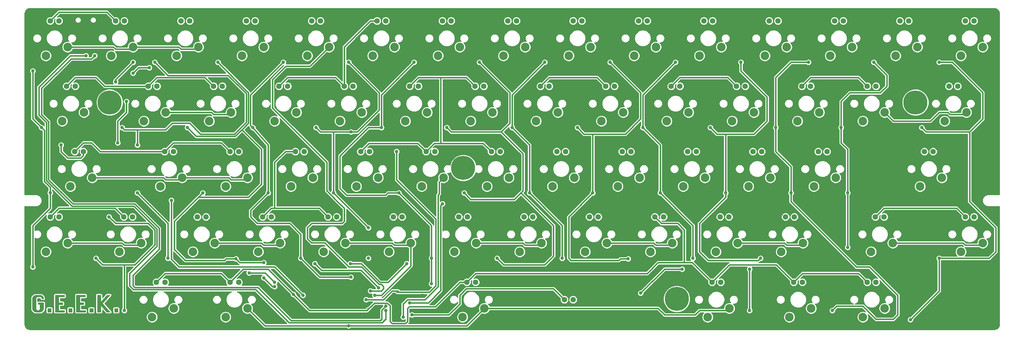
<source format=gbr>
G04 #@! TF.GenerationSoftware,KiCad,Pcbnew,(5.1.2-1)-1*
G04 #@! TF.CreationDate,2020-06-06T23:17:58+08:00*
G04 #@! TF.ProjectId,vim60,76696d36-302e-46b6-9963-61645f706362,rev?*
G04 #@! TF.SameCoordinates,Original*
G04 #@! TF.FileFunction,Copper,L1,Top*
G04 #@! TF.FilePolarity,Positive*
%FSLAX46Y46*%
G04 Gerber Fmt 4.6, Leading zero omitted, Abs format (unit mm)*
G04 Created by KiCad (PCBNEW (5.1.2-1)-1) date 2020-06-06 23:17:58*
%MOMM*%
%LPD*%
G04 APERTURE LIST*
%ADD10C,0.100000*%
%ADD11C,1.600200*%
%ADD12C,2.499360*%
%ADD13C,7.000240*%
%ADD14C,7.001300*%
%ADD15C,1.000000*%
%ADD16C,0.406400*%
%ADD17C,0.254000*%
G04 APERTURE END LIST*
D10*
G36*
X71761700Y-188256400D02*
G01*
X72271700Y-188256400D01*
X72241700Y-188026400D01*
X72181700Y-187786400D01*
X72061700Y-187576400D01*
X71901700Y-187406400D01*
X71781700Y-187326400D01*
X71631700Y-187266400D01*
X71461700Y-187226400D01*
X71251700Y-187206400D01*
X70021700Y-187206400D01*
X69771700Y-187246400D01*
X69631700Y-187286400D01*
X69501700Y-187366400D01*
X69381700Y-187446400D01*
X69211700Y-187626400D01*
X69141700Y-187726400D01*
X69041700Y-187936400D01*
X69001700Y-188086400D01*
X68991700Y-188256400D01*
X68991700Y-191076400D01*
X69001700Y-191226400D01*
X69031700Y-191376400D01*
X69091700Y-191536400D01*
X69181700Y-191686400D01*
X69311700Y-191836400D01*
X69471700Y-191966400D01*
X69631700Y-192056400D01*
X69851700Y-192126400D01*
X70031700Y-192146400D01*
X71261700Y-192146400D01*
X71461700Y-192116400D01*
X71651700Y-192046400D01*
X71801700Y-191966400D01*
X71931700Y-191876400D01*
X72051700Y-191756400D01*
X72131700Y-191646400D01*
X72221700Y-191446400D01*
X72261700Y-191246400D01*
X72271700Y-191086400D01*
X72271700Y-189426400D01*
X70651700Y-189426400D01*
X70651700Y-189926400D01*
X71211700Y-189926400D01*
X71211700Y-191076400D01*
X71181700Y-191266400D01*
X71111700Y-191416400D01*
X71011700Y-191526400D01*
X70881700Y-191596400D01*
X70741700Y-191636400D01*
X70611700Y-191646400D01*
X70481700Y-191626400D01*
X70321700Y-191556400D01*
X70221700Y-191486400D01*
X70141700Y-191376400D01*
X70071700Y-191246400D01*
X70051700Y-191116400D01*
X70051700Y-188246400D01*
X70061700Y-188146400D01*
X70111700Y-188026400D01*
X70171700Y-187936400D01*
X70271700Y-187836400D01*
X70371700Y-187766400D01*
X70521700Y-187716400D01*
X70631700Y-187706400D01*
X71211700Y-187706400D01*
X71321700Y-187716400D01*
X71401700Y-187736400D01*
X71501700Y-187786400D01*
X71621700Y-187886400D01*
X71681700Y-187976400D01*
X71721700Y-188076400D01*
X71761700Y-188186400D01*
X71761700Y-188256400D01*
G37*
X71761700Y-188256400D02*
X72271700Y-188256400D01*
X72241700Y-188026400D01*
X72181700Y-187786400D01*
X72061700Y-187576400D01*
X71901700Y-187406400D01*
X71781700Y-187326400D01*
X71631700Y-187266400D01*
X71461700Y-187226400D01*
X71251700Y-187206400D01*
X70021700Y-187206400D01*
X69771700Y-187246400D01*
X69631700Y-187286400D01*
X69501700Y-187366400D01*
X69381700Y-187446400D01*
X69211700Y-187626400D01*
X69141700Y-187726400D01*
X69041700Y-187936400D01*
X69001700Y-188086400D01*
X68991700Y-188256400D01*
X68991700Y-191076400D01*
X69001700Y-191226400D01*
X69031700Y-191376400D01*
X69091700Y-191536400D01*
X69181700Y-191686400D01*
X69311700Y-191836400D01*
X69471700Y-191966400D01*
X69631700Y-192056400D01*
X69851700Y-192126400D01*
X70031700Y-192146400D01*
X71261700Y-192146400D01*
X71461700Y-192116400D01*
X71651700Y-192046400D01*
X71801700Y-191966400D01*
X71931700Y-191876400D01*
X72051700Y-191756400D01*
X72131700Y-191646400D01*
X72221700Y-191446400D01*
X72261700Y-191246400D01*
X72271700Y-191086400D01*
X72271700Y-189426400D01*
X70651700Y-189426400D01*
X70651700Y-189926400D01*
X71211700Y-189926400D01*
X71211700Y-191076400D01*
X71181700Y-191266400D01*
X71111700Y-191416400D01*
X71011700Y-191526400D01*
X70881700Y-191596400D01*
X70741700Y-191636400D01*
X70611700Y-191646400D01*
X70481700Y-191626400D01*
X70321700Y-191556400D01*
X70221700Y-191486400D01*
X70141700Y-191376400D01*
X70071700Y-191246400D01*
X70051700Y-191116400D01*
X70051700Y-188246400D01*
X70061700Y-188146400D01*
X70111700Y-188026400D01*
X70171700Y-187936400D01*
X70271700Y-187836400D01*
X70371700Y-187766400D01*
X70521700Y-187716400D01*
X70631700Y-187706400D01*
X71211700Y-187706400D01*
X71321700Y-187716400D01*
X71401700Y-187736400D01*
X71501700Y-187786400D01*
X71621700Y-187886400D01*
X71681700Y-187976400D01*
X71721700Y-188076400D01*
X71761700Y-188186400D01*
X71761700Y-188256400D01*
G36*
X92901700Y-191096400D02*
G01*
X92901700Y-192146400D01*
X93951700Y-192146400D01*
X93951700Y-191096400D01*
X92901700Y-191096400D01*
G37*
X92901700Y-191096400D02*
X92901700Y-192146400D01*
X93951700Y-192146400D01*
X93951700Y-191096400D01*
X92901700Y-191096400D01*
G36*
X85661700Y-191096400D02*
G01*
X85661700Y-192146400D01*
X86711700Y-192146400D01*
X86711700Y-191096400D01*
X85661700Y-191096400D01*
G37*
X85661700Y-191096400D02*
X85661700Y-192146400D01*
X86711700Y-192146400D01*
X86711700Y-191096400D01*
X85661700Y-191096400D01*
G36*
X79551700Y-191096400D02*
G01*
X79551700Y-192146400D01*
X80601700Y-192146400D01*
X80601700Y-191096400D01*
X79551700Y-191096400D01*
G37*
X79551700Y-191096400D02*
X79551700Y-192146400D01*
X80601700Y-192146400D01*
X80601700Y-191096400D01*
X79551700Y-191096400D01*
G36*
X73431700Y-191096400D02*
G01*
X73431700Y-192146400D01*
X74481700Y-192146400D01*
X74481700Y-191096400D01*
X73431700Y-191096400D01*
G37*
X73431700Y-191096400D02*
X73431700Y-192146400D01*
X74481700Y-192146400D01*
X74481700Y-191096400D01*
X73431700Y-191096400D01*
G36*
X87901700Y-187196400D02*
G01*
X87901700Y-192146400D01*
X88951700Y-192146400D01*
X88951700Y-190196400D01*
X90651700Y-192146400D01*
X91701700Y-192146400D01*
X89451700Y-189646400D01*
X91651700Y-187196400D01*
X90751700Y-187196400D01*
X88951700Y-189246400D01*
X88951700Y-187196400D01*
X87901700Y-187196400D01*
G37*
X87901700Y-187196400D02*
X87901700Y-192146400D01*
X88951700Y-192146400D01*
X88951700Y-190196400D01*
X90651700Y-192146400D01*
X91701700Y-192146400D01*
X89451700Y-189646400D01*
X91651700Y-187196400D01*
X90751700Y-187196400D01*
X88951700Y-189246400D01*
X88951700Y-187196400D01*
X87901700Y-187196400D01*
G36*
X81776700Y-187196400D02*
G01*
X81776700Y-192146400D01*
X84526700Y-192146400D01*
X84526700Y-191646400D01*
X82826700Y-191646400D01*
X82826700Y-189946400D01*
X83976700Y-189946400D01*
X83976700Y-189396400D01*
X82826700Y-189396400D01*
X82826700Y-187696400D01*
X84476700Y-187696400D01*
X84476700Y-187196400D01*
X81776700Y-187196400D01*
G37*
X81776700Y-187196400D02*
X81776700Y-192146400D01*
X84526700Y-192146400D01*
X84526700Y-191646400D01*
X82826700Y-191646400D01*
X82826700Y-189946400D01*
X83976700Y-189946400D01*
X83976700Y-189396400D01*
X82826700Y-189396400D01*
X82826700Y-187696400D01*
X84476700Y-187696400D01*
X84476700Y-187196400D01*
X81776700Y-187196400D01*
G36*
X75651700Y-187196400D02*
G01*
X75651700Y-192146400D01*
X78401700Y-192146400D01*
X78401700Y-191646400D01*
X76701700Y-191646400D01*
X76701700Y-189946400D01*
X77851700Y-189946400D01*
X77851700Y-189396400D01*
X76701700Y-189396400D01*
X76701700Y-187696400D01*
X78351700Y-187696400D01*
X78351700Y-187196400D01*
X75651700Y-187196400D01*
G37*
X75651700Y-187196400D02*
X75651700Y-192146400D01*
X78401700Y-192146400D01*
X78401700Y-191646400D01*
X76701700Y-191646400D01*
X76701700Y-189946400D01*
X77851700Y-189946400D01*
X77851700Y-189396400D01*
X76701700Y-189396400D01*
X76701700Y-187696400D01*
X78351700Y-187696400D01*
X78351700Y-187196400D01*
X75651700Y-187196400D01*
D11*
X226601700Y-188526400D03*
X224061700Y-188526400D03*
D12*
X345980000Y-172016500D03*
X339630000Y-174556500D03*
D13*
X194574200Y-150127650D03*
X326374100Y-131028450D03*
X256823600Y-188328350D03*
D14*
X91523500Y-131028450D03*
D11*
X76741700Y-107246400D03*
X74201700Y-107246400D03*
X78964199Y-126296400D03*
X81504199Y-126296400D03*
X83885499Y-145347800D03*
X81345499Y-145347800D03*
X76741700Y-164396500D03*
X74201700Y-164396500D03*
X93251700Y-107246400D03*
X95791700Y-107246400D03*
X95632900Y-164396500D03*
X98172900Y-164396500D03*
X107696499Y-183446530D03*
X105156499Y-183446530D03*
X112301700Y-107246400D03*
X114841700Y-107246400D03*
X102775300Y-126296400D03*
X105315300Y-126296400D03*
X110079199Y-145347800D03*
X107539199Y-145347800D03*
X117062800Y-164396500D03*
X119602800Y-164396500D03*
X133891700Y-107246400D03*
X131351700Y-107246400D03*
X124365300Y-126296400D03*
X121825300Y-126296400D03*
X126614201Y-145347800D03*
X129154201Y-145347800D03*
X138652800Y-164396500D03*
X136112800Y-164396500D03*
X126587900Y-183446530D03*
X129127900Y-183446530D03*
X150401700Y-107246400D03*
X152941700Y-107246400D03*
X143415300Y-126296400D03*
X140875300Y-126296400D03*
X145639199Y-145347800D03*
X148179199Y-145347800D03*
X157702800Y-164396500D03*
X155162800Y-164396500D03*
X171991700Y-107246400D03*
X169451700Y-107246400D03*
X159925300Y-126296400D03*
X162465300Y-126296400D03*
X167229199Y-145347800D03*
X164689199Y-145347800D03*
X174212800Y-164396500D03*
X176752800Y-164396500D03*
X188501700Y-107246400D03*
X191041700Y-107246400D03*
X181515300Y-126296400D03*
X178975300Y-126296400D03*
X183739199Y-145347800D03*
X186279199Y-145347800D03*
X195802800Y-164396500D03*
X193262800Y-164396500D03*
X195646000Y-183446530D03*
X198186000Y-183446530D03*
X210091700Y-107246400D03*
X207551700Y-107246400D03*
X200565300Y-126296400D03*
X198025300Y-126296400D03*
X205329199Y-145347800D03*
X202789199Y-145347800D03*
X212312800Y-164396500D03*
X214852800Y-164396500D03*
X226601700Y-107246400D03*
X229141700Y-107246400D03*
X219615300Y-126296400D03*
X217075300Y-126296400D03*
X221839199Y-145347800D03*
X224379199Y-145347800D03*
X233902800Y-164396500D03*
X231362800Y-164396500D03*
X248191700Y-107246400D03*
X245651700Y-107246400D03*
X236125300Y-126296400D03*
X238665300Y-126296400D03*
X243429199Y-145347800D03*
X240889199Y-145347800D03*
X250412800Y-164396500D03*
X252952800Y-164396500D03*
X264701700Y-107246400D03*
X267241700Y-107246400D03*
X257715300Y-126296400D03*
X255175300Y-126296400D03*
X259939199Y-145347800D03*
X262479199Y-145347800D03*
X272002800Y-164396500D03*
X269462800Y-164396500D03*
X267080999Y-183446530D03*
X269620999Y-183446530D03*
X286291700Y-107246400D03*
X283751700Y-107246400D03*
X274225300Y-126296400D03*
X276765300Y-126296400D03*
X281529199Y-145347800D03*
X278989199Y-145347800D03*
X291052800Y-164396500D03*
X288512800Y-164396500D03*
X290897000Y-183446530D03*
X293437000Y-183446530D03*
X302801700Y-107246400D03*
X305341700Y-107246400D03*
X295815300Y-126296400D03*
X293275300Y-126296400D03*
X298039199Y-145347800D03*
X300579199Y-145347800D03*
X312324000Y-183446530D03*
X314864000Y-183446530D03*
X324391700Y-107246400D03*
X321851700Y-107246400D03*
X314865300Y-126296400D03*
X312325300Y-126296400D03*
X328993000Y-145347800D03*
X331533000Y-145347800D03*
X314707000Y-164396500D03*
X317247000Y-164396500D03*
X343441700Y-107246400D03*
X340901700Y-107246400D03*
X336138000Y-126296400D03*
X338678000Y-126296400D03*
X343440000Y-164396500D03*
X340900000Y-164396500D03*
D12*
X72931700Y-117406400D03*
X79281700Y-114866400D03*
X84044199Y-133916400D03*
X77694199Y-136456400D03*
X86425499Y-152967800D03*
X80075499Y-155507800D03*
X72931700Y-174556500D03*
X79281700Y-172016500D03*
X91981700Y-117406400D03*
X98331700Y-114866400D03*
X94362900Y-174556500D03*
X100712900Y-172016500D03*
X103886499Y-193606530D03*
X110236499Y-191066530D03*
X117381700Y-114866400D03*
X111031700Y-117406400D03*
X107855300Y-133916400D03*
X101505300Y-136456400D03*
X106269199Y-155507800D03*
X112619199Y-152967800D03*
X122142800Y-172016500D03*
X115792800Y-174556500D03*
X130081700Y-117406400D03*
X136431700Y-114866400D03*
X126905300Y-133916400D03*
X120555300Y-136456400D03*
X131694201Y-152967800D03*
X125344201Y-155507800D03*
X141192800Y-172016500D03*
X134842800Y-174556500D03*
X125317900Y-193606530D03*
X131667900Y-191066530D03*
X149131700Y-117406400D03*
X155481700Y-114866400D03*
X145955300Y-133916400D03*
X139605300Y-136456400D03*
X144369199Y-155507800D03*
X150719199Y-152967800D03*
X160242800Y-172016500D03*
X153892800Y-174556500D03*
X168181700Y-117406400D03*
X174531700Y-114866400D03*
X165005300Y-133916400D03*
X158655300Y-136456400D03*
X169769199Y-152967800D03*
X163419199Y-155507800D03*
X179292800Y-172016500D03*
X172942800Y-174556500D03*
X193581700Y-114866400D03*
X187231700Y-117406400D03*
X184055300Y-133916400D03*
X177705300Y-136456400D03*
X188819199Y-152967800D03*
X182469199Y-155507800D03*
X198342800Y-172016500D03*
X191992800Y-174556500D03*
X200726000Y-191066530D03*
X194376000Y-193606530D03*
X212631700Y-114866400D03*
X206281700Y-117406400D03*
X203105300Y-133916400D03*
X196755300Y-136456400D03*
X201519199Y-155507800D03*
X207869199Y-152967800D03*
X217392800Y-172016500D03*
X211042800Y-174556500D03*
X225331700Y-117406400D03*
X231681700Y-114866400D03*
X215805300Y-136456400D03*
X222155300Y-133916400D03*
X220569199Y-155507800D03*
X226919199Y-152967800D03*
X230092800Y-174556500D03*
X236442800Y-172016500D03*
X250731700Y-114866400D03*
X244381700Y-117406400D03*
X234855300Y-136456400D03*
X241205300Y-133916400D03*
X239619199Y-155507800D03*
X245969199Y-152967800D03*
X255492800Y-172016500D03*
X249142800Y-174556500D03*
X263431700Y-117406400D03*
X269781700Y-114866400D03*
X253905300Y-136456400D03*
X260255300Y-133916400D03*
X258669199Y-155507800D03*
X265019199Y-152967800D03*
X268192800Y-174556500D03*
X274542800Y-172016500D03*
X272160999Y-191066530D03*
X265810999Y-193606530D03*
X288831700Y-114866400D03*
X282481700Y-117406400D03*
X272955300Y-136456400D03*
X279305300Y-133916400D03*
X284069199Y-152967800D03*
X277719199Y-155507800D03*
X293592800Y-172016500D03*
X287242800Y-174556500D03*
X295977000Y-191066530D03*
X289627000Y-193606530D03*
X301531700Y-117406400D03*
X307881700Y-114866400D03*
X292005300Y-136456400D03*
X298355300Y-133916400D03*
X296769199Y-155507800D03*
X303119199Y-152967800D03*
X317404000Y-191066530D03*
X311054000Y-193606530D03*
X320581700Y-117406400D03*
X326931700Y-114866400D03*
X311055300Y-136456400D03*
X317405300Y-133916400D03*
X334073000Y-152967800D03*
X327723000Y-155507800D03*
X313437000Y-174556500D03*
X319787000Y-172016500D03*
X339631700Y-117406400D03*
X345981700Y-114866400D03*
X334868000Y-136456400D03*
X341218000Y-133916400D03*
D15*
X73566700Y-193606400D03*
X79916700Y-193606400D03*
X69121700Y-140901400D03*
X334551700Y-188526400D03*
X344711700Y-188526400D03*
X334551700Y-193606400D03*
X344711700Y-193606400D03*
X347251700Y-140266400D03*
X347251700Y-155506400D03*
X276131700Y-159316400D03*
X152941700Y-159316400D03*
X113571700Y-159316400D03*
X111031700Y-156776400D03*
X113571700Y-156776400D03*
X170721700Y-125026400D03*
X103411700Y-107246400D03*
X122461700Y-107246400D03*
X141511700Y-107246400D03*
X160561700Y-107246400D03*
X179611700Y-107246400D03*
X198661700Y-107246400D03*
X217711700Y-107246400D03*
X236761700Y-107246400D03*
X255811700Y-107246400D03*
X293911700Y-107246400D03*
X311691700Y-107246400D03*
X332011700Y-107246400D03*
X132621700Y-125026400D03*
X208821700Y-125026400D03*
X246921700Y-125026400D03*
X283751700Y-125026400D03*
X291371700Y-145346400D03*
X273591700Y-145346400D03*
X254541700Y-145346400D03*
X234221700Y-145346400D03*
X215171700Y-145346400D03*
X177071700Y-145346400D03*
X161831700Y-145346400D03*
X140241700Y-145346400D03*
X234221700Y-149156400D03*
X250731700Y-149156400D03*
X269781700Y-149156400D03*
X291371700Y-149156400D03*
X304071700Y-163126400D03*
X279941700Y-163126400D03*
X261526700Y-163126400D03*
X243111700Y-163126400D03*
X224061700Y-163126400D03*
X205011700Y-163126400D03*
X189771700Y-163126400D03*
X234856700Y-188526400D03*
X301531700Y-188526400D03*
X277401700Y-194241400D03*
X292641700Y-193606400D03*
X300261700Y-193606400D03*
X215171700Y-175826400D03*
X194851700Y-174556400D03*
X197391700Y-174556400D03*
X194851700Y-180906400D03*
X189771700Y-180906400D03*
X191041700Y-168206400D03*
X128811700Y-168206400D03*
X121191700Y-174556400D03*
X116111700Y-183446400D03*
X105951700Y-179636400D03*
X109761700Y-179636400D03*
X128811700Y-163126400D03*
X107221700Y-163126400D03*
X111031700Y-163126400D03*
X84361700Y-105976400D03*
X75471700Y-109024400D03*
X76741700Y-116136400D03*
X75471700Y-118676400D03*
X86901700Y-121216400D03*
X79281700Y-122486400D03*
X147861700Y-168206400D03*
X159291700Y-174556400D03*
X143416700Y-189796400D03*
X238031700Y-183446400D03*
X182659700Y-187256400D03*
X186596700Y-191701400D03*
X209456700Y-140901400D03*
X326931700Y-169476400D03*
X326931700Y-175191400D03*
X333281700Y-169476400D03*
X333281700Y-173921400D03*
X315501700Y-159951400D03*
X308516700Y-144711400D03*
X321851700Y-144711400D03*
X308516700Y-150426400D03*
X321851700Y-150426400D03*
X296451700Y-179636400D03*
X295181700Y-175826400D03*
X289466700Y-178366400D03*
X265971700Y-179636400D03*
X255811700Y-175191400D03*
X235491700Y-174556400D03*
X146591700Y-190431400D03*
X180246700Y-194876400D03*
X177325700Y-184208400D03*
X167546700Y-163761400D03*
X83091700Y-164396400D03*
X136431700Y-161856400D03*
X211996700Y-182811400D03*
X150401700Y-181541400D03*
X140241700Y-193606400D03*
X146591700Y-184081400D03*
X147861700Y-185351400D03*
X161069700Y-190558400D03*
X169451700Y-192336400D03*
X338615700Y-136964400D03*
X329725700Y-134678400D03*
X182913700Y-182938400D03*
X207724200Y-192336400D03*
X130716700Y-181541400D03*
X274861700Y-107246400D03*
X323121700Y-125026400D03*
X147861700Y-137091400D03*
X162466700Y-149156400D03*
X177071700Y-149156400D03*
X215171700Y-149156400D03*
X224061700Y-159316400D03*
X127541700Y-177731400D03*
X250731700Y-187256400D03*
X140241700Y-139631400D03*
X177071700Y-139631400D03*
X227871700Y-140901400D03*
X246286700Y-140901400D03*
X266606700Y-140901400D03*
X291371700Y-140901400D03*
X308516700Y-140901400D03*
X321851700Y-140901400D03*
X302801700Y-131376400D03*
X286926700Y-131376400D03*
X265971700Y-131376400D03*
X248191700Y-131376400D03*
X228506700Y-131376400D03*
X210091700Y-131376400D03*
X190406700Y-131376400D03*
X171991700Y-131376400D03*
X151671700Y-131376400D03*
X134526700Y-131376400D03*
X114206700Y-131376400D03*
X77376700Y-131376400D03*
X105951700Y-140901400D03*
X91981700Y-149791400D03*
X192311700Y-186621400D03*
X76106700Y-159316400D03*
X69121700Y-151696400D03*
X226601700Y-194241400D03*
X212271700Y-161726400D03*
X250571700Y-161726400D03*
X288571700Y-161726400D03*
X174371700Y-161726400D03*
X86266700Y-193606400D03*
X93886700Y-193606400D03*
X93886700Y-185986400D03*
X86266700Y-185986400D03*
X79916700Y-185986400D03*
X73566700Y-185986400D03*
X67851700Y-185986400D03*
X67851700Y-193606400D03*
X74203100Y-157412800D03*
X69121700Y-121851400D03*
X71661700Y-138361400D03*
X69121700Y-179001400D03*
X87536800Y-176461500D03*
X98331700Y-119311400D03*
X93251700Y-125026400D03*
X96426700Y-130741400D03*
X93886700Y-142806400D03*
X91346700Y-164396400D03*
X95791700Y-191701400D03*
X108491700Y-176461400D03*
X99603100Y-157412800D03*
X95156700Y-138361400D03*
X104681700Y-119311400D03*
X99601700Y-143441400D03*
X139606700Y-183446400D03*
X132177200Y-180715900D03*
X128353247Y-176637947D03*
X118653100Y-157412800D03*
X114206700Y-138361400D03*
X123096700Y-119311400D03*
X136431700Y-177731400D03*
X136431700Y-182176400D03*
X139606700Y-184716400D03*
X142146700Y-119311400D03*
X137703100Y-157412800D03*
X147226800Y-176461500D03*
X133256700Y-138361400D03*
X161831700Y-181947800D03*
X161831700Y-139631400D03*
X156751700Y-157411400D03*
X151671700Y-138361400D03*
X161196700Y-119311400D03*
X166911700Y-176461400D03*
X166911700Y-167571400D03*
X175803100Y-157412800D03*
X180246700Y-119311400D03*
X170721700Y-138361400D03*
X185326700Y-183893676D03*
X185326600Y-176461500D03*
X204471868Y-176461500D03*
X194853100Y-157412800D03*
X189771700Y-138361400D03*
X199296700Y-119311400D03*
X223426800Y-176461500D03*
X218346700Y-119311400D03*
X208821700Y-138361400D03*
X213903100Y-157412800D03*
X237396700Y-119311400D03*
X227871700Y-138361400D03*
X232318100Y-157412800D03*
X242653247Y-176637947D03*
X261526700Y-176461400D03*
X252003100Y-157412800D03*
X246921700Y-138361400D03*
X256446700Y-119311400D03*
X258351700Y-179636400D03*
X246286700Y-186621400D03*
X266606700Y-138361400D03*
X271053100Y-157412800D03*
X281211800Y-176461500D03*
X275496700Y-119311400D03*
X278036700Y-179636400D03*
X278036700Y-191701400D03*
X295181700Y-119311400D03*
X285656700Y-138361400D03*
X290103100Y-157412800D03*
X302166700Y-191701400D03*
X314231700Y-119311400D03*
X304706700Y-138361400D03*
X188501700Y-160586400D03*
X306611700Y-157411400D03*
X306611700Y-173286400D03*
X178976700Y-189432810D03*
X333281700Y-119311400D03*
X328201700Y-138361400D03*
X333281800Y-176461500D03*
X324899700Y-194368400D03*
X151341800Y-178036500D03*
X169896200Y-185079990D03*
X161653600Y-178036500D03*
X178087700Y-178036500D03*
X103081700Y-120886400D03*
X98331700Y-122486400D03*
X145067700Y-187002400D03*
X179611700Y-192971400D03*
X167546700Y-185986400D03*
X109507700Y-159570400D03*
X147861700Y-187256400D03*
X177071700Y-193606400D03*
X161196700Y-196146400D03*
X168816700Y-187256400D03*
X175166700Y-145346400D03*
X166276700Y-188526400D03*
X87155700Y-117406400D03*
X171991700Y-190431400D03*
X84615700Y-117406400D03*
X171997629Y-191707329D03*
X77376700Y-143441400D03*
D16*
X69121700Y-135821400D02*
X71661700Y-138361400D01*
X69121700Y-121851400D02*
X69121700Y-135821400D01*
X74203100Y-157412800D02*
X74203100Y-161855000D01*
X74203100Y-161855000D02*
X69121700Y-166936400D01*
X69121700Y-166936400D02*
X69121700Y-179001400D01*
X72487200Y-154045900D02*
X74203100Y-155761800D01*
X74203100Y-155761800D02*
X74203100Y-157412800D01*
X72487200Y-139186900D02*
X72487200Y-154045900D01*
X71661700Y-138361400D02*
X72487200Y-139186900D01*
X98331700Y-119311400D02*
X93251700Y-124391400D01*
X93251700Y-124391400D02*
X93251700Y-125026400D01*
X96426700Y-130741400D02*
X96426700Y-133916400D01*
X96426700Y-133916400D02*
X93886700Y-136456400D01*
X93886700Y-136456400D02*
X93886700Y-142806400D01*
X87536800Y-176461500D02*
X89441700Y-178366400D01*
X89441700Y-178366400D02*
X92616700Y-178366400D01*
X102776700Y-166301400D02*
X93251700Y-166301400D01*
X104681700Y-172524400D02*
X104681700Y-168206400D01*
X104681700Y-168206400D02*
X102776700Y-166301400D01*
X93251700Y-166301400D02*
X91346700Y-164396400D01*
X98839700Y-178366400D02*
X104681700Y-172524400D01*
X92616830Y-178366530D02*
X92616700Y-178366400D01*
X95791700Y-178366400D02*
X95791700Y-191701400D01*
X92616700Y-178366400D02*
X95791700Y-178366400D01*
X95791700Y-178366400D02*
X98839700Y-178366400D01*
X95791700Y-138996400D02*
X95156700Y-138361400D01*
X99601700Y-138996400D02*
X99601700Y-143441400D01*
X99601700Y-138996400D02*
X95791700Y-138996400D01*
X99601700Y-157411400D02*
X99603100Y-157412800D01*
X99603100Y-157412800D02*
X108491700Y-166301400D01*
X108491700Y-166301400D02*
X108491700Y-176461400D01*
X136876200Y-180715900D02*
X132177200Y-180715900D01*
X139606700Y-183446400D02*
X136876200Y-180715900D01*
X114841700Y-137091400D02*
X109761700Y-137091400D01*
X107856700Y-138996400D02*
X99601700Y-138996400D01*
X118016700Y-140266400D02*
X114841700Y-137091400D01*
X109761700Y-137091400D02*
X107856700Y-138996400D01*
X127541700Y-140266400D02*
X126906700Y-140266400D01*
X126906700Y-140266400D02*
X118016700Y-140266400D01*
X127949582Y-140266400D02*
X126906700Y-140266400D01*
X127949582Y-140215620D02*
X127949582Y-140266400D01*
X104681700Y-119311400D02*
X108517090Y-123146790D01*
X131351700Y-136813502D02*
X127949582Y-140215620D01*
X126069972Y-123146790D02*
X131351700Y-128428518D01*
X108517090Y-123146790D02*
X126069972Y-123146790D01*
X131351700Y-128428518D02*
X131351700Y-136813502D01*
X113571700Y-177090800D02*
X110399500Y-173918600D01*
X124996100Y-177090800D02*
X113571700Y-177090800D01*
X110399500Y-173918600D02*
X110399500Y-165666400D01*
X125448953Y-176637947D02*
X124996100Y-177090800D01*
X128353247Y-176637947D02*
X125448953Y-176637947D01*
X131351700Y-137726400D02*
X131326310Y-137701010D01*
X131326311Y-127541011D02*
X123096700Y-119311400D01*
X114206700Y-138361400D02*
X115476700Y-139631400D01*
X135796700Y-144711400D02*
X130081700Y-138996400D01*
X131986700Y-158681400D02*
X135796700Y-154871400D01*
X129446700Y-139631400D02*
X130081700Y-138996400D01*
X130081700Y-138996400D02*
X131351700Y-137726400D01*
X135796700Y-154871400D02*
X135796700Y-144711400D01*
X128176700Y-140901400D02*
X131351700Y-137726400D01*
X116746700Y-140901400D02*
X128176700Y-140901400D01*
X115476700Y-139631400D02*
X116746700Y-140901400D01*
X131326311Y-127541011D02*
X131986700Y-128201400D01*
X131986700Y-128201400D02*
X131986700Y-137091400D01*
X131986700Y-137091400D02*
X130081700Y-138996400D01*
X117384500Y-158681400D02*
X115795600Y-160270300D01*
X120048700Y-158681400D02*
X131986700Y-158681400D01*
X115795600Y-160270300D02*
X118653100Y-157412800D01*
X110399500Y-165666400D02*
X115795600Y-160270300D01*
X120048700Y-158681400D02*
X117384500Y-158681400D01*
X119921700Y-158681400D02*
X120048700Y-158681400D01*
X128353247Y-176637947D02*
X129446700Y-177731400D01*
X129446700Y-177731400D02*
X136431700Y-177731400D01*
X138971700Y-184716400D02*
X139606700Y-184716400D01*
X136431700Y-182176400D02*
X138971700Y-184716400D01*
X132621700Y-164396400D02*
X134526700Y-166301400D01*
X147226800Y-169476500D02*
X147226800Y-176461500D01*
X132621700Y-162494200D02*
X132621700Y-164396400D01*
X144051700Y-166301400D02*
X147226800Y-169476500D01*
X134526700Y-166301400D02*
X144051700Y-166301400D01*
X137703100Y-157412800D02*
X132621700Y-162494200D01*
X137703100Y-156705694D02*
X137703100Y-157412800D01*
X137703100Y-143442800D02*
X137703100Y-156705694D01*
X133256700Y-138361400D02*
X137703100Y-143442800D01*
X161831700Y-181947800D02*
X152713100Y-181947800D01*
X152713100Y-181947800D02*
X147226800Y-176461500D01*
X132596310Y-137701010D02*
X133256700Y-138361400D01*
X132596310Y-128861790D02*
X132596310Y-137701010D01*
X142146700Y-119311400D02*
X132596310Y-128861790D01*
X156751700Y-157411400D02*
X166911700Y-167571400D01*
X156751700Y-143441400D02*
X156751700Y-139631400D01*
X156751700Y-157411400D02*
X156751700Y-143441400D01*
X163736700Y-139631400D02*
X152941700Y-139631400D01*
X170086700Y-133281400D02*
X163736700Y-139631400D01*
X170086700Y-128201400D02*
X170086700Y-133281400D01*
X152941700Y-139631400D02*
X151671700Y-138361400D01*
X161196700Y-119311400D02*
X170086700Y-128201400D01*
X180246700Y-119311400D02*
X170721700Y-128836400D01*
X170721700Y-128836400D02*
X170721700Y-138361400D01*
X170721700Y-138361400D02*
X166911700Y-138361400D01*
X166911700Y-138361400D02*
X158656700Y-146616400D01*
X158656700Y-146616400D02*
X158656700Y-156141400D01*
X158656700Y-156141400D02*
X160561700Y-158046400D01*
X160561700Y-158046400D02*
X171991700Y-158046400D01*
X171991700Y-158046400D02*
X172626700Y-157411400D01*
X172628100Y-157412800D02*
X175803100Y-157412800D01*
X172626700Y-157411400D02*
X172628100Y-157412800D01*
X175803100Y-157412800D02*
X184867566Y-166477266D01*
X185326600Y-166936300D02*
X185326600Y-176461500D01*
X184867566Y-166477266D02*
X185326600Y-166936300D01*
X185326600Y-183893576D02*
X185326700Y-183893676D01*
X185326600Y-176461500D02*
X185326600Y-183893576D01*
X191041700Y-139631400D02*
X189771700Y-138361400D01*
X209456700Y-159316400D02*
X196756700Y-159316400D01*
X196756700Y-159316400D02*
X194853100Y-157412800D01*
X211996700Y-156776400D02*
X211361700Y-157411400D01*
X211361700Y-157411400D02*
X209456700Y-159316400D01*
X211361700Y-157411400D02*
X220886700Y-166936400D01*
X206376768Y-178366400D02*
X204471868Y-176461500D01*
X218346700Y-178366400D02*
X206376768Y-178366400D01*
X220886700Y-175826400D02*
X218346700Y-178366400D01*
X220886700Y-166936400D02*
X220886700Y-175826400D01*
X208186700Y-137091400D02*
X206916700Y-138361400D01*
X208186700Y-128201400D02*
X208186700Y-137091400D01*
X199296700Y-119311400D02*
X208186700Y-128201400D01*
X206916700Y-138361400D02*
X205646700Y-139631400D01*
X205646700Y-139631400D02*
X191041700Y-139631400D01*
X205646700Y-139631400D02*
X211996700Y-145981400D01*
X211996700Y-145981400D02*
X211996700Y-156776400D01*
X213903100Y-143442800D02*
X213903100Y-157412800D01*
X208821700Y-138361400D02*
X213903100Y-143442800D01*
X223426800Y-166936500D02*
X222474200Y-165983900D01*
X223426800Y-176461500D02*
X223426800Y-166936500D01*
X213903100Y-157412800D02*
X222474200Y-165983900D01*
X218346700Y-119311400D02*
X208821700Y-128836400D01*
X208821700Y-128836400D02*
X208821700Y-138361400D01*
X229776700Y-140266400D02*
X227871700Y-138361400D01*
X232318100Y-140267800D02*
X232318100Y-157412800D01*
X232316700Y-140266400D02*
X232318100Y-140267800D01*
X232316700Y-140266400D02*
X229776700Y-140266400D01*
X240395153Y-176637947D02*
X242653247Y-176637947D01*
X232318100Y-157412800D02*
X225331700Y-164399200D01*
X239936700Y-177096400D02*
X240395153Y-176637947D01*
X225966700Y-177096400D02*
X239936700Y-177096400D01*
X225331700Y-176461400D02*
X225966700Y-177096400D01*
X225331700Y-164399200D02*
X225331700Y-176461400D01*
X239301700Y-140266400D02*
X232316700Y-140266400D01*
X241841700Y-140266400D02*
X239301700Y-140266400D01*
X246286700Y-128201400D02*
X246286700Y-135821400D01*
X246286700Y-135821400D02*
X241841700Y-140266400D01*
X237396700Y-119311400D02*
X246286700Y-128201400D01*
X256446700Y-119311400D02*
X246921700Y-128836400D01*
X246921700Y-128836400D02*
X246921700Y-138361400D01*
X252003100Y-143442800D02*
X252003100Y-157412800D01*
X246921700Y-138361400D02*
X252003100Y-143442800D01*
X252003100Y-157412800D02*
X261526700Y-166936400D01*
X261526700Y-166936400D02*
X261526700Y-176461400D01*
X258351700Y-179636400D02*
X255176700Y-179636400D01*
X253271700Y-179636400D02*
X258351700Y-179636400D01*
X246286700Y-186621400D02*
X253271700Y-179636400D01*
X268511700Y-140266400D02*
X266606700Y-138361400D01*
X271053100Y-140267800D02*
X271053100Y-157412800D01*
X271051700Y-140266400D02*
X271053100Y-140267800D01*
X271051700Y-140266400D02*
X268511700Y-140266400D01*
X280576900Y-177096400D02*
X281211800Y-176461500D01*
X265971700Y-177096400D02*
X280576900Y-177096400D01*
X263431700Y-174556400D02*
X265971700Y-177096400D01*
X271053100Y-157412800D02*
X271053100Y-158682800D01*
X271053100Y-158682800D02*
X271050300Y-158682800D01*
X263431700Y-166301400D02*
X263431700Y-174556400D01*
X271050300Y-158682800D02*
X263431700Y-166301400D01*
X278036700Y-191701400D02*
X278036700Y-179636400D01*
X279306700Y-140266400D02*
X271051700Y-140266400D01*
X283116700Y-136456400D02*
X279306700Y-140266400D01*
X283116700Y-129471400D02*
X283116700Y-136456400D01*
X275496700Y-121851400D02*
X283116700Y-129471400D01*
X275496700Y-119311400D02*
X275496700Y-121851400D01*
X295181700Y-119311400D02*
X290101700Y-119311400D01*
X290101700Y-119311400D02*
X285656700Y-123756400D01*
X285656700Y-123756400D02*
X285656700Y-138361400D01*
X285656700Y-138361400D02*
X285656700Y-145346400D01*
X290103100Y-149792800D02*
X290103100Y-157412800D01*
X285656700Y-145346400D02*
X290103100Y-149792800D01*
X312961700Y-179001400D02*
X309151700Y-179001400D01*
X321216700Y-187256400D02*
X312961700Y-179001400D01*
X290103100Y-159952800D02*
X290103100Y-157412800D01*
X314866700Y-194241400D02*
X319946700Y-194241400D01*
X309151700Y-179001400D02*
X290103100Y-159952800D01*
X311056700Y-190431400D02*
X314866700Y-194241400D01*
X303436700Y-190431400D02*
X311056700Y-190431400D01*
X302166700Y-191701400D02*
X303436700Y-190431400D01*
X321216700Y-187256400D02*
X321216700Y-192971400D01*
X319946700Y-194241400D02*
X321216700Y-192971400D01*
X304706700Y-130741400D02*
X304706700Y-138361400D01*
X307246700Y-128201400D02*
X304706700Y-130741400D01*
X316136700Y-128201400D02*
X307246700Y-128201400D01*
X304706700Y-142806400D02*
X304706700Y-138361400D01*
X306611700Y-144711400D02*
X304706700Y-142806400D01*
X306611700Y-173286400D02*
X306611700Y-144711400D01*
X318041700Y-126296400D02*
X316136700Y-128201400D01*
X318041700Y-123121400D02*
X318041700Y-126296400D01*
X314231700Y-119311400D02*
X318041700Y-123121400D01*
X188001701Y-185851399D02*
X188001701Y-161086399D01*
X184420290Y-189432810D02*
X188001701Y-185851399D01*
X188001701Y-161086399D02*
X188501700Y-160586400D01*
X178976700Y-189432810D02*
X184420290Y-189432810D01*
X342171700Y-139631400D02*
X329471700Y-139631400D01*
X345981700Y-128201400D02*
X345981700Y-135821400D01*
X329471700Y-139631400D02*
X328201700Y-138361400D01*
X345981700Y-135821400D02*
X342171700Y-139631400D01*
X337091700Y-119311400D02*
X345981700Y-128201400D01*
X333281700Y-119311400D02*
X337091700Y-119311400D01*
X349791700Y-174556400D02*
X347886600Y-176461500D01*
X349791700Y-167571400D02*
X349791700Y-174556400D01*
X347886600Y-176461500D02*
X333281800Y-176461500D01*
X342171700Y-159951400D02*
X349791700Y-167571400D01*
X342171700Y-139631400D02*
X342171700Y-159951400D01*
X333281800Y-185986300D02*
X333281800Y-176461500D01*
X324899700Y-194368400D02*
X333281800Y-185986300D01*
X151341800Y-178036500D02*
X153267201Y-179961901D01*
X153267201Y-179961901D02*
X164778111Y-179961901D01*
X164778111Y-179961901D02*
X169396201Y-184579991D01*
X169396201Y-184579991D02*
X169896200Y-185079990D01*
X172677800Y-183446400D02*
X178087700Y-178036500D01*
X170339208Y-183471790D02*
X171382090Y-183471790D01*
X164903918Y-178036500D02*
X170339208Y-183471790D01*
X161653600Y-178036500D02*
X164903918Y-178036500D01*
X170339208Y-183471790D02*
X172601310Y-183471790D01*
X99931700Y-120886400D02*
X98331700Y-122486400D01*
X103081700Y-120886400D02*
X99931700Y-120886400D01*
X181357248Y-142965849D02*
X183739199Y-145347800D01*
X167071149Y-142965849D02*
X181357248Y-142965849D01*
X164689199Y-145347800D02*
X167071149Y-142965849D01*
X200407248Y-142965849D02*
X202789199Y-145347800D01*
X183739199Y-145347800D02*
X186121149Y-142965849D01*
X143415300Y-123756400D02*
X140875300Y-126296400D01*
X157385300Y-123756400D02*
X143415300Y-123756400D01*
X159925300Y-126296400D02*
X157385300Y-123756400D01*
X181515300Y-123756400D02*
X178975300Y-126296400D01*
X198025300Y-126296400D02*
X195485300Y-123756400D01*
X219615300Y-123756400D02*
X217075300Y-126296400D01*
X233585300Y-123756400D02*
X219615300Y-123756400D01*
X236125300Y-126296400D02*
X233585300Y-123756400D01*
X257715300Y-123756400D02*
X255175300Y-126296400D01*
X271685300Y-123756400D02*
X257715300Y-123756400D01*
X274225300Y-126296400D02*
X271685300Y-123756400D01*
X295815300Y-123756400D02*
X293275300Y-126296400D01*
X309785300Y-123756400D02*
X295815300Y-123756400D01*
X312325300Y-126296400D02*
X309785300Y-123756400D01*
X74201700Y-107246400D02*
X76741700Y-104706400D01*
X76741700Y-104706400D02*
X90711700Y-104706400D01*
X90711700Y-104706400D02*
X93251700Y-107246400D01*
X102775300Y-126296400D02*
X105315300Y-123756400D01*
X119285300Y-123756400D02*
X121825300Y-126296400D01*
X105315300Y-123756400D02*
X119285300Y-123756400D01*
X107539199Y-145347800D02*
X110080599Y-142806400D01*
X124072801Y-142806400D02*
X126614201Y-145347800D01*
X110080599Y-142806400D02*
X124072801Y-142806400D01*
X74201700Y-164396500D02*
X76741700Y-161856500D01*
X93092900Y-161856500D02*
X95632900Y-164396500D01*
X76741700Y-161856500D02*
X93092900Y-161856500D01*
X136112800Y-164396500D02*
X138652900Y-161856400D01*
X152622700Y-161856400D02*
X155162800Y-164396500D01*
X314707000Y-164396500D02*
X317247100Y-161856400D01*
X338359900Y-161856400D02*
X340900000Y-164396500D01*
X317247100Y-161856400D02*
X338359900Y-161856400D01*
X195646000Y-183446530D02*
X198186130Y-180906400D01*
X258986700Y-177731400D02*
X251366700Y-177731400D01*
X251366700Y-177731400D02*
X248191700Y-180906400D01*
X198186130Y-180906400D02*
X248191700Y-180906400D01*
X87536700Y-123756400D02*
X81504199Y-123756400D01*
X81504199Y-123756400D02*
X78964199Y-126296400D01*
X90076700Y-126296400D02*
X87536700Y-123756400D01*
X102775300Y-126296400D02*
X90076700Y-126296400D01*
X86266700Y-142806400D02*
X83886899Y-142806400D01*
X88806700Y-145346400D02*
X86266700Y-142806400D01*
X83886899Y-142806400D02*
X81345499Y-145347800D01*
X98331700Y-145346400D02*
X88806700Y-145346400D01*
X98333100Y-145347800D02*
X98331700Y-145346400D01*
X107539199Y-145347800D02*
X98333100Y-145347800D01*
X145067700Y-187002400D02*
X137701700Y-179636400D01*
X167546700Y-107246400D02*
X159925300Y-114867800D01*
X159925300Y-114867800D02*
X159925300Y-126296400D01*
X169451700Y-107246400D02*
X167546700Y-107246400D01*
X186121149Y-142965849D02*
X187391149Y-142965849D01*
X187391149Y-142965849D02*
X188026149Y-142965849D01*
X188026149Y-142965849D02*
X200407248Y-142965849D01*
X188026149Y-131851951D02*
X188026149Y-131216951D01*
X188026149Y-142965849D02*
X188026149Y-131851951D01*
X195485300Y-123756400D02*
X188501700Y-123756400D01*
X188026149Y-123915849D02*
X187866700Y-123756400D01*
X187866700Y-123756400D02*
X181515300Y-123756400D01*
X188026149Y-131851951D02*
X188026149Y-123915849D01*
X188501700Y-123756400D02*
X187866700Y-123756400D01*
X145639199Y-145347800D02*
X142780300Y-145347800D01*
X139606700Y-148521400D02*
X139606700Y-161856400D01*
X142780300Y-145347800D02*
X139606700Y-148521400D01*
X139606700Y-161856400D02*
X152622700Y-161856400D01*
X138652900Y-161856400D02*
X139606700Y-161856400D01*
X257081700Y-166301400D02*
X258986700Y-168206400D01*
X252317700Y-166301400D02*
X257081700Y-166301400D01*
X250412800Y-164396500D02*
X252317700Y-166301400D01*
X145067700Y-187002400D02*
X149766700Y-191701400D01*
X167038700Y-191193400D02*
X166784700Y-191193400D01*
X167038700Y-191193400D02*
X168707101Y-189524999D01*
X166530700Y-191701400D02*
X168707101Y-189524999D01*
X149766700Y-191701400D02*
X165768700Y-191701400D01*
X165768700Y-191701400D02*
X166530700Y-191701400D01*
X165768700Y-191701400D02*
X166276700Y-191701400D01*
X193581570Y-183446530D02*
X195646000Y-183446530D01*
X178341700Y-191066400D02*
X178827741Y-190580359D01*
X178827741Y-190580359D02*
X186447741Y-190580359D01*
X178341700Y-194876400D02*
X178341700Y-191066400D01*
X177706700Y-195511400D02*
X178341700Y-194876400D01*
X173896700Y-195511400D02*
X177706700Y-195511400D01*
X186447741Y-190580359D02*
X193581570Y-183446530D01*
X173261700Y-190359926D02*
X173261700Y-194876400D01*
X172426773Y-189524999D02*
X173261700Y-190359926D01*
X173261700Y-194876400D02*
X173896700Y-195511400D01*
X168707101Y-189524999D02*
X172426773Y-189524999D01*
X124047770Y-180906400D02*
X126587900Y-183446530D01*
X107696629Y-180906400D02*
X124047770Y-180906400D01*
X105156499Y-183446530D02*
X107696629Y-180906400D01*
X130398030Y-179636400D02*
X130716700Y-179636400D01*
X126587900Y-183446530D02*
X130398030Y-179636400D01*
X137701700Y-179636400D02*
X130716700Y-179636400D01*
X272161129Y-178366400D02*
X272956700Y-178366400D01*
X267080999Y-183446530D02*
X272161129Y-178366400D01*
X272956700Y-178366400D02*
X281052870Y-178366400D01*
X258986700Y-175352231D02*
X258986700Y-175191400D01*
X258986700Y-175191400D02*
X258986700Y-177731400D01*
X258986700Y-168206400D02*
X258986700Y-175191400D01*
X261365870Y-177731400D02*
X261446285Y-177811815D01*
X258986700Y-177731400D02*
X261365870Y-177731400D01*
X267080999Y-183446530D02*
X261446285Y-177811815D01*
X293437130Y-180906400D02*
X290897000Y-183446530D01*
X293911700Y-180906400D02*
X293437130Y-180906400D01*
X293911700Y-180906400D02*
X307403870Y-180906400D01*
X285816870Y-178366400D02*
X290897000Y-183446530D01*
X281052870Y-178366400D02*
X285816870Y-178366400D01*
X310421700Y-181544230D02*
X312324000Y-183446530D01*
X309783870Y-180906400D02*
X310421700Y-181544230D01*
X307403870Y-180906400D02*
X309783870Y-180906400D01*
X193581700Y-189796400D02*
X193581700Y-187256400D01*
X190406700Y-192971400D02*
X193581700Y-189796400D01*
X193581700Y-187256400D02*
X195486700Y-185351400D01*
X179611700Y-192971400D02*
X190406700Y-192971400D01*
X220886700Y-185351400D02*
X220251700Y-185351400D01*
X224061700Y-188526400D02*
X220886700Y-185351400D01*
X195486700Y-185351400D02*
X220251700Y-185351400D01*
X112301700Y-115501400D02*
X116746700Y-115501400D01*
X111666700Y-114866400D02*
X112301700Y-115501400D01*
X116746700Y-115501400D02*
X117381700Y-114866400D01*
X98331700Y-114866400D02*
X111666700Y-114866400D01*
X97696700Y-115501400D02*
X98331700Y-114866400D01*
X93251700Y-115501400D02*
X97696700Y-115501400D01*
X92616700Y-114866400D02*
X93251700Y-115501400D01*
X79281700Y-114866400D02*
X92616700Y-114866400D01*
X149893700Y-120454400D02*
X155481700Y-114866400D01*
X138971700Y-132646400D02*
X138971700Y-124391400D01*
X154810963Y-148485663D02*
X138971700Y-132646400D01*
X142908700Y-120454400D02*
X149893700Y-120454400D01*
X154810963Y-156812137D02*
X154810963Y-148485663D01*
X138971700Y-124391400D02*
X142908700Y-120454400D01*
X149131700Y-170746400D02*
X149131700Y-167571400D01*
X158980775Y-160910475D02*
X158909301Y-160910475D01*
X159926700Y-165666400D02*
X159926700Y-161856400D01*
X150401700Y-166301400D02*
X159291700Y-166301400D01*
X167546700Y-185986400D02*
X170721700Y-185986400D01*
X150361537Y-171976237D02*
X149131700Y-170746400D01*
X159291700Y-166301400D02*
X159926700Y-165666400D01*
X149131700Y-167571400D02*
X150401700Y-166301400D01*
X154251863Y-171976237D02*
X150361537Y-171976237D01*
X161218527Y-178942901D02*
X154251863Y-171976237D01*
X158909301Y-160910475D02*
X154810963Y-156812137D01*
X159926700Y-161856400D02*
X158980775Y-160910475D01*
X170721700Y-184081400D02*
X170086700Y-184081400D01*
X164948201Y-178942901D02*
X161218527Y-178942901D01*
X170086700Y-184081400D02*
X164948201Y-178942901D01*
X171356700Y-184716400D02*
X170721700Y-184081400D01*
X171356700Y-185351400D02*
X171356700Y-184716400D01*
X170721700Y-185986400D02*
X171356700Y-185351400D01*
X139581309Y-178976009D02*
X147861700Y-187256400D01*
X139581309Y-178976009D02*
X111692091Y-178976009D01*
X109507700Y-176791618D02*
X109507700Y-176207400D01*
X111692091Y-178976009D02*
X109507700Y-176791618D01*
X109507700Y-159570400D02*
X109507700Y-176207400D01*
X111985599Y-153601400D02*
X112619199Y-152967800D01*
X86425499Y-152967800D02*
X107220300Y-152967800D01*
X107220300Y-152967800D02*
X107853900Y-153601400D01*
X107853900Y-153601400D02*
X111985599Y-153601400D01*
X131060601Y-153601400D02*
X131694201Y-152967800D01*
X126270300Y-152967800D02*
X126903900Y-153601400D01*
X126903900Y-153601400D02*
X131060601Y-153601400D01*
X112619199Y-152967800D02*
X126270300Y-152967800D01*
X187569520Y-154217479D02*
X187569520Y-157708580D01*
X188819199Y-152967800D02*
X187569520Y-154217479D01*
X187569520Y-157708580D02*
X187231700Y-158046400D01*
X187231700Y-158046400D02*
X187231700Y-184716400D01*
X187231700Y-184716400D02*
X183421700Y-188526400D01*
X179611700Y-188526400D02*
X178341700Y-188526400D01*
X183421700Y-188526400D02*
X179611700Y-188526400D01*
X178341700Y-188526400D02*
X177071700Y-189796400D01*
X177071700Y-189796400D02*
X177071700Y-193606400D01*
X195646130Y-196146400D02*
X200726000Y-191066530D01*
X131667900Y-191066530D02*
X136747770Y-196146400D01*
X136747770Y-196146400D02*
X137701700Y-196146400D01*
X137701700Y-196146400D02*
X195646130Y-196146400D01*
X208186570Y-191066530D02*
X202471830Y-191066530D01*
X202471830Y-191066530D02*
X200726000Y-191066530D01*
X251366570Y-191066270D02*
X208186830Y-191066270D01*
X251366570Y-191066530D02*
X251366570Y-191066270D01*
X262161700Y-192971400D02*
X253271440Y-192971400D01*
X253271440Y-192971400D02*
X251366570Y-191066530D01*
X271526129Y-191701400D02*
X263431700Y-191701400D01*
X263431700Y-191701400D02*
X262161700Y-192971400D01*
X208186830Y-191066270D02*
X208186570Y-191066530D01*
X272160999Y-191066530D02*
X271526129Y-191701400D01*
X319787000Y-172016500D02*
X340266800Y-172016500D01*
X345345100Y-172651400D02*
X345980000Y-172016500D01*
X340901700Y-172651400D02*
X345345100Y-172651400D01*
X340266800Y-172016500D02*
X340901700Y-172651400D01*
X319152100Y-172651400D02*
X319787000Y-172016500D01*
X288831500Y-172651400D02*
X292957900Y-172651400D01*
X292957900Y-172651400D02*
X293592800Y-172016500D01*
X288196600Y-172016500D02*
X288831500Y-172651400D01*
X274542800Y-172016500D02*
X288196600Y-172016500D01*
X254857900Y-172651400D02*
X255492800Y-172016500D01*
X250731700Y-172651400D02*
X254857900Y-172651400D01*
X250096800Y-172016500D02*
X250731700Y-172651400D01*
X236442800Y-172016500D02*
X250096800Y-172016500D01*
X211996600Y-172016500D02*
X212631500Y-172651400D01*
X216757900Y-172651400D02*
X217392800Y-172016500D01*
X212631500Y-172651400D02*
X216757900Y-172651400D01*
X198342800Y-172016500D02*
X211996600Y-172016500D01*
X140557900Y-172651400D02*
X141192800Y-172016500D01*
X136431500Y-172651400D02*
X140557900Y-172651400D01*
X135796600Y-172016500D02*
X136431500Y-172651400D01*
X122142800Y-172016500D02*
X135796600Y-172016500D01*
X173896600Y-172016500D02*
X174531500Y-172651400D01*
X178657900Y-172651400D02*
X179292800Y-172016500D01*
X174531500Y-172651400D02*
X178657900Y-172651400D01*
X160242800Y-172016500D02*
X173896600Y-172016500D01*
X100078000Y-172651400D02*
X100712900Y-172016500D01*
X95156600Y-172016500D02*
X95791500Y-172651400D01*
X95791500Y-172651400D02*
X100078000Y-172651400D01*
X79281700Y-172016500D02*
X95156600Y-172016500D01*
X170721700Y-187256400D02*
X170721700Y-187253600D01*
X170721700Y-187253600D02*
X179292800Y-178682500D01*
X179292800Y-178682500D02*
X179292800Y-172016500D01*
X168816700Y-187256400D02*
X170721700Y-187256400D01*
X340583000Y-134551400D02*
X341218000Y-133916400D01*
X336456700Y-134551400D02*
X340583000Y-134551400D01*
X330741700Y-136456400D02*
X333281700Y-133916400D01*
X333281700Y-133916400D02*
X335821700Y-133916400D01*
X317405300Y-133916400D02*
X319945300Y-136456400D01*
X319945300Y-136456400D02*
X330741700Y-136456400D01*
X335821700Y-133916400D02*
X336456700Y-134551400D01*
X126270300Y-134551400D02*
X126905300Y-133916400D01*
X121826700Y-134551400D02*
X126270300Y-134551400D01*
X121191700Y-133916400D02*
X121826700Y-134551400D01*
X107855300Y-133916400D02*
X121191700Y-133916400D01*
X186596700Y-165031400D02*
X175166700Y-153601400D01*
X186596700Y-184489282D02*
X186596700Y-165031400D01*
X184735983Y-186349999D02*
X186596700Y-184489282D01*
X173896700Y-185986400D02*
X175608270Y-185986400D01*
X175608270Y-185986400D02*
X175244671Y-186349999D01*
X175244671Y-186349999D02*
X184735983Y-186349999D01*
X171356700Y-188526400D02*
X173896700Y-185986400D01*
X175166700Y-153601400D02*
X175166700Y-145346400D01*
X166276700Y-188526400D02*
X171356700Y-188526400D01*
X170848700Y-191574400D02*
X171991700Y-190431400D01*
X170848700Y-194114400D02*
X170848700Y-191574400D01*
X170332711Y-194630389D02*
X170848700Y-194114400D01*
X170848700Y-194241400D02*
X170848700Y-194114400D01*
X170459711Y-194630389D02*
X170848700Y-194241400D01*
X170332711Y-194630389D02*
X170459711Y-194630389D01*
X80280299Y-118312801D02*
X86249299Y-118312801D01*
X71661700Y-134578282D02*
X71661700Y-126931400D01*
X73706420Y-136623002D02*
X71661700Y-134578282D01*
X105951700Y-167752164D02*
X98836816Y-160637280D01*
X80802816Y-160637280D02*
X73706420Y-153540884D01*
X105951700Y-173794400D02*
X105951700Y-167752164D01*
X98331700Y-181414400D02*
X105951700Y-173794400D01*
X73706420Y-153540884D02*
X73706420Y-136623002D01*
X98839700Y-184970400D02*
X98331700Y-184462400D01*
X134780700Y-184970400D02*
X98839700Y-184970400D01*
X98331700Y-184462400D02*
X98331700Y-181414400D01*
X71661700Y-126931400D02*
X80280299Y-118312801D01*
X144440689Y-194630389D02*
X134780700Y-184970400D01*
X86249299Y-118312801D02*
X87155700Y-117406400D01*
X98836816Y-160637280D02*
X80802816Y-160637280D01*
X170332711Y-194630389D02*
X144440689Y-194630389D01*
X171997629Y-194108471D02*
X171997629Y-191707329D01*
X171229700Y-194876400D02*
X171997629Y-194108471D01*
X171997629Y-194235471D02*
X171997629Y-194108471D01*
X170993101Y-195239999D02*
X171997629Y-194235471D01*
X142781700Y-194241400D02*
X143780299Y-195239999D01*
X142781700Y-194241400D02*
X143416700Y-194876400D01*
X143780299Y-195239999D02*
X145593101Y-195239999D01*
X145593101Y-195239999D02*
X170993101Y-195239999D01*
X144958101Y-195239999D02*
X145593101Y-195239999D01*
X70899700Y-126550400D02*
X80043700Y-117406400D01*
X70899700Y-134678400D02*
X70899700Y-126550400D01*
X73096810Y-153793392D02*
X73096810Y-136875510D01*
X105291310Y-172930790D02*
X105291310Y-167953892D01*
X97315700Y-180906400D02*
X105291310Y-172930790D01*
X105291310Y-167953892D02*
X98584308Y-161246890D01*
X98465086Y-185611786D02*
X97315700Y-184462400D01*
X120328090Y-185580010D02*
X120296314Y-185611786D01*
X97315700Y-184462400D02*
X97315700Y-180906400D01*
X80550308Y-161246890D02*
X73096810Y-153793392D01*
X80043700Y-117406400D02*
X84615700Y-117406400D01*
X73096810Y-136875510D02*
X70899700Y-134678400D01*
X98584308Y-161246890D02*
X80550308Y-161246890D01*
X134120310Y-185580010D02*
X120328090Y-185580010D01*
X120296314Y-185611786D02*
X98465086Y-185611786D01*
X142781700Y-194241400D02*
X134120310Y-185580010D01*
X77376700Y-145346400D02*
X79281700Y-147251400D01*
X77376700Y-143441400D02*
X77376700Y-145346400D01*
X83885499Y-146457601D02*
X83091700Y-147251400D01*
X79281700Y-147251400D02*
X83091700Y-147251400D01*
X83885499Y-146457601D02*
X83885499Y-145347800D01*
D17*
G36*
X349618100Y-103643341D02*
G01*
X349900807Y-103728695D01*
X350161552Y-103867336D01*
X350390400Y-104053980D01*
X350578639Y-104281521D01*
X350719096Y-104541293D01*
X350806420Y-104823390D01*
X350839200Y-105135270D01*
X350839201Y-157894300D01*
X347591602Y-157894300D01*
X347566889Y-157896734D01*
X347550664Y-157896734D01*
X347543936Y-157897442D01*
X347301499Y-157924635D01*
X347258553Y-157933763D01*
X347215458Y-157942296D01*
X347208995Y-157944297D01*
X346976458Y-158018063D01*
X346936071Y-158035373D01*
X346895491Y-158052098D01*
X346889544Y-158055315D01*
X346889538Y-158055317D01*
X346889533Y-158055320D01*
X346675758Y-158172843D01*
X346639518Y-158197657D01*
X346602940Y-158221959D01*
X346597737Y-158226264D01*
X346597729Y-158226270D01*
X346597723Y-158226277D01*
X346410846Y-158383085D01*
X346380129Y-158414452D01*
X346348956Y-158445408D01*
X346344681Y-158450650D01*
X346191816Y-158640776D01*
X346167768Y-158677525D01*
X346143211Y-158713932D01*
X346140036Y-158719905D01*
X346027010Y-158936101D01*
X346010542Y-158976861D01*
X345993540Y-159017307D01*
X345991584Y-159023783D01*
X345922705Y-159257815D01*
X345914470Y-159300983D01*
X345905645Y-159343973D01*
X345904985Y-159350706D01*
X345882874Y-159593660D01*
X345883181Y-159637611D01*
X345882874Y-159681495D01*
X345883534Y-159688216D01*
X345883534Y-159688225D01*
X345883536Y-159688233D01*
X345909035Y-159930847D01*
X345917866Y-159973868D01*
X345926095Y-160017006D01*
X345928051Y-160023482D01*
X346000191Y-160256529D01*
X346017215Y-160297028D01*
X346033661Y-160337734D01*
X346036837Y-160343707D01*
X346152869Y-160558305D01*
X346177437Y-160594729D01*
X346201475Y-160631462D01*
X346205751Y-160636705D01*
X346361255Y-160824677D01*
X346392408Y-160855613D01*
X346423144Y-160887000D01*
X346428357Y-160891312D01*
X346617411Y-161045501D01*
X346653982Y-161069799D01*
X346690227Y-161094617D01*
X346696178Y-161097834D01*
X346911579Y-161212365D01*
X346952209Y-161229111D01*
X346992550Y-161246402D01*
X346999008Y-161248401D01*
X346999014Y-161248403D01*
X347232557Y-161318913D01*
X347275629Y-161327442D01*
X347318595Y-161336575D01*
X347325314Y-161337280D01*
X347325324Y-161337282D01*
X347325333Y-161337282D01*
X347568116Y-161361087D01*
X347568119Y-161361087D01*
X347591602Y-161363400D01*
X350839650Y-161363400D01*
X350839651Y-195703945D01*
X350808509Y-196021551D01*
X350723156Y-196304256D01*
X350584514Y-196565002D01*
X350397872Y-196793848D01*
X350170329Y-196982089D01*
X349910560Y-197122545D01*
X349628460Y-197209870D01*
X349316579Y-197242650D01*
X68343305Y-197242650D01*
X68030299Y-197211959D01*
X67747594Y-197126606D01*
X67486848Y-196987964D01*
X67258002Y-196801322D01*
X67069761Y-196573779D01*
X66929305Y-196314010D01*
X66841980Y-196031910D01*
X66808750Y-195715748D01*
X66808750Y-193440604D01*
X102201819Y-193440604D01*
X102201819Y-193772456D01*
X102266561Y-194097933D01*
X102393555Y-194404525D01*
X102577923Y-194680451D01*
X102812578Y-194915106D01*
X103088504Y-195099474D01*
X103395096Y-195226468D01*
X103720573Y-195291210D01*
X104052425Y-195291210D01*
X104377902Y-195226468D01*
X104684494Y-195099474D01*
X104960420Y-194915106D01*
X105195075Y-194680451D01*
X105379443Y-194404525D01*
X105506437Y-194097933D01*
X105571179Y-193772456D01*
X105571179Y-193440604D01*
X123633220Y-193440604D01*
X123633220Y-193772456D01*
X123697962Y-194097933D01*
X123824956Y-194404525D01*
X124009324Y-194680451D01*
X124243979Y-194915106D01*
X124519905Y-195099474D01*
X124826497Y-195226468D01*
X125151974Y-195291210D01*
X125483826Y-195291210D01*
X125809303Y-195226468D01*
X126115895Y-195099474D01*
X126391821Y-194915106D01*
X126626476Y-194680451D01*
X126810844Y-194404525D01*
X126937838Y-194097933D01*
X127002580Y-193772456D01*
X127002580Y-193440604D01*
X126937838Y-193115127D01*
X126810844Y-192808535D01*
X126626476Y-192532609D01*
X126391821Y-192297954D01*
X126115895Y-192113586D01*
X125809303Y-191986592D01*
X125483826Y-191921850D01*
X125151974Y-191921850D01*
X124826497Y-191986592D01*
X124519905Y-192113586D01*
X124243979Y-192297954D01*
X124009324Y-192532609D01*
X123824956Y-192808535D01*
X123697962Y-193115127D01*
X123633220Y-193440604D01*
X105571179Y-193440604D01*
X105506437Y-193115127D01*
X105379443Y-192808535D01*
X105195075Y-192532609D01*
X104960420Y-192297954D01*
X104684494Y-192113586D01*
X104377902Y-191986592D01*
X104052425Y-191921850D01*
X103720573Y-191921850D01*
X103395096Y-191986592D01*
X103088504Y-192113586D01*
X102812578Y-192297954D01*
X102577923Y-192532609D01*
X102393555Y-192808535D01*
X102266561Y-193115127D01*
X102201819Y-193440604D01*
X66808750Y-193440604D01*
X66808750Y-188256400D01*
X68506700Y-188256400D01*
X68506700Y-191076400D01*
X68507948Y-191089127D01*
X68507371Y-191101902D01*
X68507774Y-191108662D01*
X68517774Y-191258662D01*
X68522410Y-191286620D01*
X68524836Y-191314867D01*
X68526118Y-191321516D01*
X68556118Y-191471517D01*
X68566510Y-191505698D01*
X68575247Y-191540338D01*
X68577580Y-191546695D01*
X68637580Y-191706695D01*
X68655481Y-191743145D01*
X68672372Y-191780099D01*
X68675816Y-191785930D01*
X68765816Y-191935931D01*
X68788863Y-191967004D01*
X68810791Y-191998893D01*
X68815191Y-192004041D01*
X68945191Y-192154041D01*
X68973378Y-192180776D01*
X69000636Y-192208508D01*
X69005863Y-192212815D01*
X69165862Y-192342815D01*
X69197366Y-192363662D01*
X69228044Y-192385753D01*
X69233923Y-192389114D01*
X69393924Y-192479114D01*
X69435937Y-192497607D01*
X69478207Y-192516471D01*
X69480462Y-192517206D01*
X69480558Y-192517248D01*
X69480665Y-192517272D01*
X69484646Y-192518569D01*
X69704646Y-192588569D01*
X69748058Y-192597836D01*
X69791415Y-192607639D01*
X69797160Y-192608318D01*
X69797216Y-192608330D01*
X69797268Y-192608331D01*
X69798141Y-192608434D01*
X69978141Y-192628434D01*
X70001605Y-192628737D01*
X70024928Y-192631353D01*
X70031700Y-192631400D01*
X71261700Y-192631400D01*
X71294247Y-192628209D01*
X71326941Y-192626992D01*
X71333645Y-192626034D01*
X71533645Y-192596034D01*
X71578191Y-192584819D01*
X71622996Y-192573793D01*
X71625328Y-192572952D01*
X71625436Y-192572925D01*
X71625540Y-192572876D01*
X71629367Y-192571496D01*
X71819368Y-192501496D01*
X71846208Y-192488507D01*
X71873938Y-192477487D01*
X71879935Y-192474341D01*
X72029935Y-192394341D01*
X72050456Y-192380670D01*
X72072172Y-192368979D01*
X72077767Y-192365163D01*
X72207767Y-192275163D01*
X72238416Y-192249175D01*
X72269825Y-192224102D01*
X72274647Y-192219347D01*
X72394647Y-192099347D01*
X72416591Y-192072632D01*
X72439916Y-192047112D01*
X72443937Y-192041663D01*
X72523937Y-191931663D01*
X72547452Y-191891626D01*
X72571160Y-191851583D01*
X72571832Y-191850118D01*
X72571875Y-191850044D01*
X72571905Y-191849957D01*
X72573982Y-191845427D01*
X72663982Y-191645427D01*
X72665227Y-191641735D01*
X72667114Y-191638317D01*
X72680348Y-191596873D01*
X72694216Y-191555730D01*
X72694720Y-191551866D01*
X72695907Y-191548148D01*
X72697282Y-191541516D01*
X72737282Y-191341516D01*
X72740202Y-191312313D01*
X72745286Y-191283409D01*
X72745756Y-191276653D01*
X72755755Y-191116654D01*
X72755339Y-191104885D01*
X72756290Y-191096400D01*
X72946700Y-191096400D01*
X72946700Y-192146400D01*
X72951156Y-192191846D01*
X72955291Y-192237280D01*
X72955771Y-192238911D01*
X72955937Y-192240604D01*
X72969139Y-192284331D01*
X72982016Y-192328084D01*
X72982803Y-192329589D01*
X72983295Y-192331219D01*
X73004734Y-192371541D01*
X73025869Y-192411968D01*
X73026934Y-192413293D01*
X73027733Y-192414795D01*
X73056603Y-192450194D01*
X73085181Y-192485737D01*
X73086482Y-192486829D01*
X73087558Y-192488148D01*
X73122734Y-192517248D01*
X73157691Y-192546580D01*
X73159181Y-192547399D01*
X73160491Y-192548483D01*
X73200636Y-192570190D01*
X73240638Y-192592181D01*
X73242259Y-192592695D01*
X73243755Y-192593504D01*
X73287334Y-192606994D01*
X73330863Y-192620802D01*
X73332554Y-192620992D01*
X73334177Y-192621494D01*
X73379510Y-192626259D01*
X73424928Y-192631353D01*
X73428197Y-192631376D01*
X73428314Y-192631388D01*
X73428431Y-192631377D01*
X73431700Y-192631400D01*
X74481700Y-192631400D01*
X74527146Y-192626944D01*
X74572580Y-192622809D01*
X74574211Y-192622329D01*
X74575904Y-192622163D01*
X74619631Y-192608961D01*
X74663384Y-192596084D01*
X74664889Y-192595297D01*
X74666519Y-192594805D01*
X74706841Y-192573366D01*
X74747268Y-192552231D01*
X74748593Y-192551166D01*
X74750095Y-192550367D01*
X74785494Y-192521497D01*
X74821037Y-192492919D01*
X74822129Y-192491618D01*
X74823448Y-192490542D01*
X74852566Y-192455344D01*
X74881880Y-192420409D01*
X74882699Y-192418919D01*
X74883783Y-192417609D01*
X74905490Y-192377464D01*
X74927481Y-192337462D01*
X74927995Y-192335841D01*
X74928804Y-192334345D01*
X74942294Y-192290766D01*
X74956102Y-192247237D01*
X74956292Y-192245546D01*
X74956794Y-192243923D01*
X74961559Y-192198590D01*
X74966653Y-192153172D01*
X74966676Y-192149903D01*
X74966688Y-192149786D01*
X74966677Y-192149669D01*
X74966700Y-192146400D01*
X74966700Y-191096400D01*
X74962244Y-191050954D01*
X74958109Y-191005520D01*
X74957629Y-191003889D01*
X74957463Y-191002196D01*
X74944261Y-190958469D01*
X74931384Y-190914716D01*
X74930597Y-190913211D01*
X74930105Y-190911581D01*
X74908666Y-190871259D01*
X74887531Y-190830832D01*
X74886466Y-190829507D01*
X74885667Y-190828005D01*
X74856797Y-190792606D01*
X74828219Y-190757063D01*
X74826918Y-190755971D01*
X74825842Y-190754652D01*
X74790644Y-190725534D01*
X74755709Y-190696220D01*
X74754219Y-190695401D01*
X74752909Y-190694317D01*
X74712764Y-190672610D01*
X74672762Y-190650619D01*
X74671141Y-190650105D01*
X74669645Y-190649296D01*
X74626066Y-190635806D01*
X74582537Y-190621998D01*
X74580846Y-190621808D01*
X74579223Y-190621306D01*
X74533890Y-190616541D01*
X74488472Y-190611447D01*
X74485203Y-190611424D01*
X74485086Y-190611412D01*
X74484969Y-190611423D01*
X74481700Y-190611400D01*
X73431700Y-190611400D01*
X73386254Y-190615856D01*
X73340820Y-190619991D01*
X73339189Y-190620471D01*
X73337496Y-190620637D01*
X73293769Y-190633839D01*
X73250016Y-190646716D01*
X73248511Y-190647503D01*
X73246881Y-190647995D01*
X73206559Y-190669434D01*
X73166132Y-190690569D01*
X73164807Y-190691634D01*
X73163305Y-190692433D01*
X73127906Y-190721303D01*
X73092363Y-190749881D01*
X73091271Y-190751182D01*
X73089952Y-190752258D01*
X73060834Y-190787456D01*
X73031520Y-190822391D01*
X73030701Y-190823881D01*
X73029617Y-190825191D01*
X73007910Y-190865336D01*
X72985919Y-190905338D01*
X72985405Y-190906959D01*
X72984596Y-190908455D01*
X72971106Y-190952034D01*
X72957298Y-190995563D01*
X72957108Y-190997254D01*
X72956606Y-190998877D01*
X72951841Y-191044210D01*
X72946747Y-191089628D01*
X72946724Y-191092897D01*
X72946712Y-191093014D01*
X72946723Y-191093131D01*
X72946700Y-191096400D01*
X72756290Y-191096400D01*
X72756653Y-191093172D01*
X72756700Y-191086400D01*
X72756700Y-189426400D01*
X72752244Y-189380954D01*
X72748109Y-189335520D01*
X72747629Y-189333889D01*
X72747463Y-189332196D01*
X72734261Y-189288469D01*
X72721384Y-189244716D01*
X72720597Y-189243211D01*
X72720105Y-189241581D01*
X72698666Y-189201259D01*
X72677531Y-189160832D01*
X72676466Y-189159507D01*
X72675667Y-189158005D01*
X72646797Y-189122606D01*
X72618219Y-189087063D01*
X72616918Y-189085971D01*
X72615842Y-189084652D01*
X72580644Y-189055534D01*
X72545709Y-189026220D01*
X72544219Y-189025401D01*
X72542909Y-189024317D01*
X72502764Y-189002610D01*
X72462762Y-188980619D01*
X72461141Y-188980105D01*
X72459645Y-188979296D01*
X72416066Y-188965806D01*
X72372537Y-188951998D01*
X72370846Y-188951808D01*
X72369223Y-188951306D01*
X72323890Y-188946541D01*
X72278472Y-188941447D01*
X72275203Y-188941424D01*
X72275086Y-188941412D01*
X72274969Y-188941423D01*
X72271700Y-188941400D01*
X70651700Y-188941400D01*
X70606254Y-188945856D01*
X70560820Y-188949991D01*
X70559189Y-188950471D01*
X70557496Y-188950637D01*
X70536700Y-188956916D01*
X70536700Y-188270589D01*
X70537120Y-188266391D01*
X70541314Y-188256325D01*
X70548605Y-188245389D01*
X70584622Y-188209372D01*
X70592018Y-188204195D01*
X70621668Y-188194312D01*
X70653698Y-188191400D01*
X71189702Y-188191400D01*
X71235054Y-188195523D01*
X71252956Y-188210441D01*
X71268526Y-188249367D01*
X71278774Y-188277547D01*
X71281156Y-188301846D01*
X71285291Y-188347280D01*
X71285771Y-188348911D01*
X71285937Y-188350604D01*
X71299139Y-188394331D01*
X71312016Y-188438084D01*
X71312803Y-188439589D01*
X71313295Y-188441219D01*
X71334734Y-188481541D01*
X71355869Y-188521968D01*
X71356934Y-188523293D01*
X71357733Y-188524795D01*
X71386603Y-188560194D01*
X71415181Y-188595737D01*
X71416482Y-188596829D01*
X71417558Y-188598148D01*
X71452756Y-188627266D01*
X71487691Y-188656580D01*
X71489181Y-188657399D01*
X71490491Y-188658483D01*
X71530636Y-188680190D01*
X71570638Y-188702181D01*
X71572259Y-188702695D01*
X71573755Y-188703504D01*
X71617334Y-188716994D01*
X71660863Y-188730802D01*
X71662554Y-188730992D01*
X71664177Y-188731494D01*
X71709510Y-188736259D01*
X71754928Y-188741353D01*
X71758197Y-188741376D01*
X71758314Y-188741388D01*
X71758431Y-188741377D01*
X71761700Y-188741400D01*
X72271700Y-188741400D01*
X72301322Y-188738496D01*
X72331070Y-188737752D01*
X72348313Y-188733888D01*
X72365904Y-188732163D01*
X72394399Y-188723560D01*
X72423435Y-188717053D01*
X72439598Y-188709914D01*
X72456519Y-188704805D01*
X72482800Y-188690831D01*
X72510020Y-188678808D01*
X72524490Y-188668665D01*
X72540095Y-188660367D01*
X72563160Y-188641556D01*
X72587527Y-188624474D01*
X72599751Y-188611713D01*
X72613448Y-188600542D01*
X72632421Y-188577607D01*
X72653005Y-188556119D01*
X72662517Y-188541227D01*
X72673783Y-188527609D01*
X72687939Y-188501427D01*
X72703959Y-188476348D01*
X72710397Y-188459893D01*
X72718804Y-188444345D01*
X72727606Y-188415911D01*
X72738448Y-188388200D01*
X72741568Y-188370806D01*
X72746794Y-188353923D01*
X72749905Y-188324324D01*
X72755159Y-188295031D01*
X72754841Y-188277361D01*
X72756688Y-188259786D01*
X72753991Y-188230149D01*
X72753455Y-188200391D01*
X72752626Y-188193670D01*
X72722626Y-187963670D01*
X72717083Y-187939722D01*
X72713816Y-187915351D01*
X72712219Y-187908770D01*
X72652219Y-187668770D01*
X72646936Y-187653964D01*
X72643626Y-187638582D01*
X72631059Y-187609466D01*
X72620410Y-187579619D01*
X72612350Y-187566117D01*
X72606117Y-187551676D01*
X72602798Y-187545773D01*
X72482798Y-187335773D01*
X72479064Y-187330508D01*
X72476269Y-187324691D01*
X72451713Y-187291942D01*
X72428040Y-187258563D01*
X72423357Y-187254126D01*
X72419484Y-187248961D01*
X72414877Y-187243998D01*
X72370079Y-187196400D01*
X75166700Y-187196400D01*
X75166700Y-192146400D01*
X75171156Y-192191846D01*
X75175291Y-192237280D01*
X75175771Y-192238911D01*
X75175937Y-192240604D01*
X75189139Y-192284331D01*
X75202016Y-192328084D01*
X75202803Y-192329589D01*
X75203295Y-192331219D01*
X75224734Y-192371541D01*
X75245869Y-192411968D01*
X75246934Y-192413293D01*
X75247733Y-192414795D01*
X75276603Y-192450194D01*
X75305181Y-192485737D01*
X75306482Y-192486829D01*
X75307558Y-192488148D01*
X75342734Y-192517248D01*
X75377691Y-192546580D01*
X75379181Y-192547399D01*
X75380491Y-192548483D01*
X75420636Y-192570190D01*
X75460638Y-192592181D01*
X75462259Y-192592695D01*
X75463755Y-192593504D01*
X75507334Y-192606994D01*
X75550863Y-192620802D01*
X75552554Y-192620992D01*
X75554177Y-192621494D01*
X75599510Y-192626259D01*
X75644928Y-192631353D01*
X75648197Y-192631376D01*
X75648314Y-192631388D01*
X75648431Y-192631377D01*
X75651700Y-192631400D01*
X78401700Y-192631400D01*
X78447146Y-192626944D01*
X78492580Y-192622809D01*
X78494211Y-192622329D01*
X78495904Y-192622163D01*
X78539631Y-192608961D01*
X78583384Y-192596084D01*
X78584889Y-192595297D01*
X78586519Y-192594805D01*
X78626841Y-192573366D01*
X78667268Y-192552231D01*
X78668593Y-192551166D01*
X78670095Y-192550367D01*
X78705494Y-192521497D01*
X78741037Y-192492919D01*
X78742129Y-192491618D01*
X78743448Y-192490542D01*
X78772566Y-192455344D01*
X78801880Y-192420409D01*
X78802699Y-192418919D01*
X78803783Y-192417609D01*
X78825490Y-192377464D01*
X78847481Y-192337462D01*
X78847995Y-192335841D01*
X78848804Y-192334345D01*
X78862294Y-192290766D01*
X78876102Y-192247237D01*
X78876292Y-192245546D01*
X78876794Y-192243923D01*
X78881559Y-192198590D01*
X78886653Y-192153172D01*
X78886676Y-192149903D01*
X78886688Y-192149786D01*
X78886677Y-192149669D01*
X78886700Y-192146400D01*
X78886700Y-191646400D01*
X78882244Y-191600954D01*
X78878109Y-191555520D01*
X78877629Y-191553889D01*
X78877463Y-191552196D01*
X78864261Y-191508469D01*
X78851384Y-191464716D01*
X78850597Y-191463211D01*
X78850105Y-191461581D01*
X78828666Y-191421259D01*
X78807531Y-191380832D01*
X78806466Y-191379507D01*
X78805667Y-191378005D01*
X78776797Y-191342606D01*
X78748219Y-191307063D01*
X78746918Y-191305971D01*
X78745842Y-191304652D01*
X78710644Y-191275534D01*
X78675709Y-191246220D01*
X78674219Y-191245401D01*
X78672909Y-191244317D01*
X78632764Y-191222610D01*
X78592762Y-191200619D01*
X78591141Y-191200105D01*
X78589645Y-191199296D01*
X78546066Y-191185806D01*
X78502537Y-191171998D01*
X78500846Y-191171808D01*
X78499223Y-191171306D01*
X78453890Y-191166541D01*
X78408472Y-191161447D01*
X78405203Y-191161424D01*
X78405086Y-191161412D01*
X78404969Y-191161423D01*
X78401700Y-191161400D01*
X77186700Y-191161400D01*
X77186700Y-191096400D01*
X79066700Y-191096400D01*
X79066700Y-192146400D01*
X79071156Y-192191846D01*
X79075291Y-192237280D01*
X79075771Y-192238911D01*
X79075937Y-192240604D01*
X79089139Y-192284331D01*
X79102016Y-192328084D01*
X79102803Y-192329589D01*
X79103295Y-192331219D01*
X79124734Y-192371541D01*
X79145869Y-192411968D01*
X79146934Y-192413293D01*
X79147733Y-192414795D01*
X79176603Y-192450194D01*
X79205181Y-192485737D01*
X79206482Y-192486829D01*
X79207558Y-192488148D01*
X79242734Y-192517248D01*
X79277691Y-192546580D01*
X79279181Y-192547399D01*
X79280491Y-192548483D01*
X79320636Y-192570190D01*
X79360638Y-192592181D01*
X79362259Y-192592695D01*
X79363755Y-192593504D01*
X79407334Y-192606994D01*
X79450863Y-192620802D01*
X79452554Y-192620992D01*
X79454177Y-192621494D01*
X79499510Y-192626259D01*
X79544928Y-192631353D01*
X79548197Y-192631376D01*
X79548314Y-192631388D01*
X79548431Y-192631377D01*
X79551700Y-192631400D01*
X80601700Y-192631400D01*
X80647146Y-192626944D01*
X80692580Y-192622809D01*
X80694211Y-192622329D01*
X80695904Y-192622163D01*
X80739631Y-192608961D01*
X80783384Y-192596084D01*
X80784889Y-192595297D01*
X80786519Y-192594805D01*
X80826841Y-192573366D01*
X80867268Y-192552231D01*
X80868593Y-192551166D01*
X80870095Y-192550367D01*
X80905494Y-192521497D01*
X80941037Y-192492919D01*
X80942129Y-192491618D01*
X80943448Y-192490542D01*
X80972566Y-192455344D01*
X81001880Y-192420409D01*
X81002699Y-192418919D01*
X81003783Y-192417609D01*
X81025490Y-192377464D01*
X81047481Y-192337462D01*
X81047995Y-192335841D01*
X81048804Y-192334345D01*
X81062294Y-192290766D01*
X81076102Y-192247237D01*
X81076292Y-192245546D01*
X81076794Y-192243923D01*
X81081559Y-192198590D01*
X81086653Y-192153172D01*
X81086676Y-192149903D01*
X81086688Y-192149786D01*
X81086677Y-192149669D01*
X81086700Y-192146400D01*
X81086700Y-191096400D01*
X81082244Y-191050954D01*
X81078109Y-191005520D01*
X81077629Y-191003889D01*
X81077463Y-191002196D01*
X81064261Y-190958469D01*
X81051384Y-190914716D01*
X81050597Y-190913211D01*
X81050105Y-190911581D01*
X81028666Y-190871259D01*
X81007531Y-190830832D01*
X81006466Y-190829507D01*
X81005667Y-190828005D01*
X80976797Y-190792606D01*
X80948219Y-190757063D01*
X80946918Y-190755971D01*
X80945842Y-190754652D01*
X80910644Y-190725534D01*
X80875709Y-190696220D01*
X80874219Y-190695401D01*
X80872909Y-190694317D01*
X80832764Y-190672610D01*
X80792762Y-190650619D01*
X80791141Y-190650105D01*
X80789645Y-190649296D01*
X80746066Y-190635806D01*
X80702537Y-190621998D01*
X80700846Y-190621808D01*
X80699223Y-190621306D01*
X80653890Y-190616541D01*
X80608472Y-190611447D01*
X80605203Y-190611424D01*
X80605086Y-190611412D01*
X80604969Y-190611423D01*
X80601700Y-190611400D01*
X79551700Y-190611400D01*
X79506254Y-190615856D01*
X79460820Y-190619991D01*
X79459189Y-190620471D01*
X79457496Y-190620637D01*
X79413769Y-190633839D01*
X79370016Y-190646716D01*
X79368511Y-190647503D01*
X79366881Y-190647995D01*
X79326559Y-190669434D01*
X79286132Y-190690569D01*
X79284807Y-190691634D01*
X79283305Y-190692433D01*
X79247906Y-190721303D01*
X79212363Y-190749881D01*
X79211271Y-190751182D01*
X79209952Y-190752258D01*
X79180834Y-190787456D01*
X79151520Y-190822391D01*
X79150701Y-190823881D01*
X79149617Y-190825191D01*
X79127910Y-190865336D01*
X79105919Y-190905338D01*
X79105405Y-190906959D01*
X79104596Y-190908455D01*
X79091106Y-190952034D01*
X79077298Y-190995563D01*
X79077108Y-190997254D01*
X79076606Y-190998877D01*
X79071841Y-191044210D01*
X79066747Y-191089628D01*
X79066724Y-191092897D01*
X79066712Y-191093014D01*
X79066723Y-191093131D01*
X79066700Y-191096400D01*
X77186700Y-191096400D01*
X77186700Y-190431400D01*
X77851700Y-190431400D01*
X77897146Y-190426944D01*
X77942580Y-190422809D01*
X77944211Y-190422329D01*
X77945904Y-190422163D01*
X77989631Y-190408961D01*
X78033384Y-190396084D01*
X78034889Y-190395297D01*
X78036519Y-190394805D01*
X78076841Y-190373366D01*
X78117268Y-190352231D01*
X78118593Y-190351166D01*
X78120095Y-190350367D01*
X78155494Y-190321497D01*
X78191037Y-190292919D01*
X78192129Y-190291618D01*
X78193448Y-190290542D01*
X78222566Y-190255344D01*
X78251880Y-190220409D01*
X78252699Y-190218919D01*
X78253783Y-190217609D01*
X78275490Y-190177464D01*
X78297481Y-190137462D01*
X78297995Y-190135841D01*
X78298804Y-190134345D01*
X78312294Y-190090766D01*
X78326102Y-190047237D01*
X78326292Y-190045546D01*
X78326794Y-190043923D01*
X78331559Y-189998590D01*
X78336653Y-189953172D01*
X78336676Y-189949903D01*
X78336688Y-189949786D01*
X78336677Y-189949669D01*
X78336700Y-189946400D01*
X78336700Y-189396400D01*
X78332244Y-189350954D01*
X78328109Y-189305520D01*
X78327629Y-189303889D01*
X78327463Y-189302196D01*
X78314261Y-189258469D01*
X78301384Y-189214716D01*
X78300597Y-189213211D01*
X78300105Y-189211581D01*
X78278666Y-189171259D01*
X78257531Y-189130832D01*
X78256466Y-189129507D01*
X78255667Y-189128005D01*
X78226797Y-189092606D01*
X78198219Y-189057063D01*
X78196918Y-189055971D01*
X78195842Y-189054652D01*
X78160644Y-189025534D01*
X78125709Y-188996220D01*
X78124219Y-188995401D01*
X78122909Y-188994317D01*
X78082764Y-188972610D01*
X78042762Y-188950619D01*
X78041141Y-188950105D01*
X78039645Y-188949296D01*
X77996066Y-188935806D01*
X77952537Y-188921998D01*
X77950846Y-188921808D01*
X77949223Y-188921306D01*
X77903890Y-188916541D01*
X77858472Y-188911447D01*
X77855203Y-188911424D01*
X77855086Y-188911412D01*
X77854969Y-188911423D01*
X77851700Y-188911400D01*
X77186700Y-188911400D01*
X77186700Y-188181400D01*
X78351700Y-188181400D01*
X78397146Y-188176944D01*
X78442580Y-188172809D01*
X78444211Y-188172329D01*
X78445904Y-188172163D01*
X78489631Y-188158961D01*
X78533384Y-188146084D01*
X78534889Y-188145297D01*
X78536519Y-188144805D01*
X78576841Y-188123366D01*
X78617268Y-188102231D01*
X78618593Y-188101166D01*
X78620095Y-188100367D01*
X78655494Y-188071497D01*
X78691037Y-188042919D01*
X78692129Y-188041618D01*
X78693448Y-188040542D01*
X78722566Y-188005344D01*
X78751880Y-187970409D01*
X78752699Y-187968919D01*
X78753783Y-187967609D01*
X78775490Y-187927464D01*
X78797481Y-187887462D01*
X78797995Y-187885841D01*
X78798804Y-187884345D01*
X78812294Y-187840766D01*
X78826102Y-187797237D01*
X78826292Y-187795546D01*
X78826794Y-187793923D01*
X78831559Y-187748590D01*
X78836653Y-187703172D01*
X78836676Y-187699903D01*
X78836688Y-187699786D01*
X78836677Y-187699669D01*
X78836700Y-187696400D01*
X78836700Y-187196400D01*
X81291700Y-187196400D01*
X81291700Y-192146400D01*
X81296156Y-192191846D01*
X81300291Y-192237280D01*
X81300771Y-192238911D01*
X81300937Y-192240604D01*
X81314139Y-192284331D01*
X81327016Y-192328084D01*
X81327803Y-192329589D01*
X81328295Y-192331219D01*
X81349734Y-192371541D01*
X81370869Y-192411968D01*
X81371934Y-192413293D01*
X81372733Y-192414795D01*
X81401603Y-192450194D01*
X81430181Y-192485737D01*
X81431482Y-192486829D01*
X81432558Y-192488148D01*
X81467734Y-192517248D01*
X81502691Y-192546580D01*
X81504181Y-192547399D01*
X81505491Y-192548483D01*
X81545636Y-192570190D01*
X81585638Y-192592181D01*
X81587259Y-192592695D01*
X81588755Y-192593504D01*
X81632334Y-192606994D01*
X81675863Y-192620802D01*
X81677554Y-192620992D01*
X81679177Y-192621494D01*
X81724510Y-192626259D01*
X81769928Y-192631353D01*
X81773197Y-192631376D01*
X81773314Y-192631388D01*
X81773431Y-192631377D01*
X81776700Y-192631400D01*
X84526700Y-192631400D01*
X84572146Y-192626944D01*
X84617580Y-192622809D01*
X84619211Y-192622329D01*
X84620904Y-192622163D01*
X84664631Y-192608961D01*
X84708384Y-192596084D01*
X84709889Y-192595297D01*
X84711519Y-192594805D01*
X84751841Y-192573366D01*
X84792268Y-192552231D01*
X84793593Y-192551166D01*
X84795095Y-192550367D01*
X84830494Y-192521497D01*
X84866037Y-192492919D01*
X84867129Y-192491618D01*
X84868448Y-192490542D01*
X84897566Y-192455344D01*
X84926880Y-192420409D01*
X84927699Y-192418919D01*
X84928783Y-192417609D01*
X84950490Y-192377464D01*
X84972481Y-192337462D01*
X84972995Y-192335841D01*
X84973804Y-192334345D01*
X84987294Y-192290766D01*
X85001102Y-192247237D01*
X85001292Y-192245546D01*
X85001794Y-192243923D01*
X85006559Y-192198590D01*
X85011653Y-192153172D01*
X85011676Y-192149903D01*
X85011688Y-192149786D01*
X85011677Y-192149669D01*
X85011700Y-192146400D01*
X85011700Y-191646400D01*
X85007244Y-191600954D01*
X85003109Y-191555520D01*
X85002629Y-191553889D01*
X85002463Y-191552196D01*
X84989261Y-191508469D01*
X84976384Y-191464716D01*
X84975597Y-191463211D01*
X84975105Y-191461581D01*
X84953666Y-191421259D01*
X84932531Y-191380832D01*
X84931466Y-191379507D01*
X84930667Y-191378005D01*
X84901797Y-191342606D01*
X84873219Y-191307063D01*
X84871918Y-191305971D01*
X84870842Y-191304652D01*
X84835644Y-191275534D01*
X84800709Y-191246220D01*
X84799219Y-191245401D01*
X84797909Y-191244317D01*
X84757764Y-191222610D01*
X84717762Y-191200619D01*
X84716141Y-191200105D01*
X84714645Y-191199296D01*
X84671066Y-191185806D01*
X84627537Y-191171998D01*
X84625846Y-191171808D01*
X84624223Y-191171306D01*
X84578890Y-191166541D01*
X84533472Y-191161447D01*
X84530203Y-191161424D01*
X84530086Y-191161412D01*
X84529969Y-191161423D01*
X84526700Y-191161400D01*
X83311700Y-191161400D01*
X83311700Y-191096400D01*
X85176700Y-191096400D01*
X85176700Y-192146400D01*
X85181156Y-192191846D01*
X85185291Y-192237280D01*
X85185771Y-192238911D01*
X85185937Y-192240604D01*
X85199139Y-192284331D01*
X85212016Y-192328084D01*
X85212803Y-192329589D01*
X85213295Y-192331219D01*
X85234734Y-192371541D01*
X85255869Y-192411968D01*
X85256934Y-192413293D01*
X85257733Y-192414795D01*
X85286603Y-192450194D01*
X85315181Y-192485737D01*
X85316482Y-192486829D01*
X85317558Y-192488148D01*
X85352734Y-192517248D01*
X85387691Y-192546580D01*
X85389181Y-192547399D01*
X85390491Y-192548483D01*
X85430636Y-192570190D01*
X85470638Y-192592181D01*
X85472259Y-192592695D01*
X85473755Y-192593504D01*
X85517334Y-192606994D01*
X85560863Y-192620802D01*
X85562554Y-192620992D01*
X85564177Y-192621494D01*
X85609510Y-192626259D01*
X85654928Y-192631353D01*
X85658197Y-192631376D01*
X85658314Y-192631388D01*
X85658431Y-192631377D01*
X85661700Y-192631400D01*
X86711700Y-192631400D01*
X86757146Y-192626944D01*
X86802580Y-192622809D01*
X86804211Y-192622329D01*
X86805904Y-192622163D01*
X86849631Y-192608961D01*
X86893384Y-192596084D01*
X86894889Y-192595297D01*
X86896519Y-192594805D01*
X86936841Y-192573366D01*
X86977268Y-192552231D01*
X86978593Y-192551166D01*
X86980095Y-192550367D01*
X87015494Y-192521497D01*
X87051037Y-192492919D01*
X87052129Y-192491618D01*
X87053448Y-192490542D01*
X87082566Y-192455344D01*
X87111880Y-192420409D01*
X87112699Y-192418919D01*
X87113783Y-192417609D01*
X87135490Y-192377464D01*
X87157481Y-192337462D01*
X87157995Y-192335841D01*
X87158804Y-192334345D01*
X87172294Y-192290766D01*
X87186102Y-192247237D01*
X87186292Y-192245546D01*
X87186794Y-192243923D01*
X87191559Y-192198590D01*
X87196653Y-192153172D01*
X87196676Y-192149903D01*
X87196688Y-192149786D01*
X87196677Y-192149669D01*
X87196700Y-192146400D01*
X87196700Y-191096400D01*
X87192244Y-191050954D01*
X87188109Y-191005520D01*
X87187629Y-191003889D01*
X87187463Y-191002196D01*
X87174261Y-190958469D01*
X87161384Y-190914716D01*
X87160597Y-190913211D01*
X87160105Y-190911581D01*
X87138666Y-190871259D01*
X87117531Y-190830832D01*
X87116466Y-190829507D01*
X87115667Y-190828005D01*
X87086797Y-190792606D01*
X87058219Y-190757063D01*
X87056918Y-190755971D01*
X87055842Y-190754652D01*
X87020644Y-190725534D01*
X86985709Y-190696220D01*
X86984219Y-190695401D01*
X86982909Y-190694317D01*
X86942764Y-190672610D01*
X86902762Y-190650619D01*
X86901141Y-190650105D01*
X86899645Y-190649296D01*
X86856066Y-190635806D01*
X86812537Y-190621998D01*
X86810846Y-190621808D01*
X86809223Y-190621306D01*
X86763890Y-190616541D01*
X86718472Y-190611447D01*
X86715203Y-190611424D01*
X86715086Y-190611412D01*
X86714969Y-190611423D01*
X86711700Y-190611400D01*
X85661700Y-190611400D01*
X85616254Y-190615856D01*
X85570820Y-190619991D01*
X85569189Y-190620471D01*
X85567496Y-190620637D01*
X85523769Y-190633839D01*
X85480016Y-190646716D01*
X85478511Y-190647503D01*
X85476881Y-190647995D01*
X85436559Y-190669434D01*
X85396132Y-190690569D01*
X85394807Y-190691634D01*
X85393305Y-190692433D01*
X85357906Y-190721303D01*
X85322363Y-190749881D01*
X85321271Y-190751182D01*
X85319952Y-190752258D01*
X85290834Y-190787456D01*
X85261520Y-190822391D01*
X85260701Y-190823881D01*
X85259617Y-190825191D01*
X85237910Y-190865336D01*
X85215919Y-190905338D01*
X85215405Y-190906959D01*
X85214596Y-190908455D01*
X85201106Y-190952034D01*
X85187298Y-190995563D01*
X85187108Y-190997254D01*
X85186606Y-190998877D01*
X85181841Y-191044210D01*
X85176747Y-191089628D01*
X85176724Y-191092897D01*
X85176712Y-191093014D01*
X85176723Y-191093131D01*
X85176700Y-191096400D01*
X83311700Y-191096400D01*
X83311700Y-190431400D01*
X83976700Y-190431400D01*
X84022146Y-190426944D01*
X84067580Y-190422809D01*
X84069211Y-190422329D01*
X84070904Y-190422163D01*
X84114631Y-190408961D01*
X84158384Y-190396084D01*
X84159889Y-190395297D01*
X84161519Y-190394805D01*
X84201841Y-190373366D01*
X84242268Y-190352231D01*
X84243593Y-190351166D01*
X84245095Y-190350367D01*
X84280494Y-190321497D01*
X84316037Y-190292919D01*
X84317129Y-190291618D01*
X84318448Y-190290542D01*
X84347566Y-190255344D01*
X84376880Y-190220409D01*
X84377699Y-190218919D01*
X84378783Y-190217609D01*
X84400490Y-190177464D01*
X84422481Y-190137462D01*
X84422995Y-190135841D01*
X84423804Y-190134345D01*
X84437294Y-190090766D01*
X84451102Y-190047237D01*
X84451292Y-190045546D01*
X84451794Y-190043923D01*
X84456559Y-189998590D01*
X84461653Y-189953172D01*
X84461676Y-189949903D01*
X84461688Y-189949786D01*
X84461677Y-189949669D01*
X84461700Y-189946400D01*
X84461700Y-189396400D01*
X84457244Y-189350954D01*
X84453109Y-189305520D01*
X84452629Y-189303889D01*
X84452463Y-189302196D01*
X84439261Y-189258469D01*
X84426384Y-189214716D01*
X84425597Y-189213211D01*
X84425105Y-189211581D01*
X84403666Y-189171259D01*
X84382531Y-189130832D01*
X84381466Y-189129507D01*
X84380667Y-189128005D01*
X84351797Y-189092606D01*
X84323219Y-189057063D01*
X84321918Y-189055971D01*
X84320842Y-189054652D01*
X84285644Y-189025534D01*
X84250709Y-188996220D01*
X84249219Y-188995401D01*
X84247909Y-188994317D01*
X84207764Y-188972610D01*
X84167762Y-188950619D01*
X84166141Y-188950105D01*
X84164645Y-188949296D01*
X84121066Y-188935806D01*
X84077537Y-188921998D01*
X84075846Y-188921808D01*
X84074223Y-188921306D01*
X84028890Y-188916541D01*
X83983472Y-188911447D01*
X83980203Y-188911424D01*
X83980086Y-188911412D01*
X83979969Y-188911423D01*
X83976700Y-188911400D01*
X83311700Y-188911400D01*
X83311700Y-188181400D01*
X84476700Y-188181400D01*
X84522146Y-188176944D01*
X84567580Y-188172809D01*
X84569211Y-188172329D01*
X84570904Y-188172163D01*
X84614631Y-188158961D01*
X84658384Y-188146084D01*
X84659889Y-188145297D01*
X84661519Y-188144805D01*
X84701841Y-188123366D01*
X84742268Y-188102231D01*
X84743593Y-188101166D01*
X84745095Y-188100367D01*
X84780494Y-188071497D01*
X84816037Y-188042919D01*
X84817129Y-188041618D01*
X84818448Y-188040542D01*
X84847566Y-188005344D01*
X84876880Y-187970409D01*
X84877699Y-187968919D01*
X84878783Y-187967609D01*
X84900490Y-187927464D01*
X84922481Y-187887462D01*
X84922995Y-187885841D01*
X84923804Y-187884345D01*
X84937294Y-187840766D01*
X84951102Y-187797237D01*
X84951292Y-187795546D01*
X84951794Y-187793923D01*
X84956559Y-187748590D01*
X84961653Y-187703172D01*
X84961676Y-187699903D01*
X84961688Y-187699786D01*
X84961677Y-187699669D01*
X84961700Y-187696400D01*
X84961700Y-187196400D01*
X87416700Y-187196400D01*
X87416700Y-192146400D01*
X87421156Y-192191846D01*
X87425291Y-192237280D01*
X87425771Y-192238911D01*
X87425937Y-192240604D01*
X87439139Y-192284331D01*
X87452016Y-192328084D01*
X87452803Y-192329589D01*
X87453295Y-192331219D01*
X87474734Y-192371541D01*
X87495869Y-192411968D01*
X87496934Y-192413293D01*
X87497733Y-192414795D01*
X87526603Y-192450194D01*
X87555181Y-192485737D01*
X87556482Y-192486829D01*
X87557558Y-192488148D01*
X87592734Y-192517248D01*
X87627691Y-192546580D01*
X87629181Y-192547399D01*
X87630491Y-192548483D01*
X87670636Y-192570190D01*
X87710638Y-192592181D01*
X87712259Y-192592695D01*
X87713755Y-192593504D01*
X87757334Y-192606994D01*
X87800863Y-192620802D01*
X87802554Y-192620992D01*
X87804177Y-192621494D01*
X87849510Y-192626259D01*
X87894928Y-192631353D01*
X87898197Y-192631376D01*
X87898314Y-192631388D01*
X87898431Y-192631377D01*
X87901700Y-192631400D01*
X88951700Y-192631400D01*
X88997146Y-192626944D01*
X89042580Y-192622809D01*
X89044211Y-192622329D01*
X89045904Y-192622163D01*
X89089631Y-192608961D01*
X89133384Y-192596084D01*
X89134889Y-192595297D01*
X89136519Y-192594805D01*
X89176841Y-192573366D01*
X89217268Y-192552231D01*
X89218593Y-192551166D01*
X89220095Y-192550367D01*
X89255494Y-192521497D01*
X89291037Y-192492919D01*
X89292129Y-192491618D01*
X89293448Y-192490542D01*
X89322566Y-192455344D01*
X89351880Y-192420409D01*
X89352699Y-192418919D01*
X89353783Y-192417609D01*
X89375490Y-192377464D01*
X89397481Y-192337462D01*
X89397995Y-192335841D01*
X89398804Y-192334345D01*
X89412294Y-192290766D01*
X89426102Y-192247237D01*
X89426292Y-192245546D01*
X89426794Y-192243923D01*
X89431559Y-192198590D01*
X89436653Y-192153172D01*
X89436676Y-192149903D01*
X89436688Y-192149786D01*
X89436677Y-192149669D01*
X89436700Y-192146400D01*
X89436700Y-191490776D01*
X90286120Y-192465111D01*
X90296362Y-192474769D01*
X90305181Y-192485737D01*
X90330728Y-192507174D01*
X90354988Y-192530049D01*
X90366907Y-192537531D01*
X90377691Y-192546580D01*
X90406919Y-192562649D01*
X90435156Y-192580374D01*
X90448300Y-192585398D01*
X90460638Y-192592181D01*
X90492429Y-192602266D01*
X90523573Y-192614170D01*
X90537446Y-192616546D01*
X90550863Y-192620802D01*
X90584003Y-192624519D01*
X90616870Y-192630148D01*
X90630940Y-192629784D01*
X90644928Y-192631353D01*
X90651700Y-192631400D01*
X91701700Y-192631400D01*
X91735328Y-192628103D01*
X91769091Y-192626695D01*
X91782339Y-192623493D01*
X91795904Y-192622163D01*
X91828255Y-192612396D01*
X91861098Y-192604458D01*
X91873470Y-192598745D01*
X91886519Y-192594805D01*
X91916357Y-192578940D01*
X91947033Y-192564774D01*
X91958060Y-192556766D01*
X91970095Y-192550367D01*
X91996286Y-192529006D01*
X92023623Y-192509154D01*
X92032882Y-192499159D01*
X92043448Y-192490542D01*
X92064998Y-192464492D01*
X92087951Y-192439716D01*
X92095091Y-192428116D01*
X92103783Y-192417609D01*
X92119863Y-192387870D01*
X92137567Y-192359107D01*
X92142319Y-192346339D01*
X92148804Y-192334345D01*
X92158798Y-192302061D01*
X92170582Y-192270396D01*
X92172764Y-192256941D01*
X92176794Y-192243923D01*
X92180326Y-192210317D01*
X92185736Y-192176961D01*
X92185263Y-192163340D01*
X92186688Y-192149786D01*
X92183626Y-192116139D01*
X92182454Y-192082363D01*
X92179344Y-192069090D01*
X92178109Y-192055520D01*
X92168571Y-192023113D01*
X92160860Y-191990203D01*
X92155231Y-191977785D01*
X92151384Y-191964716D01*
X92135735Y-191934782D01*
X92121777Y-191903993D01*
X92113843Y-191892906D01*
X92107531Y-191880832D01*
X92086363Y-191854504D01*
X92066693Y-191827017D01*
X92062198Y-191821952D01*
X91409202Y-191096400D01*
X92416700Y-191096400D01*
X92416700Y-192146400D01*
X92421156Y-192191846D01*
X92425291Y-192237280D01*
X92425771Y-192238911D01*
X92425937Y-192240604D01*
X92439139Y-192284331D01*
X92452016Y-192328084D01*
X92452803Y-192329589D01*
X92453295Y-192331219D01*
X92474734Y-192371541D01*
X92495869Y-192411968D01*
X92496934Y-192413293D01*
X92497733Y-192414795D01*
X92526603Y-192450194D01*
X92555181Y-192485737D01*
X92556482Y-192486829D01*
X92557558Y-192488148D01*
X92592734Y-192517248D01*
X92627691Y-192546580D01*
X92629181Y-192547399D01*
X92630491Y-192548483D01*
X92670636Y-192570190D01*
X92710638Y-192592181D01*
X92712259Y-192592695D01*
X92713755Y-192593504D01*
X92757334Y-192606994D01*
X92800863Y-192620802D01*
X92802554Y-192620992D01*
X92804177Y-192621494D01*
X92849510Y-192626259D01*
X92894928Y-192631353D01*
X92898197Y-192631376D01*
X92898314Y-192631388D01*
X92898431Y-192631377D01*
X92901700Y-192631400D01*
X93951700Y-192631400D01*
X93997146Y-192626944D01*
X94042580Y-192622809D01*
X94044211Y-192622329D01*
X94045904Y-192622163D01*
X94089631Y-192608961D01*
X94133384Y-192596084D01*
X94134889Y-192595297D01*
X94136519Y-192594805D01*
X94176841Y-192573366D01*
X94217268Y-192552231D01*
X94218593Y-192551166D01*
X94220095Y-192550367D01*
X94255494Y-192521497D01*
X94291037Y-192492919D01*
X94292129Y-192491618D01*
X94293448Y-192490542D01*
X94322566Y-192455344D01*
X94351880Y-192420409D01*
X94352699Y-192418919D01*
X94353783Y-192417609D01*
X94375490Y-192377464D01*
X94397481Y-192337462D01*
X94397995Y-192335841D01*
X94398804Y-192334345D01*
X94412294Y-192290766D01*
X94426102Y-192247237D01*
X94426292Y-192245546D01*
X94426794Y-192243923D01*
X94431559Y-192198590D01*
X94436653Y-192153172D01*
X94436676Y-192149903D01*
X94436688Y-192149786D01*
X94436677Y-192149669D01*
X94436700Y-192146400D01*
X94436700Y-191096400D01*
X94432244Y-191050954D01*
X94428109Y-191005520D01*
X94427629Y-191003889D01*
X94427463Y-191002196D01*
X94414261Y-190958469D01*
X94401384Y-190914716D01*
X94400597Y-190913211D01*
X94400105Y-190911581D01*
X94378666Y-190871259D01*
X94357531Y-190830832D01*
X94356466Y-190829507D01*
X94355667Y-190828005D01*
X94326797Y-190792606D01*
X94298219Y-190757063D01*
X94296918Y-190755971D01*
X94295842Y-190754652D01*
X94260644Y-190725534D01*
X94225709Y-190696220D01*
X94224219Y-190695401D01*
X94222909Y-190694317D01*
X94182764Y-190672610D01*
X94142762Y-190650619D01*
X94141141Y-190650105D01*
X94139645Y-190649296D01*
X94096066Y-190635806D01*
X94052537Y-190621998D01*
X94050846Y-190621808D01*
X94049223Y-190621306D01*
X94003890Y-190616541D01*
X93958472Y-190611447D01*
X93955203Y-190611424D01*
X93955086Y-190611412D01*
X93954969Y-190611423D01*
X93951700Y-190611400D01*
X92901700Y-190611400D01*
X92856254Y-190615856D01*
X92810820Y-190619991D01*
X92809189Y-190620471D01*
X92807496Y-190620637D01*
X92763769Y-190633839D01*
X92720016Y-190646716D01*
X92718511Y-190647503D01*
X92716881Y-190647995D01*
X92676559Y-190669434D01*
X92636132Y-190690569D01*
X92634807Y-190691634D01*
X92633305Y-190692433D01*
X92597906Y-190721303D01*
X92562363Y-190749881D01*
X92561271Y-190751182D01*
X92559952Y-190752258D01*
X92530834Y-190787456D01*
X92501520Y-190822391D01*
X92500701Y-190823881D01*
X92499617Y-190825191D01*
X92477910Y-190865336D01*
X92455919Y-190905338D01*
X92455405Y-190906959D01*
X92454596Y-190908455D01*
X92441106Y-190952034D01*
X92427298Y-190995563D01*
X92427108Y-190997254D01*
X92426606Y-190998877D01*
X92421841Y-191044210D01*
X92416747Y-191089628D01*
X92416724Y-191092897D01*
X92416712Y-191093014D01*
X92416723Y-191093131D01*
X92416700Y-191096400D01*
X91409202Y-191096400D01*
X90103870Y-189646032D01*
X92012564Y-187520441D01*
X92032418Y-187493435D01*
X92053783Y-187467609D01*
X92060396Y-187455378D01*
X92068631Y-187444177D01*
X92082860Y-187413833D01*
X92098804Y-187384345D01*
X92102916Y-187371062D01*
X92108817Y-187358477D01*
X92116882Y-187325943D01*
X92126794Y-187293923D01*
X92128247Y-187280100D01*
X92131593Y-187266602D01*
X92133186Y-187233109D01*
X92136688Y-187199786D01*
X92135428Y-187185945D01*
X92136089Y-187172053D01*
X92131146Y-187138893D01*
X92128109Y-187105520D01*
X92124184Y-187092183D01*
X92122134Y-187078432D01*
X92110847Y-187046869D01*
X92101384Y-187014716D01*
X92094944Y-187002398D01*
X92090262Y-186989304D01*
X92073059Y-186960535D01*
X92057531Y-186930832D01*
X92048817Y-186919995D01*
X92041684Y-186908065D01*
X92019228Y-186883193D01*
X91998219Y-186857063D01*
X91987566Y-186848124D01*
X91978252Y-186837808D01*
X91951391Y-186817770D01*
X91925709Y-186796220D01*
X91913525Y-186789522D01*
X91902382Y-186781209D01*
X91872143Y-186766771D01*
X91842762Y-186750619D01*
X91829502Y-186746413D01*
X91816963Y-186740426D01*
X91784500Y-186732137D01*
X91752537Y-186721998D01*
X91738719Y-186720448D01*
X91725250Y-186717009D01*
X91691781Y-186715183D01*
X91658472Y-186711447D01*
X91651700Y-186711400D01*
X90751700Y-186711400D01*
X90738551Y-186712689D01*
X90725342Y-186712116D01*
X90691521Y-186717301D01*
X90657496Y-186720637D01*
X90644848Y-186724456D01*
X90631780Y-186726459D01*
X90599614Y-186738112D01*
X90566881Y-186747995D01*
X90555216Y-186754197D01*
X90542785Y-186758701D01*
X90513496Y-186776380D01*
X90483305Y-186792433D01*
X90473063Y-186800786D01*
X90461748Y-186807616D01*
X90436456Y-186830642D01*
X90409952Y-186852258D01*
X90401529Y-186862440D01*
X90391755Y-186871338D01*
X90387252Y-186876396D01*
X89436700Y-187958969D01*
X89436700Y-187196400D01*
X89432244Y-187150954D01*
X89428109Y-187105520D01*
X89427629Y-187103889D01*
X89427463Y-187102196D01*
X89414261Y-187058469D01*
X89401384Y-187014716D01*
X89400597Y-187013211D01*
X89400105Y-187011581D01*
X89378666Y-186971259D01*
X89357531Y-186930832D01*
X89356466Y-186929507D01*
X89355667Y-186928005D01*
X89326797Y-186892606D01*
X89298219Y-186857063D01*
X89296918Y-186855971D01*
X89295842Y-186854652D01*
X89260644Y-186825534D01*
X89225709Y-186796220D01*
X89224219Y-186795401D01*
X89222909Y-186794317D01*
X89182764Y-186772610D01*
X89142762Y-186750619D01*
X89141141Y-186750105D01*
X89139645Y-186749296D01*
X89096066Y-186735806D01*
X89052537Y-186721998D01*
X89050846Y-186721808D01*
X89049223Y-186721306D01*
X89003890Y-186716541D01*
X88958472Y-186711447D01*
X88955203Y-186711424D01*
X88955086Y-186711412D01*
X88954969Y-186711423D01*
X88951700Y-186711400D01*
X87901700Y-186711400D01*
X87856254Y-186715856D01*
X87810820Y-186719991D01*
X87809189Y-186720471D01*
X87807496Y-186720637D01*
X87763769Y-186733839D01*
X87720016Y-186746716D01*
X87718511Y-186747503D01*
X87716881Y-186747995D01*
X87676559Y-186769434D01*
X87636132Y-186790569D01*
X87634807Y-186791634D01*
X87633305Y-186792433D01*
X87597906Y-186821303D01*
X87562363Y-186849881D01*
X87561271Y-186851182D01*
X87559952Y-186852258D01*
X87530834Y-186887456D01*
X87501520Y-186922391D01*
X87500701Y-186923881D01*
X87499617Y-186925191D01*
X87477910Y-186965336D01*
X87455919Y-187005338D01*
X87455405Y-187006959D01*
X87454596Y-187008455D01*
X87441106Y-187052034D01*
X87427298Y-187095563D01*
X87427108Y-187097254D01*
X87426606Y-187098877D01*
X87421841Y-187144210D01*
X87416747Y-187189628D01*
X87416724Y-187192897D01*
X87416712Y-187193014D01*
X87416723Y-187193131D01*
X87416700Y-187196400D01*
X84961700Y-187196400D01*
X84957244Y-187150954D01*
X84953109Y-187105520D01*
X84952629Y-187103889D01*
X84952463Y-187102196D01*
X84939261Y-187058469D01*
X84926384Y-187014716D01*
X84925597Y-187013211D01*
X84925105Y-187011581D01*
X84903666Y-186971259D01*
X84882531Y-186930832D01*
X84881466Y-186929507D01*
X84880667Y-186928005D01*
X84851797Y-186892606D01*
X84823219Y-186857063D01*
X84821918Y-186855971D01*
X84820842Y-186854652D01*
X84785644Y-186825534D01*
X84750709Y-186796220D01*
X84749219Y-186795401D01*
X84747909Y-186794317D01*
X84707764Y-186772610D01*
X84667762Y-186750619D01*
X84666141Y-186750105D01*
X84664645Y-186749296D01*
X84621066Y-186735806D01*
X84577537Y-186721998D01*
X84575846Y-186721808D01*
X84574223Y-186721306D01*
X84528890Y-186716541D01*
X84483472Y-186711447D01*
X84480203Y-186711424D01*
X84480086Y-186711412D01*
X84479969Y-186711423D01*
X84476700Y-186711400D01*
X81776700Y-186711400D01*
X81731254Y-186715856D01*
X81685820Y-186719991D01*
X81684189Y-186720471D01*
X81682496Y-186720637D01*
X81638769Y-186733839D01*
X81595016Y-186746716D01*
X81593511Y-186747503D01*
X81591881Y-186747995D01*
X81551559Y-186769434D01*
X81511132Y-186790569D01*
X81509807Y-186791634D01*
X81508305Y-186792433D01*
X81472906Y-186821303D01*
X81437363Y-186849881D01*
X81436271Y-186851182D01*
X81434952Y-186852258D01*
X81405834Y-186887456D01*
X81376520Y-186922391D01*
X81375701Y-186923881D01*
X81374617Y-186925191D01*
X81352910Y-186965336D01*
X81330919Y-187005338D01*
X81330405Y-187006959D01*
X81329596Y-187008455D01*
X81316106Y-187052034D01*
X81302298Y-187095563D01*
X81302108Y-187097254D01*
X81301606Y-187098877D01*
X81296841Y-187144210D01*
X81291747Y-187189628D01*
X81291724Y-187192897D01*
X81291712Y-187193014D01*
X81291723Y-187193131D01*
X81291700Y-187196400D01*
X78836700Y-187196400D01*
X78832244Y-187150954D01*
X78828109Y-187105520D01*
X78827629Y-187103889D01*
X78827463Y-187102196D01*
X78814261Y-187058469D01*
X78801384Y-187014716D01*
X78800597Y-187013211D01*
X78800105Y-187011581D01*
X78778666Y-186971259D01*
X78757531Y-186930832D01*
X78756466Y-186929507D01*
X78755667Y-186928005D01*
X78726797Y-186892606D01*
X78698219Y-186857063D01*
X78696918Y-186855971D01*
X78695842Y-186854652D01*
X78660644Y-186825534D01*
X78625709Y-186796220D01*
X78624219Y-186795401D01*
X78622909Y-186794317D01*
X78582764Y-186772610D01*
X78542762Y-186750619D01*
X78541141Y-186750105D01*
X78539645Y-186749296D01*
X78496066Y-186735806D01*
X78452537Y-186721998D01*
X78450846Y-186721808D01*
X78449223Y-186721306D01*
X78403890Y-186716541D01*
X78358472Y-186711447D01*
X78355203Y-186711424D01*
X78355086Y-186711412D01*
X78354969Y-186711423D01*
X78351700Y-186711400D01*
X75651700Y-186711400D01*
X75606254Y-186715856D01*
X75560820Y-186719991D01*
X75559189Y-186720471D01*
X75557496Y-186720637D01*
X75513769Y-186733839D01*
X75470016Y-186746716D01*
X75468511Y-186747503D01*
X75466881Y-186747995D01*
X75426559Y-186769434D01*
X75386132Y-186790569D01*
X75384807Y-186791634D01*
X75383305Y-186792433D01*
X75347906Y-186821303D01*
X75312363Y-186849881D01*
X75311271Y-186851182D01*
X75309952Y-186852258D01*
X75280834Y-186887456D01*
X75251520Y-186922391D01*
X75250701Y-186923881D01*
X75249617Y-186925191D01*
X75227910Y-186965336D01*
X75205919Y-187005338D01*
X75205405Y-187006959D01*
X75204596Y-187008455D01*
X75191106Y-187052034D01*
X75177298Y-187095563D01*
X75177108Y-187097254D01*
X75176606Y-187098877D01*
X75171841Y-187144210D01*
X75166747Y-187189628D01*
X75166724Y-187192897D01*
X75166712Y-187193014D01*
X75166723Y-187193131D01*
X75166700Y-187196400D01*
X72370079Y-187196400D01*
X72254877Y-187073998D01*
X72251531Y-187071075D01*
X72248752Y-187067608D01*
X72215918Y-187039969D01*
X72183587Y-187011729D01*
X72179736Y-187009511D01*
X72176338Y-187006651D01*
X72170730Y-187002856D01*
X72050730Y-186922856D01*
X72009468Y-186900833D01*
X71968095Y-186878648D01*
X71967272Y-186878312D01*
X71967223Y-186878286D01*
X71967165Y-186878268D01*
X71961825Y-186876089D01*
X71811824Y-186816089D01*
X71780309Y-186806932D01*
X71749365Y-186795889D01*
X71742784Y-186794293D01*
X71572784Y-186754293D01*
X71543423Y-186750354D01*
X71514419Y-186744274D01*
X71507682Y-186743585D01*
X71297682Y-186723585D01*
X71278022Y-186723640D01*
X71258472Y-186721447D01*
X71251700Y-186721400D01*
X70021700Y-186721400D01*
X69986804Y-186724822D01*
X69951769Y-186726468D01*
X69945075Y-186727491D01*
X69695075Y-186767491D01*
X69670273Y-186773993D01*
X69644984Y-186778246D01*
X69638460Y-186780061D01*
X69498460Y-186820061D01*
X69484019Y-186825763D01*
X69468945Y-186829523D01*
X69440079Y-186843111D01*
X69410418Y-186854822D01*
X69397357Y-186863222D01*
X69383304Y-186869837D01*
X69377512Y-186873346D01*
X69247513Y-186953346D01*
X69243178Y-186956637D01*
X69238331Y-186959138D01*
X69232670Y-186962856D01*
X69112670Y-187042856D01*
X69109559Y-187045402D01*
X69106040Y-187047355D01*
X69072930Y-187075371D01*
X69039412Y-187102796D01*
X69036855Y-187105897D01*
X69033782Y-187108497D01*
X69029098Y-187113388D01*
X68859099Y-187293388D01*
X68839482Y-187318711D01*
X68818295Y-187342750D01*
X68814373Y-187348270D01*
X68744373Y-187448271D01*
X68726263Y-187480422D01*
X68706767Y-187511788D01*
X68703813Y-187517882D01*
X68603813Y-187727882D01*
X68589847Y-187766540D01*
X68574866Y-187804902D01*
X68573076Y-187811433D01*
X68533076Y-187961434D01*
X68525701Y-188006313D01*
X68517982Y-188051162D01*
X68517748Y-188054715D01*
X68517728Y-188054837D01*
X68517732Y-188054959D01*
X68517537Y-188057920D01*
X68507537Y-188227920D01*
X68507961Y-188238801D01*
X68506747Y-188249628D01*
X68506700Y-188256400D01*
X66808750Y-188256400D01*
X66808750Y-161363850D01*
X70056920Y-161363850D01*
X70081653Y-161361414D01*
X70097879Y-161361414D01*
X70104614Y-161360706D01*
X70347051Y-161333513D01*
X70390048Y-161324374D01*
X70433172Y-161315835D01*
X70439641Y-161313832D01*
X70672178Y-161240066D01*
X70712506Y-161222781D01*
X70753220Y-161206000D01*
X70759177Y-161202778D01*
X70972959Y-161085251D01*
X71009196Y-161060439D01*
X71045844Y-161036090D01*
X71051054Y-161031779D01*
X71051061Y-161031774D01*
X71051066Y-161031768D01*
X71237943Y-160874960D01*
X71268656Y-160843597D01*
X71299890Y-160812580D01*
X71304170Y-160807331D01*
X71457034Y-160617206D01*
X71481073Y-160580470D01*
X71505684Y-160543983D01*
X71508863Y-160538003D01*
X71621888Y-160321807D01*
X71638337Y-160281095D01*
X71655390Y-160240527D01*
X71657347Y-160234043D01*
X71726226Y-160000012D01*
X71734457Y-159956863D01*
X71743302Y-159913775D01*
X71743963Y-159907035D01*
X71766074Y-159664081D01*
X71765767Y-159620156D01*
X71766074Y-159576165D01*
X71765413Y-159569425D01*
X71739912Y-159326805D01*
X71731081Y-159283786D01*
X71722837Y-159240568D01*
X71720879Y-159234085D01*
X71648739Y-159001038D01*
X71631718Y-158960548D01*
X71615238Y-158919758D01*
X71612059Y-158913779D01*
X71496027Y-158699182D01*
X71471454Y-158662750D01*
X71447376Y-158625956D01*
X71443096Y-158620708D01*
X71287592Y-158432736D01*
X71256410Y-158401771D01*
X71225646Y-158370356D01*
X71220427Y-158366039D01*
X71031374Y-158211850D01*
X70994798Y-158187549D01*
X70958490Y-158162689D01*
X70952533Y-158159469D01*
X70737132Y-158044938D01*
X70696550Y-158028211D01*
X70656087Y-158010869D01*
X70649618Y-158008867D01*
X70416073Y-157938356D01*
X70372999Y-157929827D01*
X70329955Y-157920678D01*
X70323220Y-157919971D01*
X70080428Y-157896165D01*
X70080425Y-157896165D01*
X70056920Y-157893850D01*
X66809200Y-157893850D01*
X66809200Y-121759311D01*
X68186700Y-121759311D01*
X68186700Y-121943489D01*
X68222632Y-122124129D01*
X68293114Y-122294289D01*
X68395438Y-122447428D01*
X68483500Y-122535490D01*
X68483501Y-135790054D01*
X68480414Y-135821400D01*
X68492735Y-135946509D01*
X68529228Y-136066809D01*
X68547033Y-136100119D01*
X68588490Y-136177680D01*
X68615827Y-136210990D01*
X68645007Y-136246545D01*
X68668243Y-136274858D01*
X68692586Y-136294836D01*
X70726700Y-138328952D01*
X70726700Y-138453489D01*
X70762632Y-138634129D01*
X70833114Y-138804289D01*
X70935438Y-138957428D01*
X71065672Y-139087662D01*
X71218811Y-139189986D01*
X71388971Y-139260468D01*
X71569611Y-139296400D01*
X71694149Y-139296400D01*
X71849000Y-139451251D01*
X71849001Y-154014554D01*
X71845914Y-154045900D01*
X71858235Y-154171009D01*
X71894728Y-154291309D01*
X71894729Y-154291310D01*
X71953990Y-154402180D01*
X72033743Y-154499358D01*
X72058086Y-154519336D01*
X73564900Y-156026151D01*
X73564901Y-156728709D01*
X73476838Y-156816772D01*
X73374514Y-156969911D01*
X73304032Y-157140071D01*
X73268100Y-157320711D01*
X73268100Y-157504889D01*
X73304032Y-157685529D01*
X73374514Y-157855689D01*
X73476838Y-158008828D01*
X73564900Y-158096890D01*
X73564901Y-161590648D01*
X68692591Y-166462959D01*
X68668242Y-166482942D01*
X68588489Y-166580121D01*
X68529282Y-166690890D01*
X68529228Y-166690991D01*
X68492736Y-166811290D01*
X68492735Y-166811292D01*
X68483500Y-166905058D01*
X68483500Y-166905064D01*
X68480414Y-166936400D01*
X68483500Y-166967736D01*
X68483501Y-178317309D01*
X68395438Y-178405372D01*
X68293114Y-178558511D01*
X68222632Y-178728671D01*
X68186700Y-178909311D01*
X68186700Y-179093489D01*
X68222632Y-179274129D01*
X68293114Y-179444289D01*
X68395438Y-179597428D01*
X68525672Y-179727662D01*
X68678811Y-179829986D01*
X68848971Y-179900468D01*
X69029611Y-179936400D01*
X69213789Y-179936400D01*
X69394429Y-179900468D01*
X69564589Y-179829986D01*
X69717728Y-179727662D01*
X69847962Y-179597428D01*
X69950286Y-179444289D01*
X70020768Y-179274129D01*
X70056700Y-179093489D01*
X70056700Y-178909311D01*
X70020768Y-178728671D01*
X69950286Y-178558511D01*
X69847962Y-178405372D01*
X69759900Y-178317310D01*
X69759900Y-174390574D01*
X71247020Y-174390574D01*
X71247020Y-174722426D01*
X71311762Y-175047903D01*
X71438756Y-175354495D01*
X71623124Y-175630421D01*
X71857779Y-175865076D01*
X72133705Y-176049444D01*
X72440297Y-176176438D01*
X72765774Y-176241180D01*
X73097626Y-176241180D01*
X73423103Y-176176438D01*
X73729695Y-176049444D01*
X74005621Y-175865076D01*
X74240276Y-175630421D01*
X74424644Y-175354495D01*
X74551638Y-175047903D01*
X74616380Y-174722426D01*
X74616380Y-174390574D01*
X92678220Y-174390574D01*
X92678220Y-174722426D01*
X92742962Y-175047903D01*
X92869956Y-175354495D01*
X93054324Y-175630421D01*
X93288979Y-175865076D01*
X93564905Y-176049444D01*
X93871497Y-176176438D01*
X94196974Y-176241180D01*
X94528826Y-176241180D01*
X94854303Y-176176438D01*
X95160895Y-176049444D01*
X95436821Y-175865076D01*
X95671476Y-175630421D01*
X95855844Y-175354495D01*
X95982838Y-175047903D01*
X96047580Y-174722426D01*
X96047580Y-174390574D01*
X95982838Y-174065097D01*
X95855844Y-173758505D01*
X95671476Y-173482579D01*
X95436821Y-173247924D01*
X95160895Y-173063556D01*
X94854303Y-172936562D01*
X94528826Y-172871820D01*
X94196974Y-172871820D01*
X93871497Y-172936562D01*
X93564905Y-173063556D01*
X93288979Y-173247924D01*
X93054324Y-173482579D01*
X92869956Y-173758505D01*
X92742962Y-174065097D01*
X92678220Y-174390574D01*
X74616380Y-174390574D01*
X74551638Y-174065097D01*
X74424644Y-173758505D01*
X74240276Y-173482579D01*
X74005621Y-173247924D01*
X73729695Y-173063556D01*
X73423103Y-172936562D01*
X73097626Y-172871820D01*
X72765774Y-172871820D01*
X72440297Y-172936562D01*
X72133705Y-173063556D01*
X71857779Y-173247924D01*
X71623124Y-173482579D01*
X71438756Y-173758505D01*
X71311762Y-174065097D01*
X71247020Y-174390574D01*
X69759900Y-174390574D01*
X69759900Y-170599357D01*
X69783199Y-170614925D01*
X70016987Y-170711763D01*
X70265175Y-170761130D01*
X70518225Y-170761130D01*
X70766413Y-170711763D01*
X71000201Y-170614925D01*
X71210604Y-170474337D01*
X71389537Y-170295404D01*
X71530125Y-170085001D01*
X71626963Y-169851213D01*
X71676330Y-169603025D01*
X71676330Y-169349975D01*
X71653988Y-169237649D01*
X73046610Y-169237649D01*
X73046610Y-169715351D01*
X73139805Y-170183873D01*
X73322613Y-170625211D01*
X73588010Y-171022405D01*
X73925795Y-171360190D01*
X74322989Y-171625587D01*
X74764327Y-171808395D01*
X75232849Y-171901590D01*
X75710551Y-171901590D01*
X75967025Y-171850574D01*
X77597020Y-171850574D01*
X77597020Y-172182426D01*
X77661762Y-172507903D01*
X77788756Y-172814495D01*
X77973124Y-173090421D01*
X78207779Y-173325076D01*
X78483705Y-173509444D01*
X78790297Y-173636438D01*
X79115774Y-173701180D01*
X79447626Y-173701180D01*
X79773103Y-173636438D01*
X80079695Y-173509444D01*
X80355621Y-173325076D01*
X80590276Y-173090421D01*
X80774644Y-172814495D01*
X80840833Y-172654700D01*
X94892250Y-172654700D01*
X95318063Y-173080514D01*
X95338042Y-173104858D01*
X95435220Y-173184611D01*
X95546090Y-173243872D01*
X95666391Y-173280365D01*
X95760157Y-173289600D01*
X95760166Y-173289600D01*
X95791499Y-173292686D01*
X95822832Y-173289600D01*
X99603503Y-173289600D01*
X99638979Y-173325076D01*
X99914905Y-173509444D01*
X100221497Y-173636438D01*
X100546974Y-173701180D01*
X100878826Y-173701180D01*
X101204303Y-173636438D01*
X101510895Y-173509444D01*
X101786821Y-173325076D01*
X102021476Y-173090421D01*
X102205844Y-172814495D01*
X102332838Y-172507903D01*
X102397580Y-172182426D01*
X102397580Y-171850574D01*
X102332838Y-171525097D01*
X102205844Y-171218505D01*
X102021476Y-170942579D01*
X101835968Y-170757071D01*
X101856375Y-170761130D01*
X102109425Y-170761130D01*
X102357613Y-170711763D01*
X102591401Y-170614925D01*
X102801804Y-170474337D01*
X102980737Y-170295404D01*
X103121325Y-170085001D01*
X103218163Y-169851213D01*
X103267530Y-169603025D01*
X103267530Y-169349975D01*
X103218163Y-169101787D01*
X103121325Y-168867999D01*
X102980737Y-168657596D01*
X102801804Y-168478663D01*
X102591401Y-168338075D01*
X102357613Y-168241237D01*
X102109425Y-168191870D01*
X101856375Y-168191870D01*
X101608187Y-168241237D01*
X101374399Y-168338075D01*
X101163996Y-168478663D01*
X100985063Y-168657596D01*
X100844475Y-168867999D01*
X100747637Y-169101787D01*
X100698270Y-169349975D01*
X100698270Y-169603025D01*
X100747637Y-169851213D01*
X100844475Y-170085001D01*
X100985063Y-170295404D01*
X101056901Y-170367242D01*
X100878826Y-170331820D01*
X100546974Y-170331820D01*
X100221497Y-170396562D01*
X99914905Y-170523556D01*
X99638979Y-170707924D01*
X99404324Y-170942579D01*
X99219956Y-171218505D01*
X99092962Y-171525097D01*
X99028220Y-171850574D01*
X99028220Y-172013200D01*
X96055851Y-172013200D01*
X95630041Y-171587391D01*
X95610058Y-171563042D01*
X95512880Y-171483289D01*
X95402010Y-171424028D01*
X95281709Y-171387535D01*
X95187943Y-171378300D01*
X95187936Y-171378300D01*
X95156600Y-171375214D01*
X95125264Y-171378300D01*
X80840833Y-171378300D01*
X80774644Y-171218505D01*
X80590276Y-170942579D01*
X80404768Y-170757071D01*
X80425175Y-170761130D01*
X80678225Y-170761130D01*
X80926413Y-170711763D01*
X81160201Y-170614925D01*
X81370604Y-170474337D01*
X81549537Y-170295404D01*
X81690125Y-170085001D01*
X81786963Y-169851213D01*
X81836330Y-169603025D01*
X81836330Y-169349975D01*
X90538270Y-169349975D01*
X90538270Y-169603025D01*
X90587637Y-169851213D01*
X90684475Y-170085001D01*
X90825063Y-170295404D01*
X91003996Y-170474337D01*
X91214399Y-170614925D01*
X91448187Y-170711763D01*
X91696375Y-170761130D01*
X91949425Y-170761130D01*
X92197613Y-170711763D01*
X92431401Y-170614925D01*
X92641804Y-170474337D01*
X92820737Y-170295404D01*
X92961325Y-170085001D01*
X93058163Y-169851213D01*
X93107530Y-169603025D01*
X93107530Y-169349975D01*
X93085188Y-169237649D01*
X94477810Y-169237649D01*
X94477810Y-169715351D01*
X94571005Y-170183873D01*
X94753813Y-170625211D01*
X95019210Y-171022405D01*
X95356995Y-171360190D01*
X95754189Y-171625587D01*
X96195527Y-171808395D01*
X96664049Y-171901590D01*
X97141751Y-171901590D01*
X97610273Y-171808395D01*
X98051611Y-171625587D01*
X98448805Y-171360190D01*
X98786590Y-171022405D01*
X99051987Y-170625211D01*
X99234795Y-170183873D01*
X99327990Y-169715351D01*
X99327990Y-169237649D01*
X99234795Y-168769127D01*
X99051987Y-168327789D01*
X98786590Y-167930595D01*
X98448805Y-167592810D01*
X98051611Y-167327413D01*
X97610273Y-167144605D01*
X97141751Y-167051410D01*
X96664049Y-167051410D01*
X96195527Y-167144605D01*
X95754189Y-167327413D01*
X95356995Y-167592810D01*
X95019210Y-167930595D01*
X94753813Y-168327789D01*
X94571005Y-168769127D01*
X94477810Y-169237649D01*
X93085188Y-169237649D01*
X93058163Y-169101787D01*
X92961325Y-168867999D01*
X92820737Y-168657596D01*
X92641804Y-168478663D01*
X92431401Y-168338075D01*
X92197613Y-168241237D01*
X91949425Y-168191870D01*
X91696375Y-168191870D01*
X91448187Y-168241237D01*
X91214399Y-168338075D01*
X91003996Y-168478663D01*
X90825063Y-168657596D01*
X90684475Y-168867999D01*
X90587637Y-169101787D01*
X90538270Y-169349975D01*
X81836330Y-169349975D01*
X81786963Y-169101787D01*
X81690125Y-168867999D01*
X81549537Y-168657596D01*
X81370604Y-168478663D01*
X81160201Y-168338075D01*
X80926413Y-168241237D01*
X80678225Y-168191870D01*
X80425175Y-168191870D01*
X80176987Y-168241237D01*
X79943199Y-168338075D01*
X79732796Y-168478663D01*
X79553863Y-168657596D01*
X79413275Y-168867999D01*
X79316437Y-169101787D01*
X79267070Y-169349975D01*
X79267070Y-169603025D01*
X79316437Y-169851213D01*
X79413275Y-170085001D01*
X79553863Y-170295404D01*
X79625701Y-170367242D01*
X79447626Y-170331820D01*
X79115774Y-170331820D01*
X78790297Y-170396562D01*
X78483705Y-170523556D01*
X78207779Y-170707924D01*
X77973124Y-170942579D01*
X77788756Y-171218505D01*
X77661762Y-171525097D01*
X77597020Y-171850574D01*
X75967025Y-171850574D01*
X76179073Y-171808395D01*
X76620411Y-171625587D01*
X77017605Y-171360190D01*
X77355390Y-171022405D01*
X77620787Y-170625211D01*
X77803595Y-170183873D01*
X77896790Y-169715351D01*
X77896790Y-169237649D01*
X77803595Y-168769127D01*
X77620787Y-168327789D01*
X77355390Y-167930595D01*
X77017605Y-167592810D01*
X76620411Y-167327413D01*
X76179073Y-167144605D01*
X75710551Y-167051410D01*
X75232849Y-167051410D01*
X74764327Y-167144605D01*
X74322989Y-167327413D01*
X73925795Y-167592810D01*
X73588010Y-167930595D01*
X73322613Y-168327789D01*
X73139805Y-168769127D01*
X73046610Y-169237649D01*
X71653988Y-169237649D01*
X71626963Y-169101787D01*
X71530125Y-168867999D01*
X71389537Y-168657596D01*
X71210604Y-168478663D01*
X71000201Y-168338075D01*
X70766413Y-168241237D01*
X70518225Y-168191870D01*
X70265175Y-168191870D01*
X70016987Y-168241237D01*
X69783199Y-168338075D01*
X69759900Y-168353643D01*
X69759900Y-167200750D01*
X73077456Y-163883195D01*
X73014064Y-164036235D01*
X72966600Y-164274853D01*
X72966600Y-164518147D01*
X73014064Y-164756765D01*
X73107169Y-164981539D01*
X73242335Y-165183830D01*
X73414370Y-165355865D01*
X73616661Y-165491031D01*
X73841435Y-165584136D01*
X74080053Y-165631600D01*
X74323347Y-165631600D01*
X74561965Y-165584136D01*
X74786739Y-165491031D01*
X74989030Y-165355865D01*
X75161065Y-165183830D01*
X75296231Y-164981539D01*
X75389336Y-164756765D01*
X75436800Y-164518147D01*
X75436800Y-164274853D01*
X75401809Y-164098942D01*
X75617385Y-163883366D01*
X75554064Y-164036235D01*
X75506600Y-164274853D01*
X75506600Y-164518147D01*
X75554064Y-164756765D01*
X75647169Y-164981539D01*
X75782335Y-165183830D01*
X75954370Y-165355865D01*
X76156661Y-165491031D01*
X76381435Y-165584136D01*
X76620053Y-165631600D01*
X76863347Y-165631600D01*
X77101965Y-165584136D01*
X77326739Y-165491031D01*
X77529030Y-165355865D01*
X77701065Y-165183830D01*
X77836231Y-164981539D01*
X77929336Y-164756765D01*
X77976800Y-164518147D01*
X77976800Y-164274853D01*
X77929336Y-164036235D01*
X77836231Y-163811461D01*
X77701065Y-163609170D01*
X77529030Y-163437135D01*
X77326739Y-163301969D01*
X77101965Y-163208864D01*
X76863347Y-163161400D01*
X76620053Y-163161400D01*
X76381435Y-163208864D01*
X76228567Y-163272184D01*
X77006052Y-162494700D01*
X92828550Y-162494700D01*
X94432791Y-164098942D01*
X94397800Y-164274853D01*
X94397800Y-164518147D01*
X94445264Y-164756765D01*
X94538369Y-164981539D01*
X94673535Y-165183830D01*
X94845570Y-165355865D01*
X95047861Y-165491031D01*
X95272635Y-165584136D01*
X95511253Y-165631600D01*
X95754547Y-165631600D01*
X95993165Y-165584136D01*
X96217939Y-165491031D01*
X96420230Y-165355865D01*
X96592265Y-165183830D01*
X96727431Y-164981539D01*
X96820536Y-164756765D01*
X96868000Y-164518147D01*
X96868000Y-164274853D01*
X96937800Y-164274853D01*
X96937800Y-164518147D01*
X96985264Y-164756765D01*
X97078369Y-164981539D01*
X97213535Y-165183830D01*
X97385570Y-165355865D01*
X97587861Y-165491031D01*
X97812635Y-165584136D01*
X98051253Y-165631600D01*
X98294547Y-165631600D01*
X98533165Y-165584136D01*
X98757939Y-165491031D01*
X98960230Y-165355865D01*
X99132265Y-165183830D01*
X99267431Y-164981539D01*
X99360536Y-164756765D01*
X99408000Y-164518147D01*
X99408000Y-164274853D01*
X99360536Y-164036235D01*
X99267431Y-163811461D01*
X99132265Y-163609170D01*
X98960230Y-163437135D01*
X98757939Y-163301969D01*
X98533165Y-163208864D01*
X98294547Y-163161400D01*
X98051253Y-163161400D01*
X97812635Y-163208864D01*
X97587861Y-163301969D01*
X97385570Y-163437135D01*
X97213535Y-163609170D01*
X97078369Y-163811461D01*
X96985264Y-164036235D01*
X96937800Y-164274853D01*
X96868000Y-164274853D01*
X96820536Y-164036235D01*
X96727431Y-163811461D01*
X96592265Y-163609170D01*
X96420230Y-163437135D01*
X96217939Y-163301969D01*
X95993165Y-163208864D01*
X95754547Y-163161400D01*
X95511253Y-163161400D01*
X95335342Y-163196391D01*
X94024040Y-161885090D01*
X98319958Y-161885090D01*
X102098067Y-165663200D01*
X93516051Y-165663200D01*
X92281700Y-164428850D01*
X92281700Y-164304311D01*
X92245768Y-164123671D01*
X92175286Y-163953511D01*
X92072962Y-163800372D01*
X91942728Y-163670138D01*
X91789589Y-163567814D01*
X91619429Y-163497332D01*
X91438789Y-163461400D01*
X91254611Y-163461400D01*
X91073971Y-163497332D01*
X90903811Y-163567814D01*
X90750672Y-163670138D01*
X90620438Y-163800372D01*
X90518114Y-163953511D01*
X90447632Y-164123671D01*
X90411700Y-164304311D01*
X90411700Y-164488489D01*
X90447632Y-164669129D01*
X90518114Y-164839289D01*
X90620438Y-164992428D01*
X90750672Y-165122662D01*
X90903811Y-165224986D01*
X91073971Y-165295468D01*
X91254611Y-165331400D01*
X91379150Y-165331400D01*
X92778261Y-166730512D01*
X92798242Y-166754858D01*
X92895420Y-166834611D01*
X93006290Y-166893872D01*
X93126591Y-166930365D01*
X93220357Y-166939600D01*
X93220364Y-166939600D01*
X93251700Y-166942686D01*
X93283036Y-166939600D01*
X102512350Y-166939600D01*
X104043501Y-168470752D01*
X104043500Y-172260049D01*
X98575350Y-177728200D01*
X95823043Y-177728200D01*
X95791700Y-177725113D01*
X95760357Y-177728200D01*
X92648036Y-177728200D01*
X92616700Y-177725114D01*
X92585364Y-177728200D01*
X89706051Y-177728200D01*
X88471800Y-176493950D01*
X88471800Y-176369411D01*
X88435868Y-176188771D01*
X88365386Y-176018611D01*
X88263062Y-175865472D01*
X88132828Y-175735238D01*
X87979689Y-175632914D01*
X87809529Y-175562432D01*
X87628889Y-175526500D01*
X87444711Y-175526500D01*
X87264071Y-175562432D01*
X87093911Y-175632914D01*
X86940772Y-175735238D01*
X86810538Y-175865472D01*
X86708214Y-176018611D01*
X86637732Y-176188771D01*
X86601800Y-176369411D01*
X86601800Y-176553589D01*
X86637732Y-176734229D01*
X86708214Y-176904389D01*
X86810538Y-177057528D01*
X86940772Y-177187762D01*
X87093911Y-177290086D01*
X87264071Y-177360568D01*
X87444711Y-177396500D01*
X87569250Y-177396500D01*
X88968261Y-178795512D01*
X88988242Y-178819858D01*
X89012585Y-178839836D01*
X89012587Y-178839838D01*
X89026065Y-178850899D01*
X89085420Y-178899611D01*
X89196290Y-178958872D01*
X89316591Y-178995365D01*
X89410357Y-179004600D01*
X89410366Y-179004600D01*
X89441699Y-179007686D01*
X89473032Y-179004600D01*
X92584174Y-179004600D01*
X92616830Y-179007816D01*
X92649486Y-179004600D01*
X95153500Y-179004600D01*
X95153501Y-191017309D01*
X95065438Y-191105372D01*
X94963114Y-191258511D01*
X94892632Y-191428671D01*
X94856700Y-191609311D01*
X94856700Y-191793489D01*
X94892632Y-191974129D01*
X94963114Y-192144289D01*
X95065438Y-192297428D01*
X95195672Y-192427662D01*
X95348811Y-192529986D01*
X95518971Y-192600468D01*
X95699611Y-192636400D01*
X95883789Y-192636400D01*
X96064429Y-192600468D01*
X96234589Y-192529986D01*
X96387728Y-192427662D01*
X96517962Y-192297428D01*
X96620286Y-192144289D01*
X96690768Y-191974129D01*
X96726700Y-191793489D01*
X96726700Y-191609311D01*
X96690768Y-191428671D01*
X96620286Y-191258511D01*
X96517962Y-191105372D01*
X96429900Y-191017310D01*
X96429900Y-188400005D01*
X100061869Y-188400005D01*
X100061869Y-188653055D01*
X100111236Y-188901243D01*
X100208074Y-189135031D01*
X100348662Y-189345434D01*
X100527595Y-189524367D01*
X100737998Y-189664955D01*
X100971786Y-189761793D01*
X101219974Y-189811160D01*
X101473024Y-189811160D01*
X101721212Y-189761793D01*
X101955000Y-189664955D01*
X102165403Y-189524367D01*
X102344336Y-189345434D01*
X102484924Y-189135031D01*
X102581762Y-188901243D01*
X102631129Y-188653055D01*
X102631129Y-188400005D01*
X102581762Y-188151817D01*
X102484924Y-187918029D01*
X102344336Y-187707626D01*
X102165403Y-187528693D01*
X101955000Y-187388105D01*
X101721212Y-187291267D01*
X101473024Y-187241900D01*
X101219974Y-187241900D01*
X100971786Y-187291267D01*
X100737998Y-187388105D01*
X100527595Y-187528693D01*
X100348662Y-187707626D01*
X100208074Y-187918029D01*
X100111236Y-188151817D01*
X100061869Y-188400005D01*
X96429900Y-188400005D01*
X96429900Y-179004600D01*
X98314950Y-179004600D01*
X96886588Y-180432962D01*
X96862243Y-180452942D01*
X96842265Y-180477285D01*
X96842262Y-180477288D01*
X96820075Y-180504323D01*
X96782490Y-180550120D01*
X96760711Y-180590866D01*
X96723228Y-180660991D01*
X96686735Y-180781291D01*
X96674414Y-180906400D01*
X96677501Y-180937746D01*
X96677500Y-184431064D01*
X96674414Y-184462400D01*
X96677500Y-184493736D01*
X96677500Y-184493742D01*
X96682183Y-184541286D01*
X96686735Y-184587509D01*
X96701779Y-184637101D01*
X96723228Y-184707809D01*
X96782489Y-184818679D01*
X96862242Y-184915858D01*
X96886591Y-184935841D01*
X97991650Y-186040900D01*
X98011628Y-186065244D01*
X98035971Y-186085222D01*
X98035973Y-186085224D01*
X98070087Y-186113221D01*
X98108806Y-186144997D01*
X98219676Y-186204258D01*
X98339977Y-186240751D01*
X98433743Y-186249986D01*
X98433752Y-186249986D01*
X98465085Y-186253072D01*
X98496418Y-186249986D01*
X105585497Y-186249986D01*
X105277788Y-186377443D01*
X104880594Y-186642840D01*
X104542809Y-186980625D01*
X104277412Y-187377819D01*
X104094604Y-187819157D01*
X104001409Y-188287679D01*
X104001409Y-188765381D01*
X104094604Y-189233903D01*
X104277412Y-189675241D01*
X104542809Y-190072435D01*
X104880594Y-190410220D01*
X105277788Y-190675617D01*
X105719126Y-190858425D01*
X106187648Y-190951620D01*
X106665350Y-190951620D01*
X106921824Y-190900604D01*
X108551819Y-190900604D01*
X108551819Y-191232456D01*
X108616561Y-191557933D01*
X108743555Y-191864525D01*
X108927923Y-192140451D01*
X109162578Y-192375106D01*
X109438504Y-192559474D01*
X109745096Y-192686468D01*
X110070573Y-192751210D01*
X110402425Y-192751210D01*
X110727902Y-192686468D01*
X111034494Y-192559474D01*
X111310420Y-192375106D01*
X111545075Y-192140451D01*
X111729443Y-191864525D01*
X111856437Y-191557933D01*
X111921179Y-191232456D01*
X111921179Y-190900604D01*
X111856437Y-190575127D01*
X111729443Y-190268535D01*
X111545075Y-189992609D01*
X111359567Y-189807101D01*
X111379974Y-189811160D01*
X111633024Y-189811160D01*
X111881212Y-189761793D01*
X112115000Y-189664955D01*
X112325403Y-189524367D01*
X112504336Y-189345434D01*
X112644924Y-189135031D01*
X112741762Y-188901243D01*
X112791129Y-188653055D01*
X112791129Y-188400005D01*
X121493270Y-188400005D01*
X121493270Y-188653055D01*
X121542637Y-188901243D01*
X121639475Y-189135031D01*
X121780063Y-189345434D01*
X121958996Y-189524367D01*
X122169399Y-189664955D01*
X122403187Y-189761793D01*
X122651375Y-189811160D01*
X122904425Y-189811160D01*
X123152613Y-189761793D01*
X123386401Y-189664955D01*
X123596804Y-189524367D01*
X123775737Y-189345434D01*
X123916325Y-189135031D01*
X124013163Y-188901243D01*
X124062530Y-188653055D01*
X124062530Y-188400005D01*
X124013163Y-188151817D01*
X123916325Y-187918029D01*
X123775737Y-187707626D01*
X123596804Y-187528693D01*
X123386401Y-187388105D01*
X123152613Y-187291267D01*
X122904425Y-187241900D01*
X122651375Y-187241900D01*
X122403187Y-187291267D01*
X122169399Y-187388105D01*
X121958996Y-187528693D01*
X121780063Y-187707626D01*
X121639475Y-187918029D01*
X121542637Y-188151817D01*
X121493270Y-188400005D01*
X112791129Y-188400005D01*
X112741762Y-188151817D01*
X112644924Y-187918029D01*
X112504336Y-187707626D01*
X112325403Y-187528693D01*
X112115000Y-187388105D01*
X111881212Y-187291267D01*
X111633024Y-187241900D01*
X111379974Y-187241900D01*
X111131786Y-187291267D01*
X110897998Y-187388105D01*
X110687595Y-187528693D01*
X110508662Y-187707626D01*
X110368074Y-187918029D01*
X110271236Y-188151817D01*
X110221869Y-188400005D01*
X110221869Y-188653055D01*
X110271236Y-188901243D01*
X110368074Y-189135031D01*
X110508662Y-189345434D01*
X110580500Y-189417272D01*
X110402425Y-189381850D01*
X110070573Y-189381850D01*
X109745096Y-189446592D01*
X109438504Y-189573586D01*
X109162578Y-189757954D01*
X108927923Y-189992609D01*
X108743555Y-190268535D01*
X108616561Y-190575127D01*
X108551819Y-190900604D01*
X106921824Y-190900604D01*
X107133872Y-190858425D01*
X107575210Y-190675617D01*
X107972404Y-190410220D01*
X108310189Y-190072435D01*
X108575586Y-189675241D01*
X108758394Y-189233903D01*
X108851589Y-188765381D01*
X108851589Y-188287679D01*
X108758394Y-187819157D01*
X108575586Y-187377819D01*
X108310189Y-186980625D01*
X107972404Y-186642840D01*
X107575210Y-186377443D01*
X107267501Y-186249986D01*
X120264978Y-186249986D01*
X120296314Y-186253072D01*
X120327650Y-186249986D01*
X120327657Y-186249986D01*
X120421423Y-186240751D01*
X120495731Y-186218210D01*
X127093612Y-186218210D01*
X126709189Y-186377443D01*
X126311995Y-186642840D01*
X125974210Y-186980625D01*
X125708813Y-187377819D01*
X125526005Y-187819157D01*
X125432810Y-188287679D01*
X125432810Y-188765381D01*
X125526005Y-189233903D01*
X125708813Y-189675241D01*
X125974210Y-190072435D01*
X126311995Y-190410220D01*
X126709189Y-190675617D01*
X127150527Y-190858425D01*
X127619049Y-190951620D01*
X128096751Y-190951620D01*
X128565273Y-190858425D01*
X129006611Y-190675617D01*
X129403805Y-190410220D01*
X129741590Y-190072435D01*
X130006987Y-189675241D01*
X130189795Y-189233903D01*
X130282990Y-188765381D01*
X130282990Y-188287679D01*
X130189795Y-187819157D01*
X130006987Y-187377819D01*
X129741590Y-186980625D01*
X129403805Y-186642840D01*
X129006611Y-186377443D01*
X128622188Y-186218210D01*
X133855960Y-186218210D01*
X142352587Y-194714838D01*
X142352592Y-194714842D01*
X142801350Y-195163600D01*
X143145949Y-195508200D01*
X137012121Y-195508200D01*
X133221649Y-191717729D01*
X133287838Y-191557933D01*
X133352580Y-191232456D01*
X133352580Y-190900604D01*
X133287838Y-190575127D01*
X133160844Y-190268535D01*
X132976476Y-189992609D01*
X132790968Y-189807101D01*
X132811375Y-189811160D01*
X133064425Y-189811160D01*
X133312613Y-189761793D01*
X133546401Y-189664955D01*
X133756804Y-189524367D01*
X133935737Y-189345434D01*
X134076325Y-189135031D01*
X134173163Y-188901243D01*
X134222530Y-188653055D01*
X134222530Y-188400005D01*
X134173163Y-188151817D01*
X134076325Y-187918029D01*
X133935737Y-187707626D01*
X133756804Y-187528693D01*
X133546401Y-187388105D01*
X133312613Y-187291267D01*
X133064425Y-187241900D01*
X132811375Y-187241900D01*
X132563187Y-187291267D01*
X132329399Y-187388105D01*
X132118996Y-187528693D01*
X131940063Y-187707626D01*
X131799475Y-187918029D01*
X131702637Y-188151817D01*
X131653270Y-188400005D01*
X131653270Y-188653055D01*
X131702637Y-188901243D01*
X131799475Y-189135031D01*
X131940063Y-189345434D01*
X132011901Y-189417272D01*
X131833826Y-189381850D01*
X131501974Y-189381850D01*
X131176497Y-189446592D01*
X130869905Y-189573586D01*
X130593979Y-189757954D01*
X130359324Y-189992609D01*
X130174956Y-190268535D01*
X130047962Y-190575127D01*
X129983220Y-190900604D01*
X129983220Y-191232456D01*
X130047962Y-191557933D01*
X130174956Y-191864525D01*
X130359324Y-192140451D01*
X130593979Y-192375106D01*
X130869905Y-192559474D01*
X131176497Y-192686468D01*
X131501974Y-192751210D01*
X131833826Y-192751210D01*
X132159303Y-192686468D01*
X132319099Y-192620279D01*
X136274334Y-196575515D01*
X136294312Y-196599858D01*
X136318655Y-196619836D01*
X136318657Y-196619838D01*
X136330846Y-196629841D01*
X136391490Y-196679611D01*
X136502360Y-196738872D01*
X136622660Y-196775365D01*
X136635394Y-196776619D01*
X136716427Y-196784600D01*
X136716433Y-196784600D01*
X136747769Y-196787686D01*
X136779105Y-196784600D01*
X160512610Y-196784600D01*
X160600672Y-196872662D01*
X160753811Y-196974986D01*
X160923971Y-197045468D01*
X161104611Y-197081400D01*
X161288789Y-197081400D01*
X161469429Y-197045468D01*
X161639589Y-196974986D01*
X161792728Y-196872662D01*
X161880790Y-196784600D01*
X195614794Y-196784600D01*
X195646130Y-196787686D01*
X195677466Y-196784600D01*
X195677473Y-196784600D01*
X195771239Y-196775365D01*
X195891540Y-196738872D01*
X196002410Y-196679611D01*
X196099588Y-196599858D01*
X196119571Y-196575509D01*
X200074802Y-192620279D01*
X200234597Y-192686468D01*
X200560074Y-192751210D01*
X200891926Y-192751210D01*
X201217403Y-192686468D01*
X201523995Y-192559474D01*
X201799921Y-192375106D01*
X202034576Y-192140451D01*
X202218944Y-191864525D01*
X202285133Y-191704730D01*
X208155234Y-191704730D01*
X208186570Y-191707816D01*
X208217906Y-191704730D01*
X208217913Y-191704730D01*
X208220553Y-191704470D01*
X251101960Y-191704470D01*
X252798002Y-193400513D01*
X252817982Y-193424858D01*
X252915160Y-193504611D01*
X253026030Y-193563872D01*
X253146330Y-193600365D01*
X253157888Y-193601503D01*
X253240097Y-193609600D01*
X253240104Y-193609600D01*
X253271440Y-193612686D01*
X253302776Y-193609600D01*
X262130364Y-193609600D01*
X262161700Y-193612686D01*
X262193036Y-193609600D01*
X262193043Y-193609600D01*
X262286809Y-193600365D01*
X262407110Y-193563872D01*
X262517980Y-193504611D01*
X262615158Y-193424858D01*
X262635141Y-193400509D01*
X263696051Y-192339600D01*
X264695432Y-192339600D01*
X264502423Y-192532609D01*
X264318055Y-192808535D01*
X264191061Y-193115127D01*
X264126319Y-193440604D01*
X264126319Y-193772456D01*
X264191061Y-194097933D01*
X264318055Y-194404525D01*
X264502423Y-194680451D01*
X264737078Y-194915106D01*
X265013004Y-195099474D01*
X265319596Y-195226468D01*
X265645073Y-195291210D01*
X265976925Y-195291210D01*
X266302402Y-195226468D01*
X266608994Y-195099474D01*
X266884920Y-194915106D01*
X267119575Y-194680451D01*
X267303943Y-194404525D01*
X267430937Y-194097933D01*
X267495679Y-193772456D01*
X267495679Y-193440604D01*
X287942320Y-193440604D01*
X287942320Y-193772456D01*
X288007062Y-194097933D01*
X288134056Y-194404525D01*
X288318424Y-194680451D01*
X288553079Y-194915106D01*
X288829005Y-195099474D01*
X289135597Y-195226468D01*
X289461074Y-195291210D01*
X289792926Y-195291210D01*
X290118403Y-195226468D01*
X290424995Y-195099474D01*
X290700921Y-194915106D01*
X290935576Y-194680451D01*
X291119944Y-194404525D01*
X291246938Y-194097933D01*
X291311680Y-193772456D01*
X291311680Y-193440604D01*
X291246938Y-193115127D01*
X291119944Y-192808535D01*
X290935576Y-192532609D01*
X290700921Y-192297954D01*
X290424995Y-192113586D01*
X290118403Y-191986592D01*
X289792926Y-191921850D01*
X289461074Y-191921850D01*
X289135597Y-191986592D01*
X288829005Y-192113586D01*
X288553079Y-192297954D01*
X288318424Y-192532609D01*
X288134056Y-192808535D01*
X288007062Y-193115127D01*
X287942320Y-193440604D01*
X267495679Y-193440604D01*
X267430937Y-193115127D01*
X267303943Y-192808535D01*
X267119575Y-192532609D01*
X266926566Y-192339600D01*
X271051572Y-192339600D01*
X271087078Y-192375106D01*
X271363004Y-192559474D01*
X271669596Y-192686468D01*
X271995073Y-192751210D01*
X272326925Y-192751210D01*
X272652402Y-192686468D01*
X272958994Y-192559474D01*
X273234920Y-192375106D01*
X273469575Y-192140451D01*
X273653943Y-191864525D01*
X273780937Y-191557933D01*
X273845679Y-191232456D01*
X273845679Y-190900604D01*
X273780937Y-190575127D01*
X273653943Y-190268535D01*
X273469575Y-189992609D01*
X273284067Y-189807101D01*
X273304474Y-189811160D01*
X273557524Y-189811160D01*
X273805712Y-189761793D01*
X274039500Y-189664955D01*
X274249903Y-189524367D01*
X274428836Y-189345434D01*
X274569424Y-189135031D01*
X274666262Y-188901243D01*
X274715629Y-188653055D01*
X274715629Y-188400005D01*
X274666262Y-188151817D01*
X274569424Y-187918029D01*
X274428836Y-187707626D01*
X274249903Y-187528693D01*
X274039500Y-187388105D01*
X273805712Y-187291267D01*
X273557524Y-187241900D01*
X273304474Y-187241900D01*
X273056286Y-187291267D01*
X272822498Y-187388105D01*
X272612095Y-187528693D01*
X272433162Y-187707626D01*
X272292574Y-187918029D01*
X272195736Y-188151817D01*
X272146369Y-188400005D01*
X272146369Y-188653055D01*
X272195736Y-188901243D01*
X272292574Y-189135031D01*
X272433162Y-189345434D01*
X272505000Y-189417272D01*
X272326925Y-189381850D01*
X271995073Y-189381850D01*
X271669596Y-189446592D01*
X271363004Y-189573586D01*
X271087078Y-189757954D01*
X270852423Y-189992609D01*
X270668055Y-190268535D01*
X270541061Y-190575127D01*
X270476319Y-190900604D01*
X270476319Y-191063200D01*
X263463032Y-191063200D01*
X263431699Y-191060114D01*
X263400366Y-191063200D01*
X263400357Y-191063200D01*
X263306591Y-191072435D01*
X263186290Y-191108928D01*
X263075420Y-191168189D01*
X263058515Y-191182063D01*
X263004491Y-191226400D01*
X262978242Y-191247942D01*
X262958264Y-191272285D01*
X261897350Y-192333200D01*
X253535791Y-192333200D01*
X251841201Y-190638611D01*
X251820028Y-190612812D01*
X251722850Y-190533059D01*
X251611980Y-190473798D01*
X251491679Y-190437305D01*
X251431602Y-190431388D01*
X251366570Y-190424983D01*
X251335227Y-190428070D01*
X208218166Y-190428070D01*
X208186830Y-190424984D01*
X208155495Y-190428070D01*
X208155487Y-190428070D01*
X208152847Y-190428330D01*
X202285133Y-190428330D01*
X202218944Y-190268535D01*
X202034576Y-189992609D01*
X201849068Y-189807101D01*
X201869475Y-189811160D01*
X202122525Y-189811160D01*
X202370713Y-189761793D01*
X202604501Y-189664955D01*
X202814904Y-189524367D01*
X202993837Y-189345434D01*
X203134425Y-189135031D01*
X203231263Y-188901243D01*
X203280630Y-188653055D01*
X203280630Y-188400005D01*
X203231263Y-188151817D01*
X203134425Y-187918029D01*
X202993837Y-187707626D01*
X202814904Y-187528693D01*
X202604501Y-187388105D01*
X202370713Y-187291267D01*
X202122525Y-187241900D01*
X201869475Y-187241900D01*
X201621287Y-187291267D01*
X201387499Y-187388105D01*
X201177096Y-187528693D01*
X200998163Y-187707626D01*
X200857575Y-187918029D01*
X200760737Y-188151817D01*
X200711370Y-188400005D01*
X200711370Y-188653055D01*
X200760737Y-188901243D01*
X200857575Y-189135031D01*
X200998163Y-189345434D01*
X201070001Y-189417272D01*
X200891926Y-189381850D01*
X200560074Y-189381850D01*
X200234597Y-189446592D01*
X199928005Y-189573586D01*
X199652079Y-189757954D01*
X199417424Y-189992609D01*
X199233056Y-190268535D01*
X199106062Y-190575127D01*
X199041320Y-190900604D01*
X199041320Y-191232456D01*
X199106062Y-191557933D01*
X199172251Y-191717728D01*
X195381780Y-195508200D01*
X178612451Y-195508200D01*
X178770815Y-195349835D01*
X178795158Y-195329858D01*
X178837928Y-195277744D01*
X178874911Y-195232680D01*
X178934172Y-195121810D01*
X178970665Y-195001509D01*
X178971346Y-194994590D01*
X178979900Y-194907743D01*
X178979900Y-194907736D01*
X178982986Y-194876400D01*
X178979900Y-194845064D01*
X178979900Y-193661890D01*
X179015672Y-193697662D01*
X179168811Y-193799986D01*
X179338971Y-193870468D01*
X179519611Y-193906400D01*
X179703789Y-193906400D01*
X179884429Y-193870468D01*
X180054589Y-193799986D01*
X180207728Y-193697662D01*
X180295790Y-193609600D01*
X190375364Y-193609600D01*
X190406700Y-193612686D01*
X190438036Y-193609600D01*
X190438043Y-193609600D01*
X190531809Y-193600365D01*
X190652110Y-193563872D01*
X190762980Y-193504611D01*
X190840971Y-193440604D01*
X192691320Y-193440604D01*
X192691320Y-193772456D01*
X192756062Y-194097933D01*
X192883056Y-194404525D01*
X193067424Y-194680451D01*
X193302079Y-194915106D01*
X193578005Y-195099474D01*
X193884597Y-195226468D01*
X194210074Y-195291210D01*
X194541926Y-195291210D01*
X194867403Y-195226468D01*
X195173995Y-195099474D01*
X195449921Y-194915106D01*
X195684576Y-194680451D01*
X195868944Y-194404525D01*
X195995938Y-194097933D01*
X196060680Y-193772456D01*
X196060680Y-193440604D01*
X195995938Y-193115127D01*
X195868944Y-192808535D01*
X195684576Y-192532609D01*
X195449921Y-192297954D01*
X195173995Y-192113586D01*
X194867403Y-191986592D01*
X194541926Y-191921850D01*
X194210074Y-191921850D01*
X193884597Y-191986592D01*
X193578005Y-192113586D01*
X193302079Y-192297954D01*
X193067424Y-192532609D01*
X192883056Y-192808535D01*
X192756062Y-193115127D01*
X192691320Y-193440604D01*
X190840971Y-193440604D01*
X190860158Y-193424858D01*
X190880141Y-193400509D01*
X194010816Y-190269835D01*
X194035158Y-190249858D01*
X194059327Y-190220409D01*
X194114910Y-190152681D01*
X194114912Y-190152679D01*
X194174172Y-190041810D01*
X194190340Y-189988511D01*
X194210665Y-189921510D01*
X194214615Y-189881400D01*
X194219900Y-189827743D01*
X194219900Y-189827737D01*
X194222986Y-189796401D01*
X194219900Y-189765065D01*
X194219900Y-188287679D01*
X194490910Y-188287679D01*
X194490910Y-188765381D01*
X194584105Y-189233903D01*
X194766913Y-189675241D01*
X195032310Y-190072435D01*
X195370095Y-190410220D01*
X195767289Y-190675617D01*
X196208627Y-190858425D01*
X196677149Y-190951620D01*
X197154851Y-190951620D01*
X197623373Y-190858425D01*
X198064711Y-190675617D01*
X198461905Y-190410220D01*
X198799690Y-190072435D01*
X199065087Y-189675241D01*
X199247895Y-189233903D01*
X199341090Y-188765381D01*
X199341090Y-188287679D01*
X199247895Y-187819157D01*
X199065087Y-187377819D01*
X198799690Y-186980625D01*
X198461905Y-186642840D01*
X198064711Y-186377443D01*
X197623373Y-186194635D01*
X197154851Y-186101440D01*
X196677149Y-186101440D01*
X196208627Y-186194635D01*
X195767289Y-186377443D01*
X195370095Y-186642840D01*
X195032310Y-186980625D01*
X194766913Y-187377819D01*
X194584105Y-187819157D01*
X194490910Y-188287679D01*
X194219900Y-188287679D01*
X194219900Y-187520750D01*
X195751051Y-185989600D01*
X220622350Y-185989600D01*
X222861591Y-188228842D01*
X222826600Y-188404753D01*
X222826600Y-188648047D01*
X222874064Y-188886665D01*
X222967169Y-189111439D01*
X223102335Y-189313730D01*
X223274370Y-189485765D01*
X223476661Y-189620931D01*
X223701435Y-189714036D01*
X223940053Y-189761500D01*
X224183347Y-189761500D01*
X224421965Y-189714036D01*
X224646739Y-189620931D01*
X224849030Y-189485765D01*
X225021065Y-189313730D01*
X225156231Y-189111439D01*
X225249336Y-188886665D01*
X225296800Y-188648047D01*
X225296800Y-188404753D01*
X225366600Y-188404753D01*
X225366600Y-188648047D01*
X225414064Y-188886665D01*
X225507169Y-189111439D01*
X225642335Y-189313730D01*
X225814370Y-189485765D01*
X226016661Y-189620931D01*
X226241435Y-189714036D01*
X226480053Y-189761500D01*
X226723347Y-189761500D01*
X226961965Y-189714036D01*
X227186739Y-189620931D01*
X227389030Y-189485765D01*
X227561065Y-189313730D01*
X227696231Y-189111439D01*
X227789336Y-188886665D01*
X227836800Y-188648047D01*
X227836800Y-188404753D01*
X227789336Y-188166135D01*
X227696231Y-187941361D01*
X227695840Y-187940775D01*
X252888480Y-187940775D01*
X252888480Y-188715925D01*
X253039705Y-189476182D01*
X253336342Y-190192328D01*
X253766993Y-190836843D01*
X254315107Y-191384957D01*
X254959622Y-191815608D01*
X255675768Y-192112245D01*
X256436025Y-192263470D01*
X257211175Y-192263470D01*
X257971432Y-192112245D01*
X258687578Y-191815608D01*
X259332093Y-191384957D01*
X259880207Y-190836843D01*
X260310858Y-190192328D01*
X260607495Y-189476182D01*
X260758720Y-188715925D01*
X260758720Y-188400005D01*
X261986369Y-188400005D01*
X261986369Y-188653055D01*
X262035736Y-188901243D01*
X262132574Y-189135031D01*
X262273162Y-189345434D01*
X262452095Y-189524367D01*
X262662498Y-189664955D01*
X262896286Y-189761793D01*
X263144474Y-189811160D01*
X263397524Y-189811160D01*
X263645712Y-189761793D01*
X263879500Y-189664955D01*
X264089903Y-189524367D01*
X264268836Y-189345434D01*
X264409424Y-189135031D01*
X264506262Y-188901243D01*
X264555629Y-188653055D01*
X264555629Y-188400005D01*
X264533287Y-188287679D01*
X265925909Y-188287679D01*
X265925909Y-188765381D01*
X266019104Y-189233903D01*
X266201912Y-189675241D01*
X266467309Y-190072435D01*
X266805094Y-190410220D01*
X267202288Y-190675617D01*
X267643626Y-190858425D01*
X268112148Y-190951620D01*
X268589850Y-190951620D01*
X269058372Y-190858425D01*
X269499710Y-190675617D01*
X269896904Y-190410220D01*
X270234689Y-190072435D01*
X270500086Y-189675241D01*
X270682894Y-189233903D01*
X270776089Y-188765381D01*
X270776089Y-188287679D01*
X270682894Y-187819157D01*
X270500086Y-187377819D01*
X270234689Y-186980625D01*
X269896904Y-186642840D01*
X269499710Y-186377443D01*
X269058372Y-186194635D01*
X268589850Y-186101440D01*
X268112148Y-186101440D01*
X267643626Y-186194635D01*
X267202288Y-186377443D01*
X266805094Y-186642840D01*
X266467309Y-186980625D01*
X266201912Y-187377819D01*
X266019104Y-187819157D01*
X265925909Y-188287679D01*
X264533287Y-188287679D01*
X264506262Y-188151817D01*
X264409424Y-187918029D01*
X264268836Y-187707626D01*
X264089903Y-187528693D01*
X263879500Y-187388105D01*
X263645712Y-187291267D01*
X263397524Y-187241900D01*
X263144474Y-187241900D01*
X262896286Y-187291267D01*
X262662498Y-187388105D01*
X262452095Y-187528693D01*
X262273162Y-187707626D01*
X262132574Y-187918029D01*
X262035736Y-188151817D01*
X261986369Y-188400005D01*
X260758720Y-188400005D01*
X260758720Y-187940775D01*
X260607495Y-187180518D01*
X260310858Y-186464372D01*
X259880207Y-185819857D01*
X259332093Y-185271743D01*
X258687578Y-184841092D01*
X257971432Y-184544455D01*
X257211175Y-184393230D01*
X256436025Y-184393230D01*
X255675768Y-184544455D01*
X254959622Y-184841092D01*
X254315107Y-185271743D01*
X253766993Y-185819857D01*
X253336342Y-186464372D01*
X253039705Y-187180518D01*
X252888480Y-187940775D01*
X227695840Y-187940775D01*
X227561065Y-187739070D01*
X227389030Y-187567035D01*
X227186739Y-187431869D01*
X226961965Y-187338764D01*
X226723347Y-187291300D01*
X226480053Y-187291300D01*
X226241435Y-187338764D01*
X226016661Y-187431869D01*
X225814370Y-187567035D01*
X225642335Y-187739070D01*
X225507169Y-187941361D01*
X225414064Y-188166135D01*
X225366600Y-188404753D01*
X225296800Y-188404753D01*
X225249336Y-188166135D01*
X225156231Y-187941361D01*
X225021065Y-187739070D01*
X224849030Y-187567035D01*
X224646739Y-187431869D01*
X224421965Y-187338764D01*
X224183347Y-187291300D01*
X223940053Y-187291300D01*
X223764142Y-187326291D01*
X222967162Y-186529311D01*
X245351700Y-186529311D01*
X245351700Y-186713489D01*
X245387632Y-186894129D01*
X245458114Y-187064289D01*
X245560438Y-187217428D01*
X245690672Y-187347662D01*
X245843811Y-187449986D01*
X246013971Y-187520468D01*
X246194611Y-187556400D01*
X246378789Y-187556400D01*
X246559429Y-187520468D01*
X246729589Y-187449986D01*
X246882728Y-187347662D01*
X247012962Y-187217428D01*
X247115286Y-187064289D01*
X247185768Y-186894129D01*
X247221700Y-186713489D01*
X247221700Y-186588950D01*
X253536051Y-180274600D01*
X257667610Y-180274600D01*
X257755672Y-180362662D01*
X257908811Y-180464986D01*
X258078971Y-180535468D01*
X258259611Y-180571400D01*
X258443789Y-180571400D01*
X258624429Y-180535468D01*
X258794589Y-180464986D01*
X258947728Y-180362662D01*
X259077962Y-180232428D01*
X259180286Y-180079289D01*
X259250768Y-179909129D01*
X259286700Y-179728489D01*
X259286700Y-179544311D01*
X259250768Y-179363671D01*
X259180286Y-179193511D01*
X259077962Y-179040372D01*
X258947728Y-178910138D01*
X258794589Y-178807814D01*
X258624429Y-178737332D01*
X258443789Y-178701400D01*
X258259611Y-178701400D01*
X258078971Y-178737332D01*
X257908811Y-178807814D01*
X257755672Y-178910138D01*
X257667610Y-178998200D01*
X253303036Y-178998200D01*
X253271700Y-178995114D01*
X253240364Y-178998200D01*
X253240357Y-178998200D01*
X253146591Y-179007435D01*
X253026290Y-179043928D01*
X252915420Y-179103189D01*
X252818242Y-179182942D01*
X252798264Y-179207285D01*
X246319150Y-185686400D01*
X246194611Y-185686400D01*
X246013971Y-185722332D01*
X245843811Y-185792814D01*
X245690672Y-185895138D01*
X245560438Y-186025372D01*
X245458114Y-186178511D01*
X245387632Y-186348671D01*
X245351700Y-186529311D01*
X222967162Y-186529311D01*
X221360141Y-184922291D01*
X221340158Y-184897942D01*
X221242980Y-184818189D01*
X221132110Y-184758928D01*
X221011809Y-184722435D01*
X220918043Y-184713200D01*
X220918036Y-184713200D01*
X220886700Y-184710114D01*
X220855364Y-184713200D01*
X195518036Y-184713200D01*
X195486700Y-184710114D01*
X195455364Y-184713200D01*
X195455357Y-184713200D01*
X195361591Y-184722435D01*
X195241290Y-184758928D01*
X195130420Y-184818189D01*
X195033242Y-184897942D01*
X195013264Y-184922285D01*
X193152586Y-186782964D01*
X193128243Y-186802942D01*
X193108265Y-186827285D01*
X193108262Y-186827288D01*
X193099629Y-186837808D01*
X193048490Y-186900120D01*
X193032074Y-186930832D01*
X192989228Y-187010991D01*
X192952735Y-187131291D01*
X192940414Y-187256400D01*
X192943501Y-187287742D01*
X192943501Y-187871748D01*
X192833837Y-187707626D01*
X192654904Y-187528693D01*
X192444501Y-187388105D01*
X192210713Y-187291267D01*
X191962525Y-187241900D01*
X191709475Y-187241900D01*
X191461287Y-187291267D01*
X191227499Y-187388105D01*
X191017096Y-187528693D01*
X190838163Y-187707626D01*
X190697575Y-187918029D01*
X190600737Y-188151817D01*
X190551370Y-188400005D01*
X190551370Y-188653055D01*
X190600737Y-188901243D01*
X190697575Y-189135031D01*
X190838163Y-189345434D01*
X191017096Y-189524367D01*
X191227499Y-189664955D01*
X191461287Y-189761793D01*
X191709475Y-189811160D01*
X191962525Y-189811160D01*
X192210713Y-189761793D01*
X192444501Y-189664955D01*
X192654904Y-189524367D01*
X192833837Y-189345434D01*
X192943500Y-189181313D01*
X192943500Y-189532049D01*
X190142350Y-192333200D01*
X180295790Y-192333200D01*
X180207728Y-192245138D01*
X180054589Y-192142814D01*
X179884429Y-192072332D01*
X179703789Y-192036400D01*
X179519611Y-192036400D01*
X179338971Y-192072332D01*
X179168811Y-192142814D01*
X179015672Y-192245138D01*
X178979900Y-192280910D01*
X178979900Y-191330750D01*
X179092092Y-191218559D01*
X186416405Y-191218559D01*
X186447741Y-191221645D01*
X186479077Y-191218559D01*
X186479084Y-191218559D01*
X186572850Y-191209324D01*
X186693151Y-191172831D01*
X186804021Y-191113570D01*
X186901199Y-191033817D01*
X186921182Y-191009468D01*
X193845921Y-184084730D01*
X194586990Y-184084730D01*
X194686635Y-184233860D01*
X194858670Y-184405895D01*
X195060961Y-184541061D01*
X195285735Y-184634166D01*
X195524353Y-184681630D01*
X195767647Y-184681630D01*
X196006265Y-184634166D01*
X196231039Y-184541061D01*
X196433330Y-184405895D01*
X196605365Y-184233860D01*
X196740531Y-184031569D01*
X196833636Y-183806795D01*
X196881100Y-183568177D01*
X196881100Y-183324883D01*
X196846109Y-183148971D01*
X197061685Y-182933395D01*
X196998364Y-183086265D01*
X196950900Y-183324883D01*
X196950900Y-183568177D01*
X196998364Y-183806795D01*
X197091469Y-184031569D01*
X197226635Y-184233860D01*
X197398670Y-184405895D01*
X197600961Y-184541061D01*
X197825735Y-184634166D01*
X198064353Y-184681630D01*
X198307647Y-184681630D01*
X198546265Y-184634166D01*
X198771039Y-184541061D01*
X198973330Y-184405895D01*
X199145365Y-184233860D01*
X199280531Y-184031569D01*
X199373636Y-183806795D01*
X199421100Y-183568177D01*
X199421100Y-183324883D01*
X199373636Y-183086265D01*
X199280531Y-182861491D01*
X199145365Y-182659200D01*
X198973330Y-182487165D01*
X198771039Y-182351999D01*
X198546265Y-182258894D01*
X198307647Y-182211430D01*
X198064353Y-182211430D01*
X197825735Y-182258894D01*
X197672866Y-182322215D01*
X198450481Y-181544600D01*
X248160364Y-181544600D01*
X248191700Y-181547686D01*
X248223036Y-181544600D01*
X248223043Y-181544600D01*
X248316809Y-181535365D01*
X248437110Y-181498872D01*
X248547980Y-181439611D01*
X248645158Y-181359858D01*
X248665141Y-181335509D01*
X251631051Y-178369600D01*
X258955357Y-178369600D01*
X258986700Y-178372687D01*
X259018043Y-178369600D01*
X261101520Y-178369600D01*
X265880890Y-183148972D01*
X265845899Y-183324883D01*
X265845899Y-183568177D01*
X265893363Y-183806795D01*
X265986468Y-184031569D01*
X266121634Y-184233860D01*
X266293669Y-184405895D01*
X266495960Y-184541061D01*
X266720734Y-184634166D01*
X266959352Y-184681630D01*
X267202646Y-184681630D01*
X267441264Y-184634166D01*
X267666038Y-184541061D01*
X267868329Y-184405895D01*
X268040364Y-184233860D01*
X268175530Y-184031569D01*
X268268635Y-183806795D01*
X268316099Y-183568177D01*
X268316099Y-183324883D01*
X268281108Y-183148971D01*
X268496684Y-182933395D01*
X268433363Y-183086265D01*
X268385899Y-183324883D01*
X268385899Y-183568177D01*
X268433363Y-183806795D01*
X268526468Y-184031569D01*
X268661634Y-184233860D01*
X268833669Y-184405895D01*
X269035960Y-184541061D01*
X269260734Y-184634166D01*
X269499352Y-184681630D01*
X269742646Y-184681630D01*
X269981264Y-184634166D01*
X270206038Y-184541061D01*
X270408329Y-184405895D01*
X270580364Y-184233860D01*
X270715530Y-184031569D01*
X270808635Y-183806795D01*
X270856099Y-183568177D01*
X270856099Y-183324883D01*
X270808635Y-183086265D01*
X270715530Y-182861491D01*
X270580364Y-182659200D01*
X270408329Y-182487165D01*
X270206038Y-182351999D01*
X269981264Y-182258894D01*
X269742646Y-182211430D01*
X269499352Y-182211430D01*
X269260734Y-182258894D01*
X269107864Y-182322215D01*
X272425480Y-179004600D01*
X277346210Y-179004600D01*
X277310438Y-179040372D01*
X277208114Y-179193511D01*
X277137632Y-179363671D01*
X277101700Y-179544311D01*
X277101700Y-179728489D01*
X277137632Y-179909129D01*
X277208114Y-180079289D01*
X277310438Y-180232428D01*
X277398501Y-180320491D01*
X277398500Y-191017310D01*
X277310438Y-191105372D01*
X277208114Y-191258511D01*
X277137632Y-191428671D01*
X277101700Y-191609311D01*
X277101700Y-191793489D01*
X277137632Y-191974129D01*
X277208114Y-192144289D01*
X277310438Y-192297428D01*
X277440672Y-192427662D01*
X277593811Y-192529986D01*
X277763971Y-192600468D01*
X277944611Y-192636400D01*
X278128789Y-192636400D01*
X278309429Y-192600468D01*
X278479589Y-192529986D01*
X278632728Y-192427662D01*
X278762962Y-192297428D01*
X278865286Y-192144289D01*
X278935768Y-191974129D01*
X278971700Y-191793489D01*
X278971700Y-191609311D01*
X278935768Y-191428671D01*
X278865286Y-191258511D01*
X278762962Y-191105372D01*
X278674900Y-191017310D01*
X278674900Y-188400005D01*
X285802370Y-188400005D01*
X285802370Y-188653055D01*
X285851737Y-188901243D01*
X285948575Y-189135031D01*
X286089163Y-189345434D01*
X286268096Y-189524367D01*
X286478499Y-189664955D01*
X286712287Y-189761793D01*
X286960475Y-189811160D01*
X287213525Y-189811160D01*
X287461713Y-189761793D01*
X287695501Y-189664955D01*
X287905904Y-189524367D01*
X288084837Y-189345434D01*
X288225425Y-189135031D01*
X288322263Y-188901243D01*
X288371630Y-188653055D01*
X288371630Y-188400005D01*
X288349288Y-188287679D01*
X289741910Y-188287679D01*
X289741910Y-188765381D01*
X289835105Y-189233903D01*
X290017913Y-189675241D01*
X290283310Y-190072435D01*
X290621095Y-190410220D01*
X291018289Y-190675617D01*
X291459627Y-190858425D01*
X291928149Y-190951620D01*
X292405851Y-190951620D01*
X292662325Y-190900604D01*
X294292320Y-190900604D01*
X294292320Y-191232456D01*
X294357062Y-191557933D01*
X294484056Y-191864525D01*
X294668424Y-192140451D01*
X294903079Y-192375106D01*
X295179005Y-192559474D01*
X295485597Y-192686468D01*
X295811074Y-192751210D01*
X296142926Y-192751210D01*
X296468403Y-192686468D01*
X296774995Y-192559474D01*
X297050921Y-192375106D01*
X297285576Y-192140451D01*
X297469944Y-191864525D01*
X297596938Y-191557933D01*
X297661680Y-191232456D01*
X297661680Y-190900604D01*
X297596938Y-190575127D01*
X297469944Y-190268535D01*
X297285576Y-189992609D01*
X297100068Y-189807101D01*
X297120475Y-189811160D01*
X297373525Y-189811160D01*
X297621713Y-189761793D01*
X297855501Y-189664955D01*
X298065904Y-189524367D01*
X298244837Y-189345434D01*
X298385425Y-189135031D01*
X298482263Y-188901243D01*
X298531630Y-188653055D01*
X298531630Y-188400005D01*
X298482263Y-188151817D01*
X298385425Y-187918029D01*
X298244837Y-187707626D01*
X298065904Y-187528693D01*
X297855501Y-187388105D01*
X297621713Y-187291267D01*
X297373525Y-187241900D01*
X297120475Y-187241900D01*
X296872287Y-187291267D01*
X296638499Y-187388105D01*
X296428096Y-187528693D01*
X296249163Y-187707626D01*
X296108575Y-187918029D01*
X296011737Y-188151817D01*
X295962370Y-188400005D01*
X295962370Y-188653055D01*
X296011737Y-188901243D01*
X296108575Y-189135031D01*
X296249163Y-189345434D01*
X296321001Y-189417272D01*
X296142926Y-189381850D01*
X295811074Y-189381850D01*
X295485597Y-189446592D01*
X295179005Y-189573586D01*
X294903079Y-189757954D01*
X294668424Y-189992609D01*
X294484056Y-190268535D01*
X294357062Y-190575127D01*
X294292320Y-190900604D01*
X292662325Y-190900604D01*
X292874373Y-190858425D01*
X293315711Y-190675617D01*
X293712905Y-190410220D01*
X294050690Y-190072435D01*
X294316087Y-189675241D01*
X294498895Y-189233903D01*
X294592090Y-188765381D01*
X294592090Y-188287679D01*
X294498895Y-187819157D01*
X294316087Y-187377819D01*
X294050690Y-186980625D01*
X293712905Y-186642840D01*
X293315711Y-186377443D01*
X292874373Y-186194635D01*
X292405851Y-186101440D01*
X291928149Y-186101440D01*
X291459627Y-186194635D01*
X291018289Y-186377443D01*
X290621095Y-186642840D01*
X290283310Y-186980625D01*
X290017913Y-187377819D01*
X289835105Y-187819157D01*
X289741910Y-188287679D01*
X288349288Y-188287679D01*
X288322263Y-188151817D01*
X288225425Y-187918029D01*
X288084837Y-187707626D01*
X287905904Y-187528693D01*
X287695501Y-187388105D01*
X287461713Y-187291267D01*
X287213525Y-187241900D01*
X286960475Y-187241900D01*
X286712287Y-187291267D01*
X286478499Y-187388105D01*
X286268096Y-187528693D01*
X286089163Y-187707626D01*
X285948575Y-187918029D01*
X285851737Y-188151817D01*
X285802370Y-188400005D01*
X278674900Y-188400005D01*
X278674900Y-180320490D01*
X278762962Y-180232428D01*
X278865286Y-180079289D01*
X278935768Y-179909129D01*
X278971700Y-179728489D01*
X278971700Y-179544311D01*
X278935768Y-179363671D01*
X278865286Y-179193511D01*
X278762962Y-179040372D01*
X278727190Y-179004600D01*
X285552520Y-179004600D01*
X289696891Y-183148972D01*
X289661900Y-183324883D01*
X289661900Y-183568177D01*
X289709364Y-183806795D01*
X289802469Y-184031569D01*
X289937635Y-184233860D01*
X290109670Y-184405895D01*
X290311961Y-184541061D01*
X290536735Y-184634166D01*
X290775353Y-184681630D01*
X291018647Y-184681630D01*
X291257265Y-184634166D01*
X291482039Y-184541061D01*
X291684330Y-184405895D01*
X291856365Y-184233860D01*
X291991531Y-184031569D01*
X292084636Y-183806795D01*
X292132100Y-183568177D01*
X292132100Y-183324883D01*
X292097109Y-183148971D01*
X292312685Y-182933395D01*
X292249364Y-183086265D01*
X292201900Y-183324883D01*
X292201900Y-183568177D01*
X292249364Y-183806795D01*
X292342469Y-184031569D01*
X292477635Y-184233860D01*
X292649670Y-184405895D01*
X292851961Y-184541061D01*
X293076735Y-184634166D01*
X293315353Y-184681630D01*
X293558647Y-184681630D01*
X293797265Y-184634166D01*
X294022039Y-184541061D01*
X294224330Y-184405895D01*
X294396365Y-184233860D01*
X294531531Y-184031569D01*
X294624636Y-183806795D01*
X294672100Y-183568177D01*
X294672100Y-183324883D01*
X294624636Y-183086265D01*
X294531531Y-182861491D01*
X294396365Y-182659200D01*
X294224330Y-182487165D01*
X294022039Y-182351999D01*
X293797265Y-182258894D01*
X293558647Y-182211430D01*
X293315353Y-182211430D01*
X293076735Y-182258894D01*
X292923866Y-182322215D01*
X293701481Y-181544600D01*
X309519520Y-181544600D01*
X309992587Y-182017668D01*
X309992592Y-182017672D01*
X311123891Y-183148972D01*
X311088900Y-183324883D01*
X311088900Y-183568177D01*
X311136364Y-183806795D01*
X311229469Y-184031569D01*
X311364635Y-184233860D01*
X311536670Y-184405895D01*
X311738961Y-184541061D01*
X311963735Y-184634166D01*
X312202353Y-184681630D01*
X312445647Y-184681630D01*
X312684265Y-184634166D01*
X312909039Y-184541061D01*
X313111330Y-184405895D01*
X313283365Y-184233860D01*
X313418531Y-184031569D01*
X313511636Y-183806795D01*
X313559100Y-183568177D01*
X313559100Y-183324883D01*
X313511636Y-183086265D01*
X313418531Y-182861491D01*
X313283365Y-182659200D01*
X313111330Y-182487165D01*
X312909039Y-182351999D01*
X312684265Y-182258894D01*
X312445647Y-182211430D01*
X312202353Y-182211430D01*
X312026442Y-182246421D01*
X310895142Y-181115122D01*
X310895138Y-181115117D01*
X310257311Y-180477291D01*
X310237328Y-180452942D01*
X310140150Y-180373189D01*
X310029280Y-180313928D01*
X309908979Y-180277435D01*
X309815213Y-180268200D01*
X309815206Y-180268200D01*
X309783870Y-180265114D01*
X309752534Y-180268200D01*
X293468462Y-180268200D01*
X293437129Y-180265114D01*
X293405796Y-180268200D01*
X293405787Y-180268200D01*
X293312021Y-180277435D01*
X293191720Y-180313928D01*
X293080850Y-180373189D01*
X292983672Y-180452942D01*
X292963694Y-180477285D01*
X291194559Y-182246421D01*
X291018647Y-182211430D01*
X290775353Y-182211430D01*
X290599442Y-182246421D01*
X286290311Y-177937291D01*
X286270328Y-177912942D01*
X286173150Y-177833189D01*
X286062280Y-177773928D01*
X285941979Y-177737435D01*
X285848213Y-177728200D01*
X285848206Y-177728200D01*
X285816870Y-177725114D01*
X285785534Y-177728200D01*
X280673224Y-177728200D01*
X280702009Y-177725365D01*
X280822310Y-177688872D01*
X280933180Y-177629611D01*
X281030358Y-177549858D01*
X281050341Y-177525509D01*
X281179350Y-177396500D01*
X281303889Y-177396500D01*
X281484529Y-177360568D01*
X281654689Y-177290086D01*
X281807828Y-177187762D01*
X281938062Y-177057528D01*
X282040386Y-176904389D01*
X282110868Y-176734229D01*
X282146800Y-176553589D01*
X282146800Y-176369411D01*
X282110868Y-176188771D01*
X282040386Y-176018611D01*
X281938062Y-175865472D01*
X281807828Y-175735238D01*
X281654689Y-175632914D01*
X281484529Y-175562432D01*
X281303889Y-175526500D01*
X281119711Y-175526500D01*
X280939071Y-175562432D01*
X280768911Y-175632914D01*
X280615772Y-175735238D01*
X280485538Y-175865472D01*
X280383214Y-176018611D01*
X280312732Y-176188771D01*
X280276800Y-176369411D01*
X280276800Y-176458200D01*
X266236052Y-176458200D01*
X264168425Y-174390574D01*
X266508120Y-174390574D01*
X266508120Y-174722426D01*
X266572862Y-175047903D01*
X266699856Y-175354495D01*
X266884224Y-175630421D01*
X267118879Y-175865076D01*
X267394805Y-176049444D01*
X267701397Y-176176438D01*
X268026874Y-176241180D01*
X268358726Y-176241180D01*
X268684203Y-176176438D01*
X268990795Y-176049444D01*
X269266721Y-175865076D01*
X269501376Y-175630421D01*
X269685744Y-175354495D01*
X269812738Y-175047903D01*
X269877480Y-174722426D01*
X269877480Y-174390574D01*
X285558120Y-174390574D01*
X285558120Y-174722426D01*
X285622862Y-175047903D01*
X285749856Y-175354495D01*
X285934224Y-175630421D01*
X286168879Y-175865076D01*
X286444805Y-176049444D01*
X286751397Y-176176438D01*
X287076874Y-176241180D01*
X287408726Y-176241180D01*
X287734203Y-176176438D01*
X288040795Y-176049444D01*
X288316721Y-175865076D01*
X288551376Y-175630421D01*
X288735744Y-175354495D01*
X288862738Y-175047903D01*
X288927480Y-174722426D01*
X288927480Y-174390574D01*
X288862738Y-174065097D01*
X288735744Y-173758505D01*
X288551376Y-173482579D01*
X288316721Y-173247924D01*
X288040795Y-173063556D01*
X287734203Y-172936562D01*
X287408726Y-172871820D01*
X287076874Y-172871820D01*
X286751397Y-172936562D01*
X286444805Y-173063556D01*
X286168879Y-173247924D01*
X285934224Y-173482579D01*
X285749856Y-173758505D01*
X285622862Y-174065097D01*
X285558120Y-174390574D01*
X269877480Y-174390574D01*
X269812738Y-174065097D01*
X269685744Y-173758505D01*
X269501376Y-173482579D01*
X269266721Y-173247924D01*
X268990795Y-173063556D01*
X268684203Y-172936562D01*
X268358726Y-172871820D01*
X268026874Y-172871820D01*
X267701397Y-172936562D01*
X267394805Y-173063556D01*
X267118879Y-173247924D01*
X266884224Y-173482579D01*
X266699856Y-173758505D01*
X266572862Y-174065097D01*
X266508120Y-174390574D01*
X264168425Y-174390574D01*
X264069900Y-174292050D01*
X264069900Y-169349975D01*
X264368170Y-169349975D01*
X264368170Y-169603025D01*
X264417537Y-169851213D01*
X264514375Y-170085001D01*
X264654963Y-170295404D01*
X264833896Y-170474337D01*
X265044299Y-170614925D01*
X265278087Y-170711763D01*
X265526275Y-170761130D01*
X265779325Y-170761130D01*
X266027513Y-170711763D01*
X266261301Y-170614925D01*
X266471704Y-170474337D01*
X266650637Y-170295404D01*
X266791225Y-170085001D01*
X266888063Y-169851213D01*
X266937430Y-169603025D01*
X266937430Y-169349975D01*
X266915088Y-169237649D01*
X268307710Y-169237649D01*
X268307710Y-169715351D01*
X268400905Y-170183873D01*
X268583713Y-170625211D01*
X268849110Y-171022405D01*
X269186895Y-171360190D01*
X269584089Y-171625587D01*
X270025427Y-171808395D01*
X270493949Y-171901590D01*
X270971651Y-171901590D01*
X271228125Y-171850574D01*
X272858120Y-171850574D01*
X272858120Y-172182426D01*
X272922862Y-172507903D01*
X273049856Y-172814495D01*
X273234224Y-173090421D01*
X273468879Y-173325076D01*
X273744805Y-173509444D01*
X274051397Y-173636438D01*
X274376874Y-173701180D01*
X274708726Y-173701180D01*
X275034203Y-173636438D01*
X275340795Y-173509444D01*
X275616721Y-173325076D01*
X275851376Y-173090421D01*
X276035744Y-172814495D01*
X276101933Y-172654700D01*
X287932250Y-172654700D01*
X288358063Y-173080514D01*
X288378042Y-173104858D01*
X288475220Y-173184611D01*
X288586090Y-173243872D01*
X288706391Y-173280365D01*
X288800157Y-173289600D01*
X288800166Y-173289600D01*
X288831499Y-173292686D01*
X288862832Y-173289600D01*
X292483403Y-173289600D01*
X292518879Y-173325076D01*
X292794805Y-173509444D01*
X293101397Y-173636438D01*
X293426874Y-173701180D01*
X293758726Y-173701180D01*
X294084203Y-173636438D01*
X294390795Y-173509444D01*
X294666721Y-173325076D01*
X294901376Y-173090421D01*
X295085744Y-172814495D01*
X295212738Y-172507903D01*
X295277480Y-172182426D01*
X295277480Y-171850574D01*
X295212738Y-171525097D01*
X295085744Y-171218505D01*
X294901376Y-170942579D01*
X294715868Y-170757071D01*
X294736275Y-170761130D01*
X294989325Y-170761130D01*
X295237513Y-170711763D01*
X295471301Y-170614925D01*
X295681704Y-170474337D01*
X295860637Y-170295404D01*
X296001225Y-170085001D01*
X296098063Y-169851213D01*
X296147430Y-169603025D01*
X296147430Y-169349975D01*
X296098063Y-169101787D01*
X296001225Y-168867999D01*
X295860637Y-168657596D01*
X295681704Y-168478663D01*
X295471301Y-168338075D01*
X295237513Y-168241237D01*
X294989325Y-168191870D01*
X294736275Y-168191870D01*
X294488087Y-168241237D01*
X294254299Y-168338075D01*
X294043896Y-168478663D01*
X293864963Y-168657596D01*
X293724375Y-168867999D01*
X293627537Y-169101787D01*
X293578170Y-169349975D01*
X293578170Y-169603025D01*
X293627537Y-169851213D01*
X293724375Y-170085001D01*
X293864963Y-170295404D01*
X293936801Y-170367242D01*
X293758726Y-170331820D01*
X293426874Y-170331820D01*
X293101397Y-170396562D01*
X292794805Y-170523556D01*
X292518879Y-170707924D01*
X292284224Y-170942579D01*
X292099856Y-171218505D01*
X291972862Y-171525097D01*
X291908120Y-171850574D01*
X291908120Y-172013200D01*
X289095851Y-172013200D01*
X288760668Y-171678018D01*
X289075427Y-171808395D01*
X289543949Y-171901590D01*
X290021651Y-171901590D01*
X290490173Y-171808395D01*
X290931511Y-171625587D01*
X291328705Y-171360190D01*
X291666490Y-171022405D01*
X291931887Y-170625211D01*
X292114695Y-170183873D01*
X292207890Y-169715351D01*
X292207890Y-169237649D01*
X292114695Y-168769127D01*
X291931887Y-168327789D01*
X291666490Y-167930595D01*
X291328705Y-167592810D01*
X290931511Y-167327413D01*
X290490173Y-167144605D01*
X290021651Y-167051410D01*
X289543949Y-167051410D01*
X289075427Y-167144605D01*
X288634089Y-167327413D01*
X288236895Y-167592810D01*
X287899110Y-167930595D01*
X287633713Y-168327789D01*
X287450905Y-168769127D01*
X287357710Y-169237649D01*
X287357710Y-169715351D01*
X287450905Y-170183873D01*
X287633713Y-170625211D01*
X287899110Y-171022405D01*
X288236895Y-171360190D01*
X288270232Y-171382465D01*
X288227943Y-171378300D01*
X288227936Y-171378300D01*
X288196600Y-171375214D01*
X288165264Y-171378300D01*
X276101933Y-171378300D01*
X276035744Y-171218505D01*
X275851376Y-170942579D01*
X275665868Y-170757071D01*
X275686275Y-170761130D01*
X275939325Y-170761130D01*
X276187513Y-170711763D01*
X276421301Y-170614925D01*
X276631704Y-170474337D01*
X276810637Y-170295404D01*
X276951225Y-170085001D01*
X277048063Y-169851213D01*
X277097430Y-169603025D01*
X277097430Y-169349975D01*
X283418170Y-169349975D01*
X283418170Y-169603025D01*
X283467537Y-169851213D01*
X283564375Y-170085001D01*
X283704963Y-170295404D01*
X283883896Y-170474337D01*
X284094299Y-170614925D01*
X284328087Y-170711763D01*
X284576275Y-170761130D01*
X284829325Y-170761130D01*
X285077513Y-170711763D01*
X285311301Y-170614925D01*
X285521704Y-170474337D01*
X285700637Y-170295404D01*
X285841225Y-170085001D01*
X285938063Y-169851213D01*
X285987430Y-169603025D01*
X285987430Y-169349975D01*
X285938063Y-169101787D01*
X285841225Y-168867999D01*
X285700637Y-168657596D01*
X285521704Y-168478663D01*
X285311301Y-168338075D01*
X285077513Y-168241237D01*
X284829325Y-168191870D01*
X284576275Y-168191870D01*
X284328087Y-168241237D01*
X284094299Y-168338075D01*
X283883896Y-168478663D01*
X283704963Y-168657596D01*
X283564375Y-168867999D01*
X283467537Y-169101787D01*
X283418170Y-169349975D01*
X277097430Y-169349975D01*
X277048063Y-169101787D01*
X276951225Y-168867999D01*
X276810637Y-168657596D01*
X276631704Y-168478663D01*
X276421301Y-168338075D01*
X276187513Y-168241237D01*
X275939325Y-168191870D01*
X275686275Y-168191870D01*
X275438087Y-168241237D01*
X275204299Y-168338075D01*
X274993896Y-168478663D01*
X274814963Y-168657596D01*
X274674375Y-168867999D01*
X274577537Y-169101787D01*
X274528170Y-169349975D01*
X274528170Y-169603025D01*
X274577537Y-169851213D01*
X274674375Y-170085001D01*
X274814963Y-170295404D01*
X274886801Y-170367242D01*
X274708726Y-170331820D01*
X274376874Y-170331820D01*
X274051397Y-170396562D01*
X273744805Y-170523556D01*
X273468879Y-170707924D01*
X273234224Y-170942579D01*
X273049856Y-171218505D01*
X272922862Y-171525097D01*
X272858120Y-171850574D01*
X271228125Y-171850574D01*
X271440173Y-171808395D01*
X271881511Y-171625587D01*
X272278705Y-171360190D01*
X272616490Y-171022405D01*
X272881887Y-170625211D01*
X273064695Y-170183873D01*
X273157890Y-169715351D01*
X273157890Y-169237649D01*
X273064695Y-168769127D01*
X272881887Y-168327789D01*
X272616490Y-167930595D01*
X272278705Y-167592810D01*
X271881511Y-167327413D01*
X271440173Y-167144605D01*
X270971651Y-167051410D01*
X270493949Y-167051410D01*
X270025427Y-167144605D01*
X269584089Y-167327413D01*
X269186895Y-167592810D01*
X268849110Y-167930595D01*
X268583713Y-168327789D01*
X268400905Y-168769127D01*
X268307710Y-169237649D01*
X266915088Y-169237649D01*
X266888063Y-169101787D01*
X266791225Y-168867999D01*
X266650637Y-168657596D01*
X266471704Y-168478663D01*
X266261301Y-168338075D01*
X266027513Y-168241237D01*
X265779325Y-168191870D01*
X265526275Y-168191870D01*
X265278087Y-168241237D01*
X265044299Y-168338075D01*
X264833896Y-168478663D01*
X264654963Y-168657596D01*
X264514375Y-168867999D01*
X264417537Y-169101787D01*
X264368170Y-169349975D01*
X264069900Y-169349975D01*
X264069900Y-166565750D01*
X266360797Y-164274853D01*
X268227700Y-164274853D01*
X268227700Y-164518147D01*
X268275164Y-164756765D01*
X268368269Y-164981539D01*
X268503435Y-165183830D01*
X268675470Y-165355865D01*
X268877761Y-165491031D01*
X269102535Y-165584136D01*
X269341153Y-165631600D01*
X269584447Y-165631600D01*
X269823065Y-165584136D01*
X270047839Y-165491031D01*
X270250130Y-165355865D01*
X270422165Y-165183830D01*
X270557331Y-164981539D01*
X270650436Y-164756765D01*
X270697900Y-164518147D01*
X270697900Y-164274853D01*
X270767700Y-164274853D01*
X270767700Y-164518147D01*
X270815164Y-164756765D01*
X270908269Y-164981539D01*
X271043435Y-165183830D01*
X271215470Y-165355865D01*
X271417761Y-165491031D01*
X271642535Y-165584136D01*
X271881153Y-165631600D01*
X272124447Y-165631600D01*
X272363065Y-165584136D01*
X272587839Y-165491031D01*
X272790130Y-165355865D01*
X272962165Y-165183830D01*
X273097331Y-164981539D01*
X273190436Y-164756765D01*
X273237900Y-164518147D01*
X273237900Y-164274853D01*
X287277700Y-164274853D01*
X287277700Y-164518147D01*
X287325164Y-164756765D01*
X287418269Y-164981539D01*
X287553435Y-165183830D01*
X287725470Y-165355865D01*
X287927761Y-165491031D01*
X288152535Y-165584136D01*
X288391153Y-165631600D01*
X288634447Y-165631600D01*
X288873065Y-165584136D01*
X289097839Y-165491031D01*
X289300130Y-165355865D01*
X289472165Y-165183830D01*
X289607331Y-164981539D01*
X289700436Y-164756765D01*
X289747900Y-164518147D01*
X289747900Y-164274853D01*
X289817700Y-164274853D01*
X289817700Y-164518147D01*
X289865164Y-164756765D01*
X289958269Y-164981539D01*
X290093435Y-165183830D01*
X290265470Y-165355865D01*
X290467761Y-165491031D01*
X290692535Y-165584136D01*
X290931153Y-165631600D01*
X291174447Y-165631600D01*
X291413065Y-165584136D01*
X291637839Y-165491031D01*
X291840130Y-165355865D01*
X292012165Y-165183830D01*
X292147331Y-164981539D01*
X292240436Y-164756765D01*
X292287900Y-164518147D01*
X292287900Y-164274853D01*
X292240436Y-164036235D01*
X292147331Y-163811461D01*
X292012165Y-163609170D01*
X291840130Y-163437135D01*
X291637839Y-163301969D01*
X291413065Y-163208864D01*
X291174447Y-163161400D01*
X290931153Y-163161400D01*
X290692535Y-163208864D01*
X290467761Y-163301969D01*
X290265470Y-163437135D01*
X290093435Y-163609170D01*
X289958269Y-163811461D01*
X289865164Y-164036235D01*
X289817700Y-164274853D01*
X289747900Y-164274853D01*
X289700436Y-164036235D01*
X289607331Y-163811461D01*
X289472165Y-163609170D01*
X289300130Y-163437135D01*
X289097839Y-163301969D01*
X288873065Y-163208864D01*
X288634447Y-163161400D01*
X288391153Y-163161400D01*
X288152535Y-163208864D01*
X287927761Y-163301969D01*
X287725470Y-163437135D01*
X287553435Y-163609170D01*
X287418269Y-163811461D01*
X287325164Y-164036235D01*
X287277700Y-164274853D01*
X273237900Y-164274853D01*
X273190436Y-164036235D01*
X273097331Y-163811461D01*
X272962165Y-163609170D01*
X272790130Y-163437135D01*
X272587839Y-163301969D01*
X272363065Y-163208864D01*
X272124447Y-163161400D01*
X271881153Y-163161400D01*
X271642535Y-163208864D01*
X271417761Y-163301969D01*
X271215470Y-163437135D01*
X271043435Y-163609170D01*
X270908269Y-163811461D01*
X270815164Y-164036235D01*
X270767700Y-164274853D01*
X270697900Y-164274853D01*
X270650436Y-164036235D01*
X270557331Y-163811461D01*
X270422165Y-163609170D01*
X270250130Y-163437135D01*
X270047839Y-163301969D01*
X269823065Y-163208864D01*
X269584447Y-163161400D01*
X269341153Y-163161400D01*
X269102535Y-163208864D01*
X268877761Y-163301969D01*
X268675470Y-163437135D01*
X268503435Y-163609170D01*
X268368269Y-163811461D01*
X268275164Y-164036235D01*
X268227700Y-164274853D01*
X266360797Y-164274853D01*
X271466605Y-159169047D01*
X271506558Y-159136258D01*
X271586311Y-159039080D01*
X271645572Y-158928210D01*
X271682065Y-158807909D01*
X271691300Y-158714143D01*
X271694387Y-158682800D01*
X271691300Y-158651457D01*
X271691300Y-158096890D01*
X271779362Y-158008828D01*
X271881686Y-157855689D01*
X271952168Y-157685529D01*
X271988100Y-157504889D01*
X271988100Y-157320711D01*
X271952168Y-157140071D01*
X271881686Y-156969911D01*
X271779362Y-156816772D01*
X271691300Y-156728710D01*
X271691300Y-155341874D01*
X276034519Y-155341874D01*
X276034519Y-155673726D01*
X276099261Y-155999203D01*
X276226255Y-156305795D01*
X276410623Y-156581721D01*
X276645278Y-156816376D01*
X276921204Y-157000744D01*
X277227796Y-157127738D01*
X277553273Y-157192480D01*
X277885125Y-157192480D01*
X278210602Y-157127738D01*
X278517194Y-157000744D01*
X278793120Y-156816376D01*
X279027775Y-156581721D01*
X279212143Y-156305795D01*
X279339137Y-155999203D01*
X279403879Y-155673726D01*
X279403879Y-155341874D01*
X279339137Y-155016397D01*
X279212143Y-154709805D01*
X279027775Y-154433879D01*
X278793120Y-154199224D01*
X278517194Y-154014856D01*
X278210602Y-153887862D01*
X277885125Y-153823120D01*
X277553273Y-153823120D01*
X277227796Y-153887862D01*
X276921204Y-154014856D01*
X276645278Y-154199224D01*
X276410623Y-154433879D01*
X276226255Y-154709805D01*
X276099261Y-155016397D01*
X276034519Y-155341874D01*
X271691300Y-155341874D01*
X271691300Y-150301275D01*
X273894569Y-150301275D01*
X273894569Y-150554325D01*
X273943936Y-150802513D01*
X274040774Y-151036301D01*
X274181362Y-151246704D01*
X274360295Y-151425637D01*
X274570698Y-151566225D01*
X274804486Y-151663063D01*
X275052674Y-151712430D01*
X275305724Y-151712430D01*
X275553912Y-151663063D01*
X275787700Y-151566225D01*
X275998103Y-151425637D01*
X276177036Y-151246704D01*
X276317624Y-151036301D01*
X276414462Y-150802513D01*
X276463829Y-150554325D01*
X276463829Y-150301275D01*
X276441487Y-150188949D01*
X277834109Y-150188949D01*
X277834109Y-150666651D01*
X277927304Y-151135173D01*
X278110112Y-151576511D01*
X278375509Y-151973705D01*
X278713294Y-152311490D01*
X279110488Y-152576887D01*
X279551826Y-152759695D01*
X280020348Y-152852890D01*
X280498050Y-152852890D01*
X280754524Y-152801874D01*
X282384519Y-152801874D01*
X282384519Y-153133726D01*
X282449261Y-153459203D01*
X282576255Y-153765795D01*
X282760623Y-154041721D01*
X282995278Y-154276376D01*
X283271204Y-154460744D01*
X283577796Y-154587738D01*
X283903273Y-154652480D01*
X284235125Y-154652480D01*
X284560602Y-154587738D01*
X284867194Y-154460744D01*
X285143120Y-154276376D01*
X285377775Y-154041721D01*
X285562143Y-153765795D01*
X285689137Y-153459203D01*
X285753879Y-153133726D01*
X285753879Y-152801874D01*
X285689137Y-152476397D01*
X285562143Y-152169805D01*
X285377775Y-151893879D01*
X285192267Y-151708371D01*
X285212674Y-151712430D01*
X285465724Y-151712430D01*
X285713912Y-151663063D01*
X285947700Y-151566225D01*
X286158103Y-151425637D01*
X286337036Y-151246704D01*
X286477624Y-151036301D01*
X286574462Y-150802513D01*
X286623829Y-150554325D01*
X286623829Y-150301275D01*
X286574462Y-150053087D01*
X286477624Y-149819299D01*
X286337036Y-149608896D01*
X286158103Y-149429963D01*
X285947700Y-149289375D01*
X285713912Y-149192537D01*
X285465724Y-149143170D01*
X285212674Y-149143170D01*
X284964486Y-149192537D01*
X284730698Y-149289375D01*
X284520295Y-149429963D01*
X284341362Y-149608896D01*
X284200774Y-149819299D01*
X284103936Y-150053087D01*
X284054569Y-150301275D01*
X284054569Y-150554325D01*
X284103936Y-150802513D01*
X284200774Y-151036301D01*
X284341362Y-151246704D01*
X284413200Y-151318542D01*
X284235125Y-151283120D01*
X283903273Y-151283120D01*
X283577796Y-151347862D01*
X283271204Y-151474856D01*
X282995278Y-151659224D01*
X282760623Y-151893879D01*
X282576255Y-152169805D01*
X282449261Y-152476397D01*
X282384519Y-152801874D01*
X280754524Y-152801874D01*
X280966572Y-152759695D01*
X281407910Y-152576887D01*
X281805104Y-152311490D01*
X282142889Y-151973705D01*
X282408286Y-151576511D01*
X282591094Y-151135173D01*
X282684289Y-150666651D01*
X282684289Y-150188949D01*
X282591094Y-149720427D01*
X282408286Y-149279089D01*
X282142889Y-148881895D01*
X281805104Y-148544110D01*
X281407910Y-148278713D01*
X280966572Y-148095905D01*
X280498050Y-148002710D01*
X280020348Y-148002710D01*
X279551826Y-148095905D01*
X279110488Y-148278713D01*
X278713294Y-148544110D01*
X278375509Y-148881895D01*
X278110112Y-149279089D01*
X277927304Y-149720427D01*
X277834109Y-150188949D01*
X276441487Y-150188949D01*
X276414462Y-150053087D01*
X276317624Y-149819299D01*
X276177036Y-149608896D01*
X275998103Y-149429963D01*
X275787700Y-149289375D01*
X275553912Y-149192537D01*
X275305724Y-149143170D01*
X275052674Y-149143170D01*
X274804486Y-149192537D01*
X274570698Y-149289375D01*
X274360295Y-149429963D01*
X274181362Y-149608896D01*
X274040774Y-149819299D01*
X273943936Y-150053087D01*
X273894569Y-150301275D01*
X271691300Y-150301275D01*
X271691300Y-145226153D01*
X277754099Y-145226153D01*
X277754099Y-145469447D01*
X277801563Y-145708065D01*
X277894668Y-145932839D01*
X278029834Y-146135130D01*
X278201869Y-146307165D01*
X278404160Y-146442331D01*
X278628934Y-146535436D01*
X278867552Y-146582900D01*
X279110846Y-146582900D01*
X279349464Y-146535436D01*
X279574238Y-146442331D01*
X279776529Y-146307165D01*
X279948564Y-146135130D01*
X280083730Y-145932839D01*
X280176835Y-145708065D01*
X280224299Y-145469447D01*
X280224299Y-145226153D01*
X280294099Y-145226153D01*
X280294099Y-145469447D01*
X280341563Y-145708065D01*
X280434668Y-145932839D01*
X280569834Y-146135130D01*
X280741869Y-146307165D01*
X280944160Y-146442331D01*
X281168934Y-146535436D01*
X281407552Y-146582900D01*
X281650846Y-146582900D01*
X281889464Y-146535436D01*
X282114238Y-146442331D01*
X282316529Y-146307165D01*
X282488564Y-146135130D01*
X282623730Y-145932839D01*
X282716835Y-145708065D01*
X282764299Y-145469447D01*
X282764299Y-145226153D01*
X282716835Y-144987535D01*
X282623730Y-144762761D01*
X282488564Y-144560470D01*
X282316529Y-144388435D01*
X282114238Y-144253269D01*
X281889464Y-144160164D01*
X281650846Y-144112700D01*
X281407552Y-144112700D01*
X281168934Y-144160164D01*
X280944160Y-144253269D01*
X280741869Y-144388435D01*
X280569834Y-144560470D01*
X280434668Y-144762761D01*
X280341563Y-144987535D01*
X280294099Y-145226153D01*
X280224299Y-145226153D01*
X280176835Y-144987535D01*
X280083730Y-144762761D01*
X279948564Y-144560470D01*
X279776529Y-144388435D01*
X279574238Y-144253269D01*
X279349464Y-144160164D01*
X279110846Y-144112700D01*
X278867552Y-144112700D01*
X278628934Y-144160164D01*
X278404160Y-144253269D01*
X278201869Y-144388435D01*
X278029834Y-144560470D01*
X277894668Y-144762761D01*
X277801563Y-144987535D01*
X277754099Y-145226153D01*
X271691300Y-145226153D01*
X271691300Y-140904600D01*
X279275364Y-140904600D01*
X279306700Y-140907686D01*
X279338036Y-140904600D01*
X279338043Y-140904600D01*
X279431809Y-140895365D01*
X279552110Y-140858872D01*
X279662980Y-140799611D01*
X279760158Y-140719858D01*
X279780141Y-140695509D01*
X282206339Y-138269311D01*
X284721700Y-138269311D01*
X284721700Y-138453489D01*
X284757632Y-138634129D01*
X284828114Y-138804289D01*
X284930438Y-138957428D01*
X285018500Y-139045490D01*
X285018501Y-145315054D01*
X285015414Y-145346400D01*
X285027735Y-145471509D01*
X285064228Y-145591809D01*
X285078831Y-145619129D01*
X285123490Y-145702680D01*
X285203243Y-145799858D01*
X285227586Y-145819836D01*
X289464900Y-150057151D01*
X289464901Y-156728709D01*
X289376838Y-156816772D01*
X289274514Y-156969911D01*
X289204032Y-157140071D01*
X289168100Y-157320711D01*
X289168100Y-157504889D01*
X289204032Y-157685529D01*
X289274514Y-157855689D01*
X289376838Y-158008828D01*
X289464901Y-158096891D01*
X289464900Y-159921464D01*
X289461814Y-159952800D01*
X289464900Y-159984136D01*
X289464900Y-159984142D01*
X289469769Y-160033575D01*
X289474135Y-160077909D01*
X289500203Y-160163842D01*
X289510628Y-160198209D01*
X289569889Y-160309079D01*
X289649642Y-160406258D01*
X289673991Y-160426241D01*
X308678268Y-179430520D01*
X308698242Y-179454858D01*
X308722580Y-179474832D01*
X308722586Y-179474838D01*
X308785413Y-179526398D01*
X308795420Y-179534611D01*
X308906290Y-179593872D01*
X309026591Y-179630365D01*
X309120357Y-179639600D01*
X309120366Y-179639600D01*
X309151699Y-179642686D01*
X309183032Y-179639600D01*
X312697350Y-179639600D01*
X315381966Y-182324216D01*
X315224265Y-182258894D01*
X314985647Y-182211430D01*
X314742353Y-182211430D01*
X314503735Y-182258894D01*
X314278961Y-182351999D01*
X314076670Y-182487165D01*
X313904635Y-182659200D01*
X313769469Y-182861491D01*
X313676364Y-183086265D01*
X313628900Y-183324883D01*
X313628900Y-183568177D01*
X313676364Y-183806795D01*
X313769469Y-184031569D01*
X313904635Y-184233860D01*
X314076670Y-184405895D01*
X314278961Y-184541061D01*
X314503735Y-184634166D01*
X314742353Y-184681630D01*
X314985647Y-184681630D01*
X315224265Y-184634166D01*
X315449039Y-184541061D01*
X315651330Y-184405895D01*
X315823365Y-184233860D01*
X315958531Y-184031569D01*
X316051636Y-183806795D01*
X316099100Y-183568177D01*
X316099100Y-183324883D01*
X316051636Y-183086265D01*
X315986314Y-182928564D01*
X320578500Y-187520751D01*
X320578501Y-192707048D01*
X319682350Y-193603200D01*
X315131051Y-193603200D01*
X311530141Y-190002291D01*
X311510158Y-189977942D01*
X311412980Y-189898189D01*
X311302110Y-189838928D01*
X311181809Y-189802435D01*
X311088043Y-189793200D01*
X311088036Y-189793200D01*
X311056700Y-189790114D01*
X311025364Y-189793200D01*
X308730817Y-189793200D01*
X308888713Y-189761793D01*
X309122501Y-189664955D01*
X309332904Y-189524367D01*
X309511837Y-189345434D01*
X309652425Y-189135031D01*
X309749263Y-188901243D01*
X309798630Y-188653055D01*
X309798630Y-188400005D01*
X309776288Y-188287679D01*
X311168910Y-188287679D01*
X311168910Y-188765381D01*
X311262105Y-189233903D01*
X311444913Y-189675241D01*
X311710310Y-190072435D01*
X312048095Y-190410220D01*
X312445289Y-190675617D01*
X312886627Y-190858425D01*
X313355149Y-190951620D01*
X313832851Y-190951620D01*
X314089325Y-190900604D01*
X315719320Y-190900604D01*
X315719320Y-191232456D01*
X315784062Y-191557933D01*
X315911056Y-191864525D01*
X316095424Y-192140451D01*
X316330079Y-192375106D01*
X316606005Y-192559474D01*
X316912597Y-192686468D01*
X317238074Y-192751210D01*
X317569926Y-192751210D01*
X317895403Y-192686468D01*
X318201995Y-192559474D01*
X318477921Y-192375106D01*
X318712576Y-192140451D01*
X318896944Y-191864525D01*
X319023938Y-191557933D01*
X319088680Y-191232456D01*
X319088680Y-190900604D01*
X319023938Y-190575127D01*
X318896944Y-190268535D01*
X318712576Y-189992609D01*
X318527068Y-189807101D01*
X318547475Y-189811160D01*
X318800525Y-189811160D01*
X319048713Y-189761793D01*
X319282501Y-189664955D01*
X319492904Y-189524367D01*
X319671837Y-189345434D01*
X319812425Y-189135031D01*
X319909263Y-188901243D01*
X319958630Y-188653055D01*
X319958630Y-188400005D01*
X319909263Y-188151817D01*
X319812425Y-187918029D01*
X319671837Y-187707626D01*
X319492904Y-187528693D01*
X319282501Y-187388105D01*
X319048713Y-187291267D01*
X318800525Y-187241900D01*
X318547475Y-187241900D01*
X318299287Y-187291267D01*
X318065499Y-187388105D01*
X317855096Y-187528693D01*
X317676163Y-187707626D01*
X317535575Y-187918029D01*
X317438737Y-188151817D01*
X317389370Y-188400005D01*
X317389370Y-188653055D01*
X317438737Y-188901243D01*
X317535575Y-189135031D01*
X317676163Y-189345434D01*
X317748001Y-189417272D01*
X317569926Y-189381850D01*
X317238074Y-189381850D01*
X316912597Y-189446592D01*
X316606005Y-189573586D01*
X316330079Y-189757954D01*
X316095424Y-189992609D01*
X315911056Y-190268535D01*
X315784062Y-190575127D01*
X315719320Y-190900604D01*
X314089325Y-190900604D01*
X314301373Y-190858425D01*
X314742711Y-190675617D01*
X315139905Y-190410220D01*
X315477690Y-190072435D01*
X315743087Y-189675241D01*
X315925895Y-189233903D01*
X316019090Y-188765381D01*
X316019090Y-188287679D01*
X315925895Y-187819157D01*
X315743087Y-187377819D01*
X315477690Y-186980625D01*
X315139905Y-186642840D01*
X314742711Y-186377443D01*
X314301373Y-186194635D01*
X313832851Y-186101440D01*
X313355149Y-186101440D01*
X312886627Y-186194635D01*
X312445289Y-186377443D01*
X312048095Y-186642840D01*
X311710310Y-186980625D01*
X311444913Y-187377819D01*
X311262105Y-187819157D01*
X311168910Y-188287679D01*
X309776288Y-188287679D01*
X309749263Y-188151817D01*
X309652425Y-187918029D01*
X309511837Y-187707626D01*
X309332904Y-187528693D01*
X309122501Y-187388105D01*
X308888713Y-187291267D01*
X308640525Y-187241900D01*
X308387475Y-187241900D01*
X308139287Y-187291267D01*
X307905499Y-187388105D01*
X307695096Y-187528693D01*
X307516163Y-187707626D01*
X307375575Y-187918029D01*
X307278737Y-188151817D01*
X307229370Y-188400005D01*
X307229370Y-188653055D01*
X307278737Y-188901243D01*
X307375575Y-189135031D01*
X307516163Y-189345434D01*
X307695096Y-189524367D01*
X307905499Y-189664955D01*
X308139287Y-189761793D01*
X308297183Y-189793200D01*
X303468032Y-189793200D01*
X303436699Y-189790114D01*
X303405366Y-189793200D01*
X303405357Y-189793200D01*
X303311591Y-189802435D01*
X303191290Y-189838928D01*
X303080420Y-189898189D01*
X303080418Y-189898190D01*
X303080419Y-189898190D01*
X303012279Y-189954112D01*
X302983242Y-189977942D01*
X302963264Y-190002285D01*
X302199150Y-190766400D01*
X302074611Y-190766400D01*
X301893971Y-190802332D01*
X301723811Y-190872814D01*
X301570672Y-190975138D01*
X301440438Y-191105372D01*
X301338114Y-191258511D01*
X301267632Y-191428671D01*
X301231700Y-191609311D01*
X301231700Y-191793489D01*
X301267632Y-191974129D01*
X301338114Y-192144289D01*
X301440438Y-192297428D01*
X301570672Y-192427662D01*
X301723811Y-192529986D01*
X301893971Y-192600468D01*
X302074611Y-192636400D01*
X302258789Y-192636400D01*
X302439429Y-192600468D01*
X302609589Y-192529986D01*
X302762728Y-192427662D01*
X302892962Y-192297428D01*
X302995286Y-192144289D01*
X303065768Y-191974129D01*
X303101700Y-191793489D01*
X303101700Y-191668950D01*
X303701051Y-191069600D01*
X310792350Y-191069600D01*
X311825263Y-192102513D01*
X311545403Y-191986592D01*
X311219926Y-191921850D01*
X310888074Y-191921850D01*
X310562597Y-191986592D01*
X310256005Y-192113586D01*
X309980079Y-192297954D01*
X309745424Y-192532609D01*
X309561056Y-192808535D01*
X309434062Y-193115127D01*
X309369320Y-193440604D01*
X309369320Y-193772456D01*
X309434062Y-194097933D01*
X309561056Y-194404525D01*
X309745424Y-194680451D01*
X309980079Y-194915106D01*
X310256005Y-195099474D01*
X310562597Y-195226468D01*
X310888074Y-195291210D01*
X311219926Y-195291210D01*
X311545403Y-195226468D01*
X311851995Y-195099474D01*
X312127921Y-194915106D01*
X312362576Y-194680451D01*
X312546944Y-194404525D01*
X312673938Y-194097933D01*
X312738680Y-193772456D01*
X312738680Y-193440604D01*
X312673938Y-193115127D01*
X312558017Y-192835267D01*
X314393261Y-194670512D01*
X314413242Y-194694858D01*
X314437585Y-194714836D01*
X314437587Y-194714838D01*
X314465123Y-194737436D01*
X314510420Y-194774611D01*
X314621290Y-194833872D01*
X314741591Y-194870365D01*
X314835357Y-194879600D01*
X314835364Y-194879600D01*
X314866700Y-194882686D01*
X314898036Y-194879600D01*
X319915364Y-194879600D01*
X319946700Y-194882686D01*
X319978036Y-194879600D01*
X319978043Y-194879600D01*
X320071809Y-194870365D01*
X320192110Y-194833872D01*
X320302980Y-194774611D01*
X320400158Y-194694858D01*
X320420141Y-194670509D01*
X321645815Y-193444836D01*
X321670158Y-193424858D01*
X321749911Y-193327680D01*
X321809172Y-193216810D01*
X321845665Y-193096509D01*
X321854900Y-193002743D01*
X321854900Y-193002734D01*
X321857986Y-192971401D01*
X321854900Y-192940068D01*
X321854900Y-187287736D01*
X321857986Y-187256400D01*
X321854900Y-187225064D01*
X321854900Y-187225057D01*
X321845665Y-187131291D01*
X321842776Y-187121765D01*
X321809172Y-187010990D01*
X321804824Y-187002856D01*
X321749911Y-186900120D01*
X321695806Y-186834194D01*
X321690138Y-186827287D01*
X321690136Y-186827285D01*
X321670158Y-186802942D01*
X321645816Y-186782965D01*
X313435141Y-178572291D01*
X313415158Y-178547942D01*
X313317980Y-178468189D01*
X313207110Y-178408928D01*
X313086809Y-178372435D01*
X312993043Y-178363200D01*
X312993036Y-178363200D01*
X312961700Y-178360114D01*
X312930364Y-178363200D01*
X309416052Y-178363200D01*
X305443426Y-174390574D01*
X311752320Y-174390574D01*
X311752320Y-174722426D01*
X311817062Y-175047903D01*
X311944056Y-175354495D01*
X312128424Y-175630421D01*
X312363079Y-175865076D01*
X312639005Y-176049444D01*
X312945597Y-176176438D01*
X313271074Y-176241180D01*
X313602926Y-176241180D01*
X313928403Y-176176438D01*
X314234995Y-176049444D01*
X314510921Y-175865076D01*
X314745576Y-175630421D01*
X314929944Y-175354495D01*
X315056938Y-175047903D01*
X315121680Y-174722426D01*
X315121680Y-174390574D01*
X315056938Y-174065097D01*
X314929944Y-173758505D01*
X314745576Y-173482579D01*
X314510921Y-173247924D01*
X314234995Y-173063556D01*
X313928403Y-172936562D01*
X313602926Y-172871820D01*
X313271074Y-172871820D01*
X312945597Y-172936562D01*
X312639005Y-173063556D01*
X312363079Y-173247924D01*
X312128424Y-173482579D01*
X311944056Y-173758505D01*
X311817062Y-174065097D01*
X311752320Y-174390574D01*
X305443426Y-174390574D01*
X290741300Y-159688450D01*
X290741300Y-158096890D01*
X290829362Y-158008828D01*
X290931686Y-157855689D01*
X291002168Y-157685529D01*
X291038100Y-157504889D01*
X291038100Y-157320711D01*
X291002168Y-157140071D01*
X290931686Y-156969911D01*
X290829362Y-156816772D01*
X290741300Y-156728710D01*
X290741300Y-155341874D01*
X295084519Y-155341874D01*
X295084519Y-155673726D01*
X295149261Y-155999203D01*
X295276255Y-156305795D01*
X295460623Y-156581721D01*
X295695278Y-156816376D01*
X295971204Y-157000744D01*
X296277796Y-157127738D01*
X296603273Y-157192480D01*
X296935125Y-157192480D01*
X297260602Y-157127738D01*
X297567194Y-157000744D01*
X297843120Y-156816376D01*
X298077775Y-156581721D01*
X298262143Y-156305795D01*
X298389137Y-155999203D01*
X298453879Y-155673726D01*
X298453879Y-155341874D01*
X298389137Y-155016397D01*
X298262143Y-154709805D01*
X298077775Y-154433879D01*
X297843120Y-154199224D01*
X297567194Y-154014856D01*
X297260602Y-153887862D01*
X296935125Y-153823120D01*
X296603273Y-153823120D01*
X296277796Y-153887862D01*
X295971204Y-154014856D01*
X295695278Y-154199224D01*
X295460623Y-154433879D01*
X295276255Y-154709805D01*
X295149261Y-155016397D01*
X295084519Y-155341874D01*
X290741300Y-155341874D01*
X290741300Y-150301275D01*
X292944569Y-150301275D01*
X292944569Y-150554325D01*
X292993936Y-150802513D01*
X293090774Y-151036301D01*
X293231362Y-151246704D01*
X293410295Y-151425637D01*
X293620698Y-151566225D01*
X293854486Y-151663063D01*
X294102674Y-151712430D01*
X294355724Y-151712430D01*
X294603912Y-151663063D01*
X294837700Y-151566225D01*
X295048103Y-151425637D01*
X295227036Y-151246704D01*
X295367624Y-151036301D01*
X295464462Y-150802513D01*
X295513829Y-150554325D01*
X295513829Y-150301275D01*
X295491487Y-150188949D01*
X296884109Y-150188949D01*
X296884109Y-150666651D01*
X296977304Y-151135173D01*
X297160112Y-151576511D01*
X297425509Y-151973705D01*
X297763294Y-152311490D01*
X298160488Y-152576887D01*
X298601826Y-152759695D01*
X299070348Y-152852890D01*
X299548050Y-152852890D01*
X299804524Y-152801874D01*
X301434519Y-152801874D01*
X301434519Y-153133726D01*
X301499261Y-153459203D01*
X301626255Y-153765795D01*
X301810623Y-154041721D01*
X302045278Y-154276376D01*
X302321204Y-154460744D01*
X302627796Y-154587738D01*
X302953273Y-154652480D01*
X303285125Y-154652480D01*
X303610602Y-154587738D01*
X303917194Y-154460744D01*
X304193120Y-154276376D01*
X304427775Y-154041721D01*
X304612143Y-153765795D01*
X304739137Y-153459203D01*
X304803879Y-153133726D01*
X304803879Y-152801874D01*
X304739137Y-152476397D01*
X304612143Y-152169805D01*
X304427775Y-151893879D01*
X304242267Y-151708371D01*
X304262674Y-151712430D01*
X304515724Y-151712430D01*
X304763912Y-151663063D01*
X304997700Y-151566225D01*
X305208103Y-151425637D01*
X305387036Y-151246704D01*
X305527624Y-151036301D01*
X305624462Y-150802513D01*
X305673829Y-150554325D01*
X305673829Y-150301275D01*
X305624462Y-150053087D01*
X305527624Y-149819299D01*
X305387036Y-149608896D01*
X305208103Y-149429963D01*
X304997700Y-149289375D01*
X304763912Y-149192537D01*
X304515724Y-149143170D01*
X304262674Y-149143170D01*
X304014486Y-149192537D01*
X303780698Y-149289375D01*
X303570295Y-149429963D01*
X303391362Y-149608896D01*
X303250774Y-149819299D01*
X303153936Y-150053087D01*
X303104569Y-150301275D01*
X303104569Y-150554325D01*
X303153936Y-150802513D01*
X303250774Y-151036301D01*
X303391362Y-151246704D01*
X303463200Y-151318542D01*
X303285125Y-151283120D01*
X302953273Y-151283120D01*
X302627796Y-151347862D01*
X302321204Y-151474856D01*
X302045278Y-151659224D01*
X301810623Y-151893879D01*
X301626255Y-152169805D01*
X301499261Y-152476397D01*
X301434519Y-152801874D01*
X299804524Y-152801874D01*
X300016572Y-152759695D01*
X300457910Y-152576887D01*
X300855104Y-152311490D01*
X301192889Y-151973705D01*
X301458286Y-151576511D01*
X301641094Y-151135173D01*
X301734289Y-150666651D01*
X301734289Y-150188949D01*
X301641094Y-149720427D01*
X301458286Y-149279089D01*
X301192889Y-148881895D01*
X300855104Y-148544110D01*
X300457910Y-148278713D01*
X300016572Y-148095905D01*
X299548050Y-148002710D01*
X299070348Y-148002710D01*
X298601826Y-148095905D01*
X298160488Y-148278713D01*
X297763294Y-148544110D01*
X297425509Y-148881895D01*
X297160112Y-149279089D01*
X296977304Y-149720427D01*
X296884109Y-150188949D01*
X295491487Y-150188949D01*
X295464462Y-150053087D01*
X295367624Y-149819299D01*
X295227036Y-149608896D01*
X295048103Y-149429963D01*
X294837700Y-149289375D01*
X294603912Y-149192537D01*
X294355724Y-149143170D01*
X294102674Y-149143170D01*
X293854486Y-149192537D01*
X293620698Y-149289375D01*
X293410295Y-149429963D01*
X293231362Y-149608896D01*
X293090774Y-149819299D01*
X292993936Y-150053087D01*
X292944569Y-150301275D01*
X290741300Y-150301275D01*
X290741300Y-149824132D01*
X290744386Y-149792799D01*
X290741300Y-149761466D01*
X290741300Y-149761457D01*
X290732065Y-149667691D01*
X290695572Y-149547390D01*
X290636311Y-149436520D01*
X290556558Y-149339342D01*
X290532216Y-149319365D01*
X286439004Y-145226153D01*
X296804099Y-145226153D01*
X296804099Y-145469447D01*
X296851563Y-145708065D01*
X296944668Y-145932839D01*
X297079834Y-146135130D01*
X297251869Y-146307165D01*
X297454160Y-146442331D01*
X297678934Y-146535436D01*
X297917552Y-146582900D01*
X298160846Y-146582900D01*
X298399464Y-146535436D01*
X298624238Y-146442331D01*
X298826529Y-146307165D01*
X298998564Y-146135130D01*
X299133730Y-145932839D01*
X299226835Y-145708065D01*
X299274299Y-145469447D01*
X299274299Y-145226153D01*
X299344099Y-145226153D01*
X299344099Y-145469447D01*
X299391563Y-145708065D01*
X299484668Y-145932839D01*
X299619834Y-146135130D01*
X299791869Y-146307165D01*
X299994160Y-146442331D01*
X300218934Y-146535436D01*
X300457552Y-146582900D01*
X300700846Y-146582900D01*
X300939464Y-146535436D01*
X301164238Y-146442331D01*
X301366529Y-146307165D01*
X301538564Y-146135130D01*
X301673730Y-145932839D01*
X301766835Y-145708065D01*
X301814299Y-145469447D01*
X301814299Y-145226153D01*
X301766835Y-144987535D01*
X301673730Y-144762761D01*
X301538564Y-144560470D01*
X301366529Y-144388435D01*
X301164238Y-144253269D01*
X300939464Y-144160164D01*
X300700846Y-144112700D01*
X300457552Y-144112700D01*
X300218934Y-144160164D01*
X299994160Y-144253269D01*
X299791869Y-144388435D01*
X299619834Y-144560470D01*
X299484668Y-144762761D01*
X299391563Y-144987535D01*
X299344099Y-145226153D01*
X299274299Y-145226153D01*
X299226835Y-144987535D01*
X299133730Y-144762761D01*
X298998564Y-144560470D01*
X298826529Y-144388435D01*
X298624238Y-144253269D01*
X298399464Y-144160164D01*
X298160846Y-144112700D01*
X297917552Y-144112700D01*
X297678934Y-144160164D01*
X297454160Y-144253269D01*
X297251869Y-144388435D01*
X297079834Y-144560470D01*
X296944668Y-144762761D01*
X296851563Y-144987535D01*
X296804099Y-145226153D01*
X286439004Y-145226153D01*
X286294900Y-145082050D01*
X286294900Y-139045490D01*
X286382962Y-138957428D01*
X286485286Y-138804289D01*
X286555768Y-138634129D01*
X286591700Y-138453489D01*
X286591700Y-138269311D01*
X303771700Y-138269311D01*
X303771700Y-138453489D01*
X303807632Y-138634129D01*
X303878114Y-138804289D01*
X303980438Y-138957428D01*
X304068501Y-139045491D01*
X304068500Y-142775064D01*
X304065414Y-142806400D01*
X304068500Y-142837736D01*
X304068500Y-142837742D01*
X304069602Y-142848928D01*
X304077735Y-142931509D01*
X304088152Y-142965849D01*
X304114228Y-143051809D01*
X304173489Y-143162679D01*
X304253242Y-143259858D01*
X304277591Y-143279841D01*
X305973501Y-144975752D01*
X305973501Y-156727309D01*
X305885438Y-156815372D01*
X305783114Y-156968511D01*
X305712632Y-157138671D01*
X305676700Y-157319311D01*
X305676700Y-157503489D01*
X305712632Y-157684129D01*
X305783114Y-157854289D01*
X305885438Y-158007428D01*
X305973501Y-158095491D01*
X305973500Y-172602310D01*
X305885438Y-172690372D01*
X305783114Y-172843511D01*
X305712632Y-173013671D01*
X305676700Y-173194311D01*
X305676700Y-173378489D01*
X305712632Y-173559129D01*
X305783114Y-173729289D01*
X305885438Y-173882428D01*
X306015672Y-174012662D01*
X306168811Y-174114986D01*
X306338971Y-174185468D01*
X306519611Y-174221400D01*
X306703789Y-174221400D01*
X306884429Y-174185468D01*
X307054589Y-174114986D01*
X307207728Y-174012662D01*
X307337962Y-173882428D01*
X307440286Y-173729289D01*
X307510768Y-173559129D01*
X307546700Y-173378489D01*
X307546700Y-173194311D01*
X307510768Y-173013671D01*
X307440286Y-172843511D01*
X307337962Y-172690372D01*
X307249900Y-172602310D01*
X307249900Y-169349975D01*
X309612370Y-169349975D01*
X309612370Y-169603025D01*
X309661737Y-169851213D01*
X309758575Y-170085001D01*
X309899163Y-170295404D01*
X310078096Y-170474337D01*
X310288499Y-170614925D01*
X310522287Y-170711763D01*
X310770475Y-170761130D01*
X311023525Y-170761130D01*
X311271713Y-170711763D01*
X311505501Y-170614925D01*
X311715904Y-170474337D01*
X311894837Y-170295404D01*
X312035425Y-170085001D01*
X312132263Y-169851213D01*
X312181630Y-169603025D01*
X312181630Y-169349975D01*
X312159288Y-169237649D01*
X313551910Y-169237649D01*
X313551910Y-169715351D01*
X313645105Y-170183873D01*
X313827913Y-170625211D01*
X314093310Y-171022405D01*
X314431095Y-171360190D01*
X314828289Y-171625587D01*
X315269627Y-171808395D01*
X315738149Y-171901590D01*
X316215851Y-171901590D01*
X316472325Y-171850574D01*
X318102320Y-171850574D01*
X318102320Y-172182426D01*
X318167062Y-172507903D01*
X318294056Y-172814495D01*
X318478424Y-173090421D01*
X318713079Y-173325076D01*
X318989005Y-173509444D01*
X319295597Y-173636438D01*
X319621074Y-173701180D01*
X319952926Y-173701180D01*
X320278403Y-173636438D01*
X320584995Y-173509444D01*
X320860921Y-173325076D01*
X321095576Y-173090421D01*
X321279944Y-172814495D01*
X321346133Y-172654700D01*
X340002450Y-172654700D01*
X340399504Y-173051755D01*
X340121403Y-172936562D01*
X339795926Y-172871820D01*
X339464074Y-172871820D01*
X339138597Y-172936562D01*
X338832005Y-173063556D01*
X338556079Y-173247924D01*
X338321424Y-173482579D01*
X338137056Y-173758505D01*
X338010062Y-174065097D01*
X337945320Y-174390574D01*
X337945320Y-174722426D01*
X338010062Y-175047903D01*
X338137056Y-175354495D01*
X338321424Y-175630421D01*
X338514303Y-175823300D01*
X333965890Y-175823300D01*
X333877828Y-175735238D01*
X333724689Y-175632914D01*
X333554529Y-175562432D01*
X333373889Y-175526500D01*
X333189711Y-175526500D01*
X333009071Y-175562432D01*
X332838911Y-175632914D01*
X332685772Y-175735238D01*
X332555538Y-175865472D01*
X332453214Y-176018611D01*
X332382732Y-176188771D01*
X332346800Y-176369411D01*
X332346800Y-176553589D01*
X332382732Y-176734229D01*
X332453214Y-176904389D01*
X332555538Y-177057528D01*
X332643601Y-177145591D01*
X332643600Y-185721949D01*
X324932150Y-193433400D01*
X324807611Y-193433400D01*
X324626971Y-193469332D01*
X324456811Y-193539814D01*
X324303672Y-193642138D01*
X324173438Y-193772372D01*
X324071114Y-193925511D01*
X324000632Y-194095671D01*
X323964700Y-194276311D01*
X323964700Y-194460489D01*
X324000632Y-194641129D01*
X324071114Y-194811289D01*
X324173438Y-194964428D01*
X324303672Y-195094662D01*
X324456811Y-195196986D01*
X324626971Y-195267468D01*
X324807611Y-195303400D01*
X324991789Y-195303400D01*
X325172429Y-195267468D01*
X325342589Y-195196986D01*
X325495728Y-195094662D01*
X325625962Y-194964428D01*
X325728286Y-194811289D01*
X325798768Y-194641129D01*
X325834700Y-194460489D01*
X325834700Y-194335950D01*
X333710916Y-186459735D01*
X333735258Y-186439758D01*
X333780518Y-186384610D01*
X333815011Y-186342580D01*
X333874272Y-186231710D01*
X333910765Y-186111409D01*
X333911437Y-186104589D01*
X333920000Y-186017643D01*
X333920000Y-186017636D01*
X333923086Y-185986300D01*
X333920000Y-185954964D01*
X333920000Y-177145590D01*
X333965890Y-177099700D01*
X347855264Y-177099700D01*
X347886600Y-177102786D01*
X347917936Y-177099700D01*
X347917943Y-177099700D01*
X348011709Y-177090465D01*
X348132010Y-177053972D01*
X348242880Y-176994711D01*
X348340058Y-176914958D01*
X348360041Y-176890609D01*
X350220815Y-175029836D01*
X350245158Y-175009858D01*
X350324911Y-174912680D01*
X350384172Y-174801810D01*
X350420665Y-174681509D01*
X350429900Y-174587743D01*
X350429900Y-174587734D01*
X350432986Y-174556401D01*
X350429900Y-174525068D01*
X350429900Y-167602732D01*
X350432986Y-167571399D01*
X350429900Y-167540066D01*
X350429900Y-167540057D01*
X350420665Y-167446291D01*
X350384172Y-167325990D01*
X350324911Y-167215120D01*
X350245158Y-167117942D01*
X350220816Y-167097965D01*
X342809900Y-159687050D01*
X342809900Y-139895750D01*
X346410815Y-136294836D01*
X346435158Y-136274858D01*
X346501609Y-136193889D01*
X346514911Y-136177680D01*
X346574172Y-136066810D01*
X346610665Y-135946509D01*
X346618798Y-135863928D01*
X346619900Y-135852743D01*
X346619900Y-135852736D01*
X346622986Y-135821400D01*
X346619900Y-135790064D01*
X346619900Y-128232736D01*
X346622986Y-128201400D01*
X346619900Y-128170064D01*
X346619900Y-128170057D01*
X346610665Y-128076291D01*
X346574172Y-127955990D01*
X346514911Y-127845120D01*
X346435158Y-127747942D01*
X346410816Y-127727965D01*
X337565141Y-118882291D01*
X337545158Y-118857942D01*
X337447980Y-118778189D01*
X337337110Y-118718928D01*
X337216809Y-118682435D01*
X337123043Y-118673200D01*
X337123036Y-118673200D01*
X337091700Y-118670114D01*
X337060364Y-118673200D01*
X333965790Y-118673200D01*
X333877728Y-118585138D01*
X333724589Y-118482814D01*
X333554429Y-118412332D01*
X333373789Y-118376400D01*
X333189611Y-118376400D01*
X333008971Y-118412332D01*
X332838811Y-118482814D01*
X332685672Y-118585138D01*
X332555438Y-118715372D01*
X332453114Y-118868511D01*
X332382632Y-119038671D01*
X332346700Y-119219311D01*
X332346700Y-119403489D01*
X332382632Y-119584129D01*
X332453114Y-119754289D01*
X332555438Y-119907428D01*
X332685672Y-120037662D01*
X332838811Y-120139986D01*
X333008971Y-120210468D01*
X333189611Y-120246400D01*
X333373789Y-120246400D01*
X333554429Y-120210468D01*
X333724589Y-120139986D01*
X333877728Y-120037662D01*
X333965790Y-119949600D01*
X336827350Y-119949600D01*
X345343500Y-128465751D01*
X345343501Y-135557048D01*
X341907350Y-138993200D01*
X329736051Y-138993200D01*
X329136700Y-138393850D01*
X329136700Y-138269311D01*
X329100768Y-138088671D01*
X329030286Y-137918511D01*
X328927962Y-137765372D01*
X328797728Y-137635138D01*
X328644589Y-137532814D01*
X328474429Y-137462332D01*
X328293789Y-137426400D01*
X328109611Y-137426400D01*
X327928971Y-137462332D01*
X327758811Y-137532814D01*
X327605672Y-137635138D01*
X327475438Y-137765372D01*
X327373114Y-137918511D01*
X327302632Y-138088671D01*
X327266700Y-138269311D01*
X327266700Y-138453489D01*
X327302632Y-138634129D01*
X327373114Y-138804289D01*
X327475438Y-138957428D01*
X327605672Y-139087662D01*
X327758811Y-139189986D01*
X327928971Y-139260468D01*
X328109611Y-139296400D01*
X328234150Y-139296400D01*
X328998261Y-140060512D01*
X329018242Y-140084858D01*
X329115420Y-140164611D01*
X329226290Y-140223872D01*
X329346591Y-140260365D01*
X329440357Y-140269600D01*
X329440366Y-140269600D01*
X329471699Y-140272686D01*
X329503032Y-140269600D01*
X341533500Y-140269600D01*
X341533501Y-159920054D01*
X341530414Y-159951400D01*
X341542735Y-160076509D01*
X341579228Y-160196809D01*
X341597034Y-160230121D01*
X341638490Y-160307680D01*
X341674118Y-160351092D01*
X341697026Y-160379005D01*
X341718243Y-160404858D01*
X341742586Y-160424836D01*
X349153500Y-167835751D01*
X349153501Y-174292048D01*
X347622250Y-175823300D01*
X340745697Y-175823300D01*
X340938576Y-175630421D01*
X341122944Y-175354495D01*
X341249938Y-175047903D01*
X341314680Y-174722426D01*
X341314680Y-174390574D01*
X341249938Y-174065097D01*
X341122944Y-173758505D01*
X340938576Y-173482579D01*
X340718845Y-173262848D01*
X340776591Y-173280365D01*
X340870357Y-173289600D01*
X340870366Y-173289600D01*
X340901699Y-173292686D01*
X340933032Y-173289600D01*
X344870603Y-173289600D01*
X344906079Y-173325076D01*
X345182005Y-173509444D01*
X345488597Y-173636438D01*
X345814074Y-173701180D01*
X346145926Y-173701180D01*
X346471403Y-173636438D01*
X346777995Y-173509444D01*
X347053921Y-173325076D01*
X347288576Y-173090421D01*
X347472944Y-172814495D01*
X347599938Y-172507903D01*
X347664680Y-172182426D01*
X347664680Y-171850574D01*
X347599938Y-171525097D01*
X347472944Y-171218505D01*
X347288576Y-170942579D01*
X347103068Y-170757071D01*
X347123475Y-170761130D01*
X347376525Y-170761130D01*
X347624713Y-170711763D01*
X347858501Y-170614925D01*
X348068904Y-170474337D01*
X348247837Y-170295404D01*
X348388425Y-170085001D01*
X348485263Y-169851213D01*
X348534630Y-169603025D01*
X348534630Y-169349975D01*
X348485263Y-169101787D01*
X348388425Y-168867999D01*
X348247837Y-168657596D01*
X348068904Y-168478663D01*
X347858501Y-168338075D01*
X347624713Y-168241237D01*
X347376525Y-168191870D01*
X347123475Y-168191870D01*
X346875287Y-168241237D01*
X346641499Y-168338075D01*
X346431096Y-168478663D01*
X346252163Y-168657596D01*
X346111575Y-168867999D01*
X346014737Y-169101787D01*
X345965370Y-169349975D01*
X345965370Y-169603025D01*
X346014737Y-169851213D01*
X346111575Y-170085001D01*
X346252163Y-170295404D01*
X346324001Y-170367242D01*
X346145926Y-170331820D01*
X345814074Y-170331820D01*
X345488597Y-170396562D01*
X345182005Y-170523556D01*
X344906079Y-170707924D01*
X344671424Y-170942579D01*
X344487056Y-171218505D01*
X344360062Y-171525097D01*
X344295320Y-171850574D01*
X344295320Y-172013200D01*
X341166051Y-172013200D01*
X340740241Y-171587391D01*
X340720258Y-171563042D01*
X340623080Y-171483289D01*
X340512210Y-171424028D01*
X340391909Y-171387535D01*
X340298143Y-171378300D01*
X340298136Y-171378300D01*
X340266800Y-171375214D01*
X340235464Y-171378300D01*
X321346133Y-171378300D01*
X321279944Y-171218505D01*
X321095576Y-170942579D01*
X320910068Y-170757071D01*
X320930475Y-170761130D01*
X321183525Y-170761130D01*
X321431713Y-170711763D01*
X321665501Y-170614925D01*
X321875904Y-170474337D01*
X322054837Y-170295404D01*
X322195425Y-170085001D01*
X322292263Y-169851213D01*
X322341630Y-169603025D01*
X322341630Y-169349975D01*
X335805370Y-169349975D01*
X335805370Y-169603025D01*
X335854737Y-169851213D01*
X335951575Y-170085001D01*
X336092163Y-170295404D01*
X336271096Y-170474337D01*
X336481499Y-170614925D01*
X336715287Y-170711763D01*
X336963475Y-170761130D01*
X337216525Y-170761130D01*
X337464713Y-170711763D01*
X337698501Y-170614925D01*
X337908904Y-170474337D01*
X338087837Y-170295404D01*
X338228425Y-170085001D01*
X338325263Y-169851213D01*
X338374630Y-169603025D01*
X338374630Y-169349975D01*
X338352288Y-169237649D01*
X339744910Y-169237649D01*
X339744910Y-169715351D01*
X339838105Y-170183873D01*
X340020913Y-170625211D01*
X340286310Y-171022405D01*
X340624095Y-171360190D01*
X341021289Y-171625587D01*
X341462627Y-171808395D01*
X341931149Y-171901590D01*
X342408851Y-171901590D01*
X342877373Y-171808395D01*
X343318711Y-171625587D01*
X343715905Y-171360190D01*
X344053690Y-171022405D01*
X344319087Y-170625211D01*
X344501895Y-170183873D01*
X344595090Y-169715351D01*
X344595090Y-169237649D01*
X344501895Y-168769127D01*
X344319087Y-168327789D01*
X344053690Y-167930595D01*
X343715905Y-167592810D01*
X343318711Y-167327413D01*
X342877373Y-167144605D01*
X342408851Y-167051410D01*
X341931149Y-167051410D01*
X341462627Y-167144605D01*
X341021289Y-167327413D01*
X340624095Y-167592810D01*
X340286310Y-167930595D01*
X340020913Y-168327789D01*
X339838105Y-168769127D01*
X339744910Y-169237649D01*
X338352288Y-169237649D01*
X338325263Y-169101787D01*
X338228425Y-168867999D01*
X338087837Y-168657596D01*
X337908904Y-168478663D01*
X337698501Y-168338075D01*
X337464713Y-168241237D01*
X337216525Y-168191870D01*
X336963475Y-168191870D01*
X336715287Y-168241237D01*
X336481499Y-168338075D01*
X336271096Y-168478663D01*
X336092163Y-168657596D01*
X335951575Y-168867999D01*
X335854737Y-169101787D01*
X335805370Y-169349975D01*
X322341630Y-169349975D01*
X322292263Y-169101787D01*
X322195425Y-168867999D01*
X322054837Y-168657596D01*
X321875904Y-168478663D01*
X321665501Y-168338075D01*
X3214317
... [937082 chars truncated]
</source>
